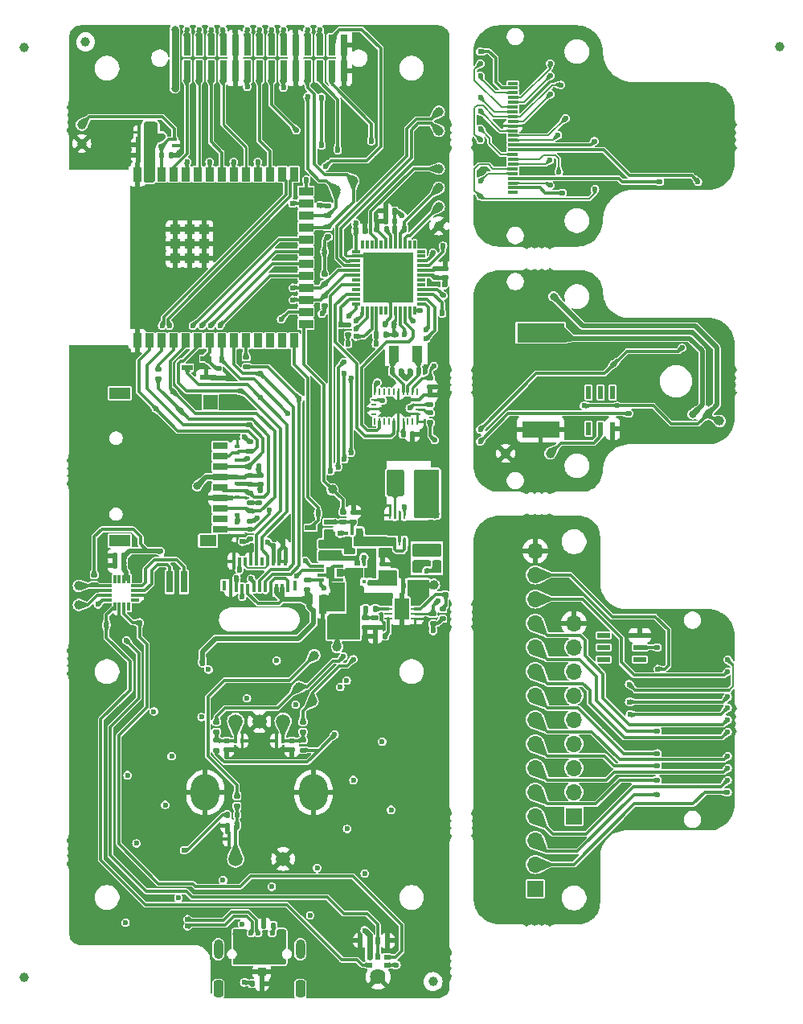
<source format=gbr>
%TF.GenerationSoftware,KiCad,Pcbnew,8.0.3*%
%TF.CreationDate,2024-06-12T08:46:35+02:00*%
%TF.ProjectId,EVT-PCB,4556542d-5043-4422-9e6b-696361645f70,rev?*%
%TF.SameCoordinates,PX3d6aa80PY9402a00*%
%TF.FileFunction,Copper,L4,Bot*%
%TF.FilePolarity,Positive*%
%FSLAX46Y46*%
G04 Gerber Fmt 4.6, Leading zero omitted, Abs format (unit mm)*
G04 Created by KiCad (PCBNEW 8.0.3) date 2024-06-12 08:46:35*
%MOMM*%
%LPD*%
G01*
G04 APERTURE LIST*
G04 Aperture macros list*
%AMRoundRect*
0 Rectangle with rounded corners*
0 $1 Rounding radius*
0 $2 $3 $4 $5 $6 $7 $8 $9 X,Y pos of 4 corners*
0 Add a 4 corners polygon primitive as box body*
4,1,4,$2,$3,$4,$5,$6,$7,$8,$9,$2,$3,0*
0 Add four circle primitives for the rounded corners*
1,1,$1+$1,$2,$3*
1,1,$1+$1,$4,$5*
1,1,$1+$1,$6,$7*
1,1,$1+$1,$8,$9*
0 Add four rect primitives between the rounded corners*
20,1,$1+$1,$2,$3,$4,$5,0*
20,1,$1+$1,$4,$5,$6,$7,0*
20,1,$1+$1,$6,$7,$8,$9,0*
20,1,$1+$1,$8,$9,$2,$3,0*%
G04 Aperture macros list end*
%TA.AperFunction,SMDPad,CuDef*%
%ADD10R,1.000000X0.300000*%
%TD*%
%TA.AperFunction,SMDPad,CuDef*%
%ADD11R,0.850000X0.300000*%
%TD*%
%TA.AperFunction,SMDPad,CuDef*%
%ADD12R,0.300000X0.850000*%
%TD*%
%TA.AperFunction,SMDPad,CuDef*%
%ADD13R,0.700000X2.300000*%
%TD*%
%TA.AperFunction,ComponentPad*%
%ADD14O,1.000000X2.100000*%
%TD*%
%TA.AperFunction,ComponentPad*%
%ADD15RoundRect,0.250000X-0.250000X-0.650000X0.250000X-0.650000X0.250000X0.650000X-0.250000X0.650000X0*%
%TD*%
%TA.AperFunction,ComponentPad*%
%ADD16R,1.700000X1.700000*%
%TD*%
%TA.AperFunction,ComponentPad*%
%ADD17O,1.700000X1.700000*%
%TD*%
%TA.AperFunction,ComponentPad*%
%ADD18C,1.500000*%
%TD*%
%TA.AperFunction,ComponentPad*%
%ADD19O,3.000000X3.800000*%
%TD*%
%TA.AperFunction,SMDPad,CuDef*%
%ADD20R,0.304800X0.558800*%
%TD*%
%TA.AperFunction,SMDPad,CuDef*%
%ADD21C,1.000000*%
%TD*%
%TA.AperFunction,SMDPad,CuDef*%
%ADD22RoundRect,0.140000X-0.140000X-0.170000X0.140000X-0.170000X0.140000X0.170000X-0.140000X0.170000X0*%
%TD*%
%TA.AperFunction,SMDPad,CuDef*%
%ADD23RoundRect,0.140000X0.140000X0.170000X-0.140000X0.170000X-0.140000X-0.170000X0.140000X-0.170000X0*%
%TD*%
%TA.AperFunction,SMDPad,CuDef*%
%ADD24R,0.250000X0.675000*%
%TD*%
%TA.AperFunction,SMDPad,CuDef*%
%ADD25R,0.575000X0.250000*%
%TD*%
%TA.AperFunction,SMDPad,CuDef*%
%ADD26RoundRect,0.135000X0.185000X-0.135000X0.185000X0.135000X-0.185000X0.135000X-0.185000X-0.135000X0*%
%TD*%
%TA.AperFunction,SMDPad,CuDef*%
%ADD27R,0.600000X0.522000*%
%TD*%
%TA.AperFunction,ComponentPad*%
%ADD28C,1.625000*%
%TD*%
%TA.AperFunction,SMDPad,CuDef*%
%ADD29R,1.600000X0.700000*%
%TD*%
%TA.AperFunction,SMDPad,CuDef*%
%ADD30R,2.200000X1.200000*%
%TD*%
%TA.AperFunction,SMDPad,CuDef*%
%ADD31R,1.500000X1.600000*%
%TD*%
%TA.AperFunction,SMDPad,CuDef*%
%ADD32R,1.800000X1.200000*%
%TD*%
%TA.AperFunction,SMDPad,CuDef*%
%ADD33R,0.558800X0.304800*%
%TD*%
%TA.AperFunction,SMDPad,CuDef*%
%ADD34R,0.300000X0.325000*%
%TD*%
%TA.AperFunction,SMDPad,CuDef*%
%ADD35R,0.613000X0.950000*%
%TD*%
%TA.AperFunction,SMDPad,CuDef*%
%ADD36RoundRect,0.135000X-0.185000X0.135000X-0.185000X-0.135000X0.185000X-0.135000X0.185000X0.135000X0*%
%TD*%
%TA.AperFunction,SMDPad,CuDef*%
%ADD37R,0.254000X0.812800*%
%TD*%
%TA.AperFunction,SMDPad,CuDef*%
%ADD38R,1.828800X1.549400*%
%TD*%
%TA.AperFunction,SMDPad,CuDef*%
%ADD39RoundRect,0.135000X-0.135000X-0.185000X0.135000X-0.185000X0.135000X0.185000X-0.135000X0.185000X0*%
%TD*%
%TA.AperFunction,SMDPad,CuDef*%
%ADD40RoundRect,0.135000X0.135000X0.185000X-0.135000X0.185000X-0.135000X-0.185000X0.135000X-0.185000X0*%
%TD*%
%TA.AperFunction,SMDPad,CuDef*%
%ADD41R,0.812800X0.254000*%
%TD*%
%TA.AperFunction,SMDPad,CuDef*%
%ADD42R,1.524000X2.286000*%
%TD*%
%TA.AperFunction,SMDPad,CuDef*%
%ADD43RoundRect,0.140000X0.170000X-0.140000X0.170000X0.140000X-0.170000X0.140000X-0.170000X-0.140000X0*%
%TD*%
%TA.AperFunction,SMDPad,CuDef*%
%ADD44RoundRect,0.140000X-0.170000X0.140000X-0.170000X-0.140000X0.170000X-0.140000X0.170000X0.140000X0*%
%TD*%
%TA.AperFunction,SMDPad,CuDef*%
%ADD45R,1.150000X0.550000*%
%TD*%
%TA.AperFunction,SMDPad,CuDef*%
%ADD46R,1.295400X2.387600*%
%TD*%
%TA.AperFunction,SMDPad,CuDef*%
%ADD47RoundRect,0.225000X0.250000X-0.225000X0.250000X0.225000X-0.250000X0.225000X-0.250000X-0.225000X0*%
%TD*%
%TA.AperFunction,SMDPad,CuDef*%
%ADD48R,5.250000X5.250000*%
%TD*%
%TA.AperFunction,SMDPad,CuDef*%
%ADD49R,0.533400X1.346200*%
%TD*%
%TA.AperFunction,SMDPad,CuDef*%
%ADD50R,0.740000X2.220000*%
%TD*%
%TA.AperFunction,SMDPad,CuDef*%
%ADD51R,1.000000X1.800000*%
%TD*%
%TA.AperFunction,SMDPad,CuDef*%
%ADD52R,1.346200X0.533400*%
%TD*%
%TA.AperFunction,SMDPad,CuDef*%
%ADD53R,5.000000X2.000000*%
%TD*%
%TA.AperFunction,SMDPad,CuDef*%
%ADD54R,4.000000X1.700000*%
%TD*%
%TA.AperFunction,SMDPad,CuDef*%
%ADD55R,0.750000X0.300000*%
%TD*%
%TA.AperFunction,SMDPad,CuDef*%
%ADD56R,0.900000X1.300000*%
%TD*%
%TA.AperFunction,SMDPad,CuDef*%
%ADD57RoundRect,0.225000X-0.250000X0.225000X-0.250000X-0.225000X0.250000X-0.225000X0.250000X0.225000X0*%
%TD*%
%TA.AperFunction,SMDPad,CuDef*%
%ADD58R,0.330200X0.838200*%
%TD*%
%TA.AperFunction,SMDPad,CuDef*%
%ADD59R,0.457200X0.990600*%
%TD*%
%TA.AperFunction,SMDPad,CuDef*%
%ADD60R,0.889000X1.498600*%
%TD*%
%TA.AperFunction,SMDPad,CuDef*%
%ADD61R,1.498600X0.889000*%
%TD*%
%TA.AperFunction,SMDPad,CuDef*%
%ADD62R,0.990600X0.990600*%
%TD*%
%TA.AperFunction,SMDPad,CuDef*%
%ADD63R,0.390000X0.450000*%
%TD*%
%TA.AperFunction,SMDPad,CuDef*%
%ADD64R,0.820000X1.100000*%
%TD*%
%TA.AperFunction,SMDPad,CuDef*%
%ADD65RoundRect,0.225000X-0.225000X-0.250000X0.225000X-0.250000X0.225000X0.250000X-0.225000X0.250000X0*%
%TD*%
%TA.AperFunction,SMDPad,CuDef*%
%ADD66R,1.150000X0.600000*%
%TD*%
%TA.AperFunction,ViaPad*%
%ADD67C,0.800000*%
%TD*%
%TA.AperFunction,ViaPad*%
%ADD68C,0.600000*%
%TD*%
%TA.AperFunction,Conductor*%
%ADD69C,0.300000*%
%TD*%
%TA.AperFunction,Conductor*%
%ADD70C,0.254000*%
%TD*%
%TA.AperFunction,Conductor*%
%ADD71C,0.400000*%
%TD*%
%TA.AperFunction,Conductor*%
%ADD72C,0.500000*%
%TD*%
%TA.AperFunction,Conductor*%
%ADD73C,0.600000*%
%TD*%
%TA.AperFunction,Conductor*%
%ADD74C,0.800000*%
%TD*%
%TA.AperFunction,Conductor*%
%ADD75C,0.200000*%
%TD*%
%TA.AperFunction,Conductor*%
%ADD76C,0.250000*%
%TD*%
G04 APERTURE END LIST*
D10*
%TO.P,U1102,1,STROBE*%
%TO.N,unconnected-(U1102-STROBE-Pad1)*%
X54000000Y85050000D03*
%TO.P,U1102,2,AGND*%
%TO.N,GNDA*%
X54000000Y85550000D03*
%TO.P,U1102,3,SDA*%
%TO.N,/Camera Module/SDA*%
X54000000Y86050000D03*
%TO.P,U1102,4,AVDD*%
%TO.N,+2V8*%
X54000000Y86550000D03*
%TO.P,U1102,5,SCL*%
%TO.N,/Camera Module/SCL*%
X54000000Y87050000D03*
%TO.P,U1102,6,~{RESET}*%
%TO.N,/Camera Module/~{RESET}*%
X54000000Y87550000D03*
%TO.P,U1102,7,VSYNC*%
%TO.N,/Camera Module/VSYNC*%
X54000000Y88050000D03*
%TO.P,U1102,8,PWDN*%
%TO.N,/Camera Module/PWDN*%
X54000000Y88550000D03*
%TO.P,U1102,9,HSYNC*%
%TO.N,/Camera Module/HSYNC*%
X54000000Y89050000D03*
%TO.P,U1102,10,DVDD*%
%TO.N,+1V5*%
X54000000Y89550000D03*
%TO.P,U1102,11,DOVDD*%
%TO.N,+3V3*%
X54000000Y90050000D03*
%TO.P,U1102,12,DATA9*%
%TO.N,/Camera Module/DATA9*%
X54000000Y90550000D03*
%TO.P,U1102,13,XCLK*%
%TO.N,Net-(U1102-XCLK)*%
X54000000Y91050000D03*
%TO.P,U1102,14,DATA8*%
%TO.N,/Camera Module/DATA8*%
X54000000Y91550000D03*
%TO.P,U1102,15,DGND*%
%TO.N,GND*%
X54000000Y92050000D03*
%TO.P,U1102,16,DATA7*%
%TO.N,/Camera Module/DATA7*%
X54000000Y92550000D03*
%TO.P,U1102,17,PCLK*%
%TO.N,/Camera Module/PCLK*%
X54000000Y93050000D03*
%TO.P,U1102,18,DATA6*%
%TO.N,/Camera Module/DATA6*%
X54000000Y93550000D03*
%TO.P,U1102,19,DATA2*%
%TO.N,/Camera Module/DATA2*%
X54000000Y94050000D03*
%TO.P,U1102,20,DATA5*%
%TO.N,/Camera Module/DATA5*%
X54000000Y94550000D03*
%TO.P,U1102,21,DATA3*%
%TO.N,/Camera Module/DATA3*%
X54000000Y95050000D03*
%TO.P,U1102,22,DATA4*%
%TO.N,/Camera Module/DATA4*%
X54000000Y95550000D03*
%TO.P,U1102,23,DATA1*%
%TO.N,+3V3*%
X54000000Y96050000D03*
%TO.P,U1102,24,DATA0*%
%TO.N,/Camera Module/DATA0*%
X54000000Y96550000D03*
%TD*%
D11*
%TO.P,U1001,1,DIN*%
%TO.N,/I2S_DOUT*%
X11350000Y42150000D03*
%TO.P,U1001,2,GAIN*%
%TO.N,Net-(U1001-GAIN)*%
X11350000Y42650000D03*
%TO.P,U1001,3,GND_1*%
%TO.N,GND*%
X11350000Y43150000D03*
%TO.P,U1001,4,~{SD_MODE}*%
%TO.N,/MAX98357/MAX_SD*%
X11350000Y43650000D03*
D12*
%TO.P,U1001,5,N.C._1*%
%TO.N,unconnected-(U1001-N.C._1-Pad5)*%
X12050000Y44350000D03*
%TO.P,U1001,6,N.C._2*%
%TO.N,unconnected-(U1001-N.C._2-Pad6)*%
X12550000Y44350000D03*
%TO.P,U1001,7,VDD_1*%
%TO.N,+3V3*%
X13050000Y44350000D03*
%TO.P,U1001,8,VDD_2*%
X13550000Y44350000D03*
D11*
%TO.P,U1001,9,OUTP*%
%TO.N,/MAX98357/MAX_OUTP*%
X14250000Y43650000D03*
%TO.P,U1001,10,OUTN*%
%TO.N,/MAX98357/MAX_OUTN*%
X14250000Y43150000D03*
%TO.P,U1001,11,GND_2*%
%TO.N,GND*%
X14250000Y42650000D03*
%TO.P,U1001,12,N.C._3*%
%TO.N,unconnected-(U1001-N.C._3-Pad12)*%
X14250000Y42150000D03*
D12*
%TO.P,U1001,13,N.C._4*%
%TO.N,unconnected-(U1001-N.C._4-Pad13)*%
X13550000Y41450000D03*
%TO.P,U1001,14,LRCLK*%
%TO.N,/I2S_LRCLK*%
X13050000Y41450000D03*
%TO.P,U1001,15,GND_3*%
%TO.N,GND*%
X12550000Y41450000D03*
%TO.P,U1001,16,BCLK*%
%TO.N,/I2S_BCLK*%
X12050000Y41450000D03*
%TD*%
D13*
%TO.P,J1001,1*%
%TO.N,/MAX98357/MAX_OUTP*%
X19350000Y44073000D03*
%TO.P,J1001,2*%
%TO.N,/MAX98357/MAX_OUTN*%
X17850000Y44073000D03*
%TD*%
D14*
%TO.P,J301,SH1,SHELL_GND_4*%
%TO.N,unconnected-(J301-SHELL_GND_4-PadSH1)*%
X22980000Y5405000D03*
%TO.P,J301,SH2,SHELL_GND__1*%
%TO.N,unconnected-(J301-SHELL_GND__1-PadSH2)*%
X31620000Y5405000D03*
D15*
%TO.P,J301,SH3,SHELL_GND__2*%
%TO.N,unconnected-(J301-SHELL_GND__2-PadSH3)*%
X22980000Y1225000D03*
%TO.P,J301,SH4,SHELL_GND__3*%
%TO.N,unconnected-(J301-SHELL_GND__3-PadSH4)*%
X31620000Y1225000D03*
%TD*%
D16*
%TO.P,J1304,1,Pin_1*%
%TO.N,+3V3*%
X56375000Y11780000D03*
D17*
%TO.P,J1304,2,Pin_2*%
%TO.N,/Dev Module/ESP32_IO0*%
X56375000Y14320000D03*
%TO.P,J1304,3,Pin_3*%
%TO.N,/Dev Module/ESP32_IO1*%
X56375000Y16860000D03*
%TO.P,J1304,4,Pin_4*%
%TO.N,/Dev Module/ESP32_IO2*%
X56375000Y19400000D03*
%TO.P,J1304,5,Pin_5*%
%TO.N,/Dev Module/ESP32_IO3*%
X56375000Y21940000D03*
%TO.P,J1304,6,Pin_6*%
%TO.N,/Dev Module/ESP32_IO4*%
X56375000Y24480000D03*
%TO.P,J1304,7,Pin_7*%
%TO.N,/Dev Module/ESP32_IO5*%
X56375000Y27020000D03*
%TO.P,J1304,8,Pin_8*%
%TO.N,/Dev Module/ESP32_IO6*%
X56375000Y29560000D03*
%TO.P,J1304,9,Pin_9*%
%TO.N,/Dev Module/ESP32_IO7*%
X56375000Y32100000D03*
%TO.P,J1304,10,Pin_10*%
%TO.N,/Dev Module/ESP32_IO8*%
X56375000Y34640000D03*
%TO.P,J1304,11,Pin_11*%
%TO.N,/Dev Module/ESP32_IO9*%
X56375000Y37180000D03*
%TO.P,J1304,12,Pin_12*%
%TO.N,/Dev Module/ESP32_IO10*%
X56375000Y39720000D03*
%TO.P,J1304,13,Pin_13*%
%TO.N,/Dev Module/SCL*%
X56375000Y42260000D03*
%TO.P,J1304,14,Pin_14*%
%TO.N,/Dev Module/SDA*%
X56375000Y44800000D03*
%TO.P,J1304,15,Pin_15*%
%TO.N,GND*%
X56375000Y47340000D03*
%TD*%
D18*
%TO.P,E501,1,COM*%
%TO.N,GND*%
X29800000Y14900000D03*
%TO.P,E501,2,NO*%
%TO.N,Net-(E501-NO)*%
X24800000Y14900000D03*
%TO.P,E501,A1,A*%
%TO.N,Net-(E501-A)*%
X29800000Y29400000D03*
%TO.P,E501,B1,B*%
%TO.N,Net-(E501-B)*%
X24800000Y29400000D03*
%TO.P,E501,C1,C*%
%TO.N,GND*%
X27300000Y29400000D03*
D19*
%TO.P,E501,MH1,MH1*%
X33000000Y21900000D03*
%TO.P,E501,MH2,MH2*%
X21600000Y21900000D03*
%TD*%
D16*
%TO.P,J1302,1,Pin_1*%
%TO.N,+3V3*%
X60425000Y19400000D03*
D17*
%TO.P,J1302,2,Pin_2*%
%TO.N,/Dev Module/ATSAMD_IO11*%
X60425000Y21940000D03*
%TO.P,J1302,3,Pin_3*%
%TO.N,/Dev Module/ATSAMD_IO12*%
X60425000Y24480000D03*
%TO.P,J1302,4,Pin_4*%
%TO.N,/Dev Module/ATSAMD_IO13*%
X60425000Y27020000D03*
%TO.P,J1302,5,Pin_5*%
%TO.N,/Dev Module/ATSAMD_IO14*%
X60425000Y29560000D03*
%TO.P,J1302,6,Pin_6*%
%TO.N,/Dev Module/ATSAMD_IO15*%
X60425000Y32100000D03*
%TO.P,J1302,7,Pin_7*%
%TO.N,/Dev Module/ATSAMD_IO16*%
X60425000Y34640000D03*
%TO.P,J1302,8,Pin_8*%
%TO.N,/Dev Module/ATSAMD_IO17*%
X60425000Y37180000D03*
%TO.P,J1302,9,Pin_9*%
%TO.N,GND*%
X60425000Y39720000D03*
%TD*%
D20*
%TO.P,D527,1*%
%TO.N,Net-(E501-NO)*%
X24800000Y17000000D03*
%TO.P,D527,2*%
%TO.N,GND*%
X24104802Y17000000D03*
%TD*%
D21*
%TO.P,TP501,1,1*%
%TO.N,/LEAT/~{RESET}*%
X46200000Y87550000D03*
%TD*%
D22*
%TO.P,C805,1*%
%TO.N,/IMU/IMU_XOUT*%
X41295000Y66225000D03*
%TO.P,C805,2*%
%TO.N,GND*%
X42255000Y66225000D03*
%TD*%
D21*
%TO.P,FID103,*%
%TO.N,*%
X2500000Y100350000D03*
%TD*%
D23*
%TO.P,C1002,1*%
%TO.N,+3V3*%
X13050000Y45800000D03*
%TO.P,C1002,2*%
%TO.N,GND*%
X12090000Y45800000D03*
%TD*%
D21*
%TO.P,TP1210,1,1*%
%TO.N,/Mountain Module/EEPROM*%
X57950000Y57580000D03*
%TD*%
%TO.P,TP1209,1,1*%
%TO.N,GND*%
X53250000Y57600000D03*
%TD*%
D20*
%TO.P,D201,1*%
%TO.N,+3V3*%
X15347599Y91400000D03*
%TO.P,D201,2*%
%TO.N,GND*%
X14652401Y91400000D03*
%TD*%
%TO.P,D525,1*%
%TO.N,Net-(E501-A)*%
X29800000Y27350000D03*
%TO.P,D525,2*%
%TO.N,GND*%
X29104802Y27350000D03*
%TD*%
D24*
%TO.P,U801,1,RESV_NC_1*%
%TO.N,unconnected-(U801-RESV_NC_1-Pad1)*%
X43950000Y64063000D03*
D25*
%TO.P,U801,2,GND_1*%
%TO.N,GND*%
X44013000Y63250000D03*
%TO.P,U801,3,VDD*%
%TO.N,+3V3*%
X44013000Y62750000D03*
%TO.P,U801,4,BOOTN*%
%TO.N,Net-(U801-BOOTN)*%
X44013000Y62250000D03*
%TO.P,U801,5,PS1*%
%TO.N,GND*%
X44013000Y61750000D03*
D24*
%TO.P,U801,6,PS0/WAKE*%
X43950000Y60937000D03*
%TO.P,U801,7,RESV_NC_2*%
%TO.N,unconnected-(U801-RESV_NC_2-Pad7)*%
X43450000Y60937000D03*
%TO.P,U801,8,RESV_NC_3*%
%TO.N,unconnected-(U801-RESV_NC_3-Pad8)*%
X42950000Y60937000D03*
%TO.P,U801,9,CAP*%
%TO.N,Net-(U801-CAP)*%
X42450000Y60937000D03*
%TO.P,U801,10,CLKSEL0*%
%TO.N,GND*%
X41950000Y60937000D03*
%TO.P,U801,11,NRST*%
%TO.N,/IMU_RST*%
X41450000Y60937000D03*
%TO.P,U801,12,RESV_NC_4*%
%TO.N,unconnected-(U801-RESV_NC_4-Pad12)*%
X40950000Y60937000D03*
%TO.P,U801,13,RESV_NC_5*%
%TO.N,unconnected-(U801-RESV_NC_5-Pad13)*%
X40450000Y60937000D03*
%TO.P,U801,14,H_INTN*%
%TO.N,/IMU_INT*%
X39950000Y60937000D03*
%TO.P,U801,15,ENV_SCL*%
%TO.N,unconnected-(U801-ENV_SCL-Pad15)*%
X39450000Y60937000D03*
D25*
%TO.P,U801,16,ENV_SDA*%
%TO.N,unconnected-(U801-ENV_SDA-Pad16)*%
X39387000Y61750000D03*
%TO.P,U801,17,SA0/H_MOSI*%
%TO.N,GND*%
X39387000Y62250000D03*
%TO.P,U801,18,H_CSN*%
%TO.N,unconnected-(U801-H_CSN-Pad18)*%
X39387000Y62750000D03*
%TO.P,U801,19,H_SCL/SCK/RX*%
%TO.N,/MAIN_SCL*%
X39387000Y63250000D03*
D24*
%TO.P,U801,20,H_SDA/H_MISO/TX*%
%TO.N,/MAIN_SDA*%
X39450000Y64063000D03*
%TO.P,U801,21,RESV_NC_6*%
%TO.N,unconnected-(U801-RESV_NC_6-Pad21)*%
X39950000Y64063000D03*
%TO.P,U801,22,RESV_NC_7*%
%TO.N,unconnected-(U801-RESV_NC_7-Pad22)*%
X40450000Y64063000D03*
%TO.P,U801,23,RESV_NC_8*%
%TO.N,unconnected-(U801-RESV_NC_8-Pad23)*%
X40950000Y64063000D03*
%TO.P,U801,24,RESV_NC_9*%
%TO.N,unconnected-(U801-RESV_NC_9-Pad24)*%
X41450000Y64063000D03*
%TO.P,U801,25,GND_2*%
%TO.N,GND*%
X41950000Y64063000D03*
%TO.P,U801,26,XOUT32/CLKSEL1*%
%TO.N,/IMU/IMU_XOUT*%
X42450000Y64063000D03*
%TO.P,U801,27,XIN32*%
%TO.N,/IMU/IMU_XIN*%
X42950000Y64063000D03*
%TO.P,U801,28,VDDIO*%
%TO.N,+3V3*%
X43450000Y64063000D03*
%TD*%
D26*
%TO.P,R504,1*%
%TO.N,Net-(E501-A)*%
X31900000Y28300000D03*
%TO.P,R504,2*%
%TO.N,/LEAT/LEAT_ENC_A*%
X31900000Y29320000D03*
%TD*%
D21*
%TO.P,FID110,*%
%TO.N,*%
X45600000Y2000000D03*
%TD*%
D27*
%TO.P,M601,1,WS*%
%TO.N,/I2S_LRCLK*%
X40700000Y4574000D03*
%TO.P,M601,2,LR*%
%TO.N,+3V3*%
X40700000Y3752000D03*
D28*
%TO.P,M601,3,GND*%
%TO.N,GND*%
X39800000Y2500000D03*
D27*
%TO.P,M601,4,SCK*%
%TO.N,/I2S_BCLK*%
X38900000Y3752000D03*
%TO.P,M601,5,VDD*%
%TO.N,+3V3*%
X38900000Y4574000D03*
%TO.P,M601,6,SD*%
%TO.N,/I2S_DIN*%
X39800000Y4574000D03*
%TD*%
D29*
%TO.P,J901,1,DAT2*%
%TO.N,unconnected-(J901-DAT2-Pad1)*%
X23200000Y58400000D03*
%TO.P,J901,2,CD/DAT3*%
%TO.N,/SD_CS*%
X23200000Y57300000D03*
%TO.P,J901,3,CMD*%
%TO.N,/SD_MOSI*%
X23200000Y56200000D03*
%TO.P,J901,4,VDD*%
%TO.N,+3V3*%
X23200000Y55100000D03*
%TO.P,J901,5,CLK*%
%TO.N,/SD_CLK*%
X23200000Y54000000D03*
%TO.P,J901,6,VSS*%
%TO.N,GND*%
X23200000Y52900000D03*
%TO.P,J901,7,DAT0*%
%TO.N,/SD_MISO*%
X23200000Y51800000D03*
%TO.P,J901,8,DAT1*%
%TO.N,unconnected-(J901-DAT1-Pad8)*%
X23200000Y50700000D03*
%TO.P,J901,CD1,CD*%
%TO.N,/SD_CARDDET*%
X23200000Y49600000D03*
D30*
%TO.P,J901,MP1,MP1*%
%TO.N,unconnected-(J901-PadMP1)*%
X12600000Y63900000D03*
%TO.P,J901,MP2,MP2*%
%TO.N,unconnected-(J901-PadMP2)*%
X12600000Y48400000D03*
D31*
%TO.P,J901,MP3,MP3*%
%TO.N,unconnected-(J901-PadMP3)*%
X22150000Y63000000D03*
D32*
%TO.P,J901,MP4,MP4*%
%TO.N,unconnected-(J901-PadMP4)*%
X21900000Y48400000D03*
%TD*%
D33*
%TO.P,D901,1*%
%TO.N,+3V3*%
X25000000Y55097599D03*
%TO.P,D901,2*%
%TO.N,GND*%
X25000000Y54402401D03*
%TD*%
D21*
%TO.P,TP507,1,1*%
%TO.N,/LEAT/LEAT_ENC_B*%
X31450000Y33000000D03*
%TD*%
D23*
%TO.P,C503,1*%
%TO.N,Net-(E501-NO)*%
X24930000Y18400000D03*
%TO.P,C503,2*%
%TO.N,GND*%
X23970000Y18400000D03*
%TD*%
D34*
%TO.P,Q301,D1*%
%TO.N,Net-(C305-Pad2)*%
X36450000Y47387000D03*
D35*
X36634000Y48300000D03*
%TO.P,Q301,D2*%
%TO.N,VBUS*%
X37566000Y48300000D03*
D34*
X37750000Y49212000D03*
%TO.P,Q301,G1*%
%TO.N,Net-(D302-PadA1)*%
X37100000Y49212000D03*
%TO.P,Q301,G2*%
%TO.N,Net-(C305-Pad2)*%
X37100000Y47387000D03*
%TO.P,Q301,S1*%
%TO.N,GND*%
X36450000Y49212000D03*
%TO.P,Q301,S2*%
%TO.N,VDC*%
X37750000Y47387000D03*
%TD*%
D36*
%TO.P,R104,1*%
%TO.N,+3V3*%
X34550000Y83670000D03*
%TO.P,R104,2*%
%TO.N,/MOD_SDA*%
X34550000Y82650000D03*
%TD*%
D33*
%TO.P,D904,1*%
%TO.N,/SD_MOSI*%
X25000000Y56200000D03*
%TO.P,D904,2*%
%TO.N,GND*%
X25000000Y56895198D03*
%TD*%
D26*
%TO.P,R103,1*%
%TO.N,+3V3*%
X34550000Y80390000D03*
%TO.P,R103,2*%
%TO.N,/MOD_SCL*%
X34550000Y81410000D03*
%TD*%
D37*
%TO.P,U302,1,PGND*%
%TO.N,GND*%
X41083999Y51097000D03*
%TO.P,U302,2,SW*%
%TO.N,/Supply/BUCK_SW*%
X41584000Y51097000D03*
%TO.P,U302,3,AGND*%
%TO.N,GND*%
X42084000Y51097000D03*
%TO.P,U302,4,FB*%
%TO.N,/Supply/BUCK_FB*%
X42584001Y51097000D03*
%TO.P,U302,5,EN*%
%TO.N,VBUS*%
X42584001Y48303000D03*
%TO.P,U302,6,PG*%
%TO.N,GND*%
X42084000Y48303000D03*
%TO.P,U302,7,AVIN*%
%TO.N,VBUS*%
X41584000Y48303000D03*
%TO.P,U302,8,PVIN*%
X41083999Y48303000D03*
D38*
%TO.P,U302,9,EPAD*%
%TO.N,GND*%
X41834000Y49700000D03*
%TD*%
D26*
%TO.P,R404,1*%
%TO.N,+3V3*%
X45600000Y39680000D03*
%TO.P,R404,2*%
%TO.N,/BATM_STAT2*%
X45600000Y40700000D03*
%TD*%
D39*
%TO.P,R601,1*%
%TO.N,/I2S_DIN*%
X39790000Y6300000D03*
%TO.P,R601,2*%
%TO.N,GND*%
X40810000Y6300000D03*
%TD*%
D22*
%TO.P,C801,1*%
%TO.N,Net-(U801-CAP)*%
X42450000Y59600000D03*
%TO.P,C801,2*%
%TO.N,GND*%
X43410000Y59600000D03*
%TD*%
D26*
%TO.P,R402,1*%
%TO.N,+3V3*%
X32350000Y43230000D03*
%TO.P,R402,2*%
%TO.N,/BATM_INT*%
X32350000Y44250000D03*
%TD*%
D21*
%TO.P,TP506,1,1*%
%TO.N,/LEAT/LEAT_ENC_A*%
X32900000Y31500000D03*
%TD*%
D26*
%TO.P,R110,1*%
%TO.N,/SD_CLK*%
X16650000Y65440000D03*
%TO.P,R110,2*%
%TO.N,/ESP32-S3-WROOM-2/GPIO43{slash}TXD0*%
X16650000Y66460000D03*
%TD*%
D40*
%TO.P,R108,1*%
%TO.N,+3V3*%
X40610000Y70100000D03*
%TO.P,R108,2*%
%TO.N,/MOD_DET*%
X39590000Y70100000D03*
%TD*%
D21*
%TO.P,TP504,1,1*%
%TO.N,/LEAT/SWCLK*%
X46200000Y85550000D03*
%TD*%
D26*
%TO.P,R308,1*%
%TO.N,Net-(D302-PadA1)*%
X36100000Y50390000D03*
%TO.P,R308,2*%
%TO.N,/PWR_CTRL*%
X36100000Y51410000D03*
%TD*%
D21*
%TO.P,FID108,*%
%TO.N,*%
X2500000Y2450000D03*
%TD*%
D41*
%TO.P,U402,1,VDD1*%
%TO.N,+5V*%
X43697000Y42200001D03*
%TO.P,U402,2,VDD2*%
X43697000Y41699999D03*
%TO.P,U402,3,STAT1*%
%TO.N,/BATM_STAT1*%
X43697000Y41200000D03*
%TO.P,U402,4,STAT2*%
%TO.N,/BATM_STAT2*%
X43697000Y40700001D03*
%TO.P,U402,5,GND*%
%TO.N,GND*%
X43697000Y40199999D03*
%TO.P,U402,6,PROG*%
%TO.N,Net-(U402-PROG)*%
X40903000Y40199999D03*
%TO.P,U402,7,~{PG}*%
%TO.N,unconnected-(U402-~{PG}-Pad7)*%
X40903000Y40700001D03*
%TO.P,U402,8,THERM*%
%TO.N,Net-(U402-THERM)*%
X40903000Y41200000D03*
%TO.P,U402,9,VBAT1*%
%TO.N,+BATT*%
X40903000Y41699999D03*
%TO.P,U402,10,VBAT2*%
X40903000Y42200001D03*
D42*
%TO.P,U402,11,EP*%
%TO.N,GND*%
X42300000Y41200000D03*
%TD*%
D43*
%TO.P,C302,1*%
%TO.N,+3V3*%
X43900000Y46020000D03*
%TO.P,C302,2*%
%TO.N,/Supply/BUCK_FB*%
X43900000Y46980000D03*
%TD*%
D44*
%TO.P,C901,1*%
%TO.N,+3V3*%
X27400000Y55280000D03*
%TO.P,C901,2*%
%TO.N,GND*%
X27400000Y54320000D03*
%TD*%
D26*
%TO.P,R107,1*%
%TO.N,+3V3*%
X36650000Y70090000D03*
%TO.P,R107,2*%
%TO.N,/MOD_EEPROM*%
X36650000Y71110000D03*
%TD*%
D22*
%TO.P,C705,1*%
%TO.N,+3V3*%
X33020000Y41000000D03*
%TO.P,C705,2*%
%TO.N,GND*%
X33980000Y41000000D03*
%TD*%
D26*
%TO.P,R403,1*%
%TO.N,+3V3*%
X46600000Y40190000D03*
%TO.P,R403,2*%
%TO.N,/BATM_STAT1*%
X46600000Y41210000D03*
%TD*%
D45*
%TO.P,D302,A1*%
%TO.N,Net-(D302-PadA1)*%
X34700000Y50400000D03*
%TO.P,D302,A2*%
%TO.N,Net-(C305-Pad2)*%
X34700000Y49100000D03*
%TO.P,D302,K*%
%TO.N,/LEAT_ENC_SW*%
X32700000Y49750000D03*
%TD*%
D21*
%TO.P,TP1204,1,1*%
%TO.N,+3V3*%
X75800000Y61000000D03*
%TD*%
%TO.P,TP114,1,1*%
%TO.N,/LEAT_ENC_SW*%
X33103809Y36341081D03*
%TD*%
%TO.P,TP505,1,1*%
%TO.N,/LEAT/SWDIO*%
X46200000Y83550000D03*
%TD*%
D23*
%TO.P,C532,1*%
%TO.N,+3V3*%
X41480000Y71200000D03*
%TO.P,C532,2*%
%TO.N,GND*%
X40520000Y71200000D03*
%TD*%
D21*
%TO.P,TP1001,1,1*%
%TO.N,Net-(U1001-GAIN)*%
X8300000Y41650000D03*
%TD*%
%TO.P,TP104,1,1*%
%TO.N,/MOD_SDA*%
X35400000Y85300000D03*
%TD*%
%TO.P,TP103,1,1*%
%TO.N,/MOD_SCL*%
X37200000Y86300000D03*
%TD*%
D36*
%TO.P,R407,1*%
%TO.N,Net-(R405-Pad2)*%
X38400000Y40310000D03*
%TO.P,R407,2*%
%TO.N,GND*%
X38400000Y39290000D03*
%TD*%
D22*
%TO.P,C529,1*%
%TO.N,+3V3*%
X37450000Y81000000D03*
%TO.P,C529,2*%
%TO.N,GND*%
X38410000Y81000000D03*
%TD*%
D23*
%TO.P,C402,1*%
%TO.N,+5V*%
X43405000Y43700000D03*
%TO.P,C402,2*%
%TO.N,GND*%
X42445000Y43700000D03*
%TD*%
D46*
%TO.P,L301,1*%
%TO.N,/Supply/BUCK_SW*%
X41586200Y54500000D03*
%TO.P,L301,2*%
%TO.N,+3V3*%
X44481800Y54500000D03*
%TD*%
D36*
%TO.P,R1001,1*%
%TO.N,+3V3*%
X9900000Y44810000D03*
%TO.P,R1001,2*%
%TO.N,/MAX98357/MAX_SD*%
X9900000Y43790000D03*
%TD*%
D26*
%TO.P,R801,1*%
%TO.N,+3V3*%
X45300000Y60840000D03*
%TO.P,R801,2*%
%TO.N,Net-(U801-BOOTN)*%
X45300000Y61860000D03*
%TD*%
D23*
%TO.P,C528,1*%
%TO.N,Net-(IC501-VDDCORE)*%
X40690000Y81150000D03*
%TO.P,C528,2*%
%TO.N,GND*%
X39730000Y81150000D03*
%TD*%
D44*
%TO.P,C303,1*%
%TO.N,+3V3*%
X44300000Y51130000D03*
%TO.P,C303,2*%
%TO.N,GND*%
X44300000Y50170000D03*
%TD*%
D23*
%TO.P,C1001,1*%
%TO.N,+3V3*%
X13050000Y46800000D03*
%TO.P,C1001,2*%
%TO.N,GND*%
X12090000Y46800000D03*
%TD*%
%TO.P,C202,1*%
%TO.N,+3V3*%
X15480000Y89000000D03*
%TO.P,C202,2*%
%TO.N,GND*%
X14520000Y89000000D03*
%TD*%
%TO.P,C530,1*%
%TO.N,+3V3*%
X41550000Y82050000D03*
%TO.P,C530,2*%
%TO.N,GND*%
X40590000Y82050000D03*
%TD*%
D47*
%TO.P,C403,1*%
%TO.N,+BATT*%
X35700000Y40025000D03*
%TO.P,C403,2*%
%TO.N,GND*%
X35700000Y41575000D03*
%TD*%
D36*
%TO.P,R201,1*%
%TO.N,+3V3*%
X17025000Y90920000D03*
%TO.P,R201,2*%
%TO.N,/ESP32-S3-WROOM-2/MCU_RST*%
X17025000Y89900000D03*
%TD*%
D33*
%TO.P,D906,1*%
%TO.N,/SD_CS*%
X25000000Y57652401D03*
%TO.P,D906,2*%
%TO.N,GND*%
X25000000Y58347599D03*
%TD*%
%TO.P,D202,1*%
%TO.N,/ESP32-S3-WROOM-2/MCU_RST*%
X18350000Y90647599D03*
%TO.P,D202,2*%
%TO.N,GND*%
X18350000Y89952401D03*
%TD*%
D11*
%TO.P,IC501,1,PA00/EINT0/SERCOM1.0*%
%TO.N,unconnected-(IC501-PA00{slash}EINT0{slash}SERCOM1.0-Pad1)*%
X44350000Y78850000D03*
%TO.P,IC501,2,PA01/EINT1/SERCOM1.1*%
%TO.N,unconnected-(IC501-PA01{slash}EINT1{slash}SERCOM1.1-Pad2)*%
X44350000Y78350000D03*
%TO.P,IC501,3,PA02/EINT2/AIN0/Y0/VOUT*%
%TO.N,/MOD_IO14*%
X44350000Y77850000D03*
%TO.P,IC501,4,PA03/EINT3/VREFA/AIN1*%
%TO.N,/MOD_IO15*%
X44350000Y77350000D03*
%TO.P,IC501,5,GNDANA*%
%TO.N,GND*%
X44350000Y76850000D03*
%TO.P,IC501,6,VDDANA*%
%TO.N,+3V3*%
X44350000Y76350000D03*
%TO.P,IC501,7,PB08/I8/AIN2/SERCOM4.0*%
%TO.N,unconnected-(IC501-PB08{slash}I8{slash}AIN2{slash}SERCOM4.0-Pad7)*%
X44350000Y75850000D03*
%TO.P,IC501,8,PB09/I9/AIN3/SERCOM4.1*%
%TO.N,unconnected-(IC501-PB09{slash}I9{slash}AIN3{slash}SERCOM4.1-Pad8)*%
X44350000Y75350000D03*
%TO.P,IC501,9,PA04/EINT4/VREFB/AIN4/SERCOM0.0*%
%TO.N,/BATM_STAT1*%
X44350000Y74850000D03*
%TO.P,IC501,10,PA05/EINT5/AIN5/SERCOM0.1*%
%TO.N,/BATM_STAT2*%
X44350000Y74350000D03*
%TO.P,IC501,11,PA06/EINT6/AIN6/SERCOM0.2*%
%TO.N,/LEAT/LEAT_ENC_A*%
X44350000Y73850000D03*
%TO.P,IC501,12,PA07/I7/AIN7/SERCOM0.3/I2SD0*%
%TO.N,/LEAT/LEAT_ENC_B*%
X44350000Y73350000D03*
D12*
%TO.P,IC501,13,PA08/I2C/AIN16/SERCOM0+2.0/I2SD1*%
%TO.N,/MOD_IO13*%
X43650000Y72650000D03*
%TO.P,IC501,14,PA09/I2C/I9/AIN17/SERCOM0+2.1/I2SMC*%
%TO.N,/SD_CARDDET*%
X43150000Y72650000D03*
%TO.P,IC501,15,PA10/I10/AIN18/SERCOM0+2.2/I2SCK*%
%TO.N,/IMU_INT*%
X42650000Y72650000D03*
%TO.P,IC501,16,PA11/I11/AIN19/SERCOM0+2.3/I2SF0*%
%TO.N,/BATM_INT*%
X42150000Y72650000D03*
%TO.P,IC501,17,VDDIO_1*%
%TO.N,+3V3*%
X41650000Y72650000D03*
%TO.P,IC501,18,GND_1*%
%TO.N,GND*%
X41150000Y72650000D03*
%TO.P,IC501,19,PB10/I10/SERCOM4.2/I2SMC*%
%TO.N,unconnected-(IC501-PB10{slash}I10{slash}SERCOM4.2{slash}I2SMC-Pad19)*%
X40650000Y72650000D03*
%TO.P,IC501,20,PB11/I11/SERCOM4.3/I2SCL*%
%TO.N,unconnected-(IC501-PB11{slash}I11{slash}SERCOM4.3{slash}I2SCL-Pad20)*%
X40150000Y72650000D03*
%TO.P,IC501,21,PA12/I12/I2C/SERCOM2+4.0*%
%TO.N,/MOD_DET*%
X39650000Y72650000D03*
%TO.P,IC501,22,PA13/I13/I2C/SERCOM2+4.1*%
%TO.N,/MOD_IO12*%
X39150000Y72650000D03*
%TO.P,IC501,23,PA14/I14/SERCOM2+4.2*%
%TO.N,/MOD_IO11*%
X38650000Y72650000D03*
%TO.P,IC501,24,PA15/I15/SERCOM2+4.3*%
%TO.N,/MOD_RESET*%
X38150000Y72650000D03*
D11*
%TO.P,IC501,25,PA16/I2C/I0/SERCOM1+3.0*%
%TO.N,/MOD_PWDN*%
X37450000Y73350000D03*
%TO.P,IC501,26,PA17/I2C/I1/SERCOM1+3.1*%
%TO.N,/MOD_EEPROM*%
X37450000Y73850000D03*
%TO.P,IC501,27,PA18/I2/SERCOM1+3.2*%
%TO.N,/IMU_RST*%
X37450000Y74350000D03*
%TO.P,IC501,28,PA19/I3/SERCOM1+3.3/I2SD0*%
%TO.N,unconnected-(IC501-PA19{slash}I3{slash}SERCOM1+3.3{slash}I2SD0-Pad28)*%
X37450000Y74850000D03*
%TO.P,IC501,29,PA20/I4/SERCOM3+5.2/I2SSC*%
%TO.N,/LEAT/NEOPIXEL*%
X37450000Y75350000D03*
%TO.P,IC501,30,PA21/I5/SERCOM3+5.3/I2SFS0*%
%TO.N,unconnected-(IC501-PA21{slash}I5{slash}SERCOM3+5.3{slash}I2SFS0-Pad30)*%
X37450000Y75850000D03*
%TO.P,IC501,31,PA22/I2C/I6/SERCOM3+5.0*%
%TO.N,/MAIN_SDA*%
X37450000Y76350000D03*
%TO.P,IC501,32,PA23/I2C/I7/SERCOM3+5.1/SOF*%
%TO.N,/MAIN_SCL*%
X37450000Y76850000D03*
%TO.P,IC501,33,PA24/I12/SERCOM3+5.2/D-*%
%TO.N,/LEAT/D-*%
X37450000Y77350000D03*
%TO.P,IC501,34,PA25/I13/SERCOM3+5.3/D+*%
%TO.N,/LEAT/D+*%
X37450000Y77850000D03*
%TO.P,IC501,35,GND_2*%
%TO.N,GND*%
X37450000Y78350000D03*
%TO.P,IC501,36,VDDIO_2*%
%TO.N,+3V3*%
X37450000Y78850000D03*
D12*
%TO.P,IC501,37,PB22/I6/SERCOM5.2*%
%TO.N,unconnected-(IC501-PB22{slash}I6{slash}SERCOM5.2-Pad37)*%
X38150000Y79550000D03*
%TO.P,IC501,38,PB23/I7/SERCOM5.3*%
%TO.N,unconnected-(IC501-PB23{slash}I7{slash}SERCOM5.3-Pad38)*%
X38650000Y79550000D03*
%TO.P,IC501,39,PA27/I15*%
%TO.N,unconnected-(IC501-PA27{slash}I15-Pad39)*%
X39150000Y79550000D03*
%TO.P,IC501,40,~{RESET}*%
%TO.N,/LEAT/~{RESET}*%
X39650000Y79550000D03*
%TO.P,IC501,41,PA28/I8*%
%TO.N,unconnected-(IC501-PA28{slash}I8-Pad41)*%
X40150000Y79550000D03*
%TO.P,IC501,42,GND_3*%
%TO.N,GND*%
X40650000Y79550000D03*
%TO.P,IC501,43,VDDCORE*%
%TO.N,Net-(IC501-VDDCORE)*%
X41150000Y79550000D03*
%TO.P,IC501,44,VDDIN*%
%TO.N,+3V3*%
X41650000Y79550000D03*
%TO.P,IC501,45,PA30/I10/SECOM1.2/SWCLK*%
%TO.N,/LEAT/SWCLK*%
X42150000Y79550000D03*
%TO.P,IC501,46,PA31/I11/SECOM1.3/SWDIO*%
%TO.N,/LEAT/SWDIO*%
X42650000Y79550000D03*
%TO.P,IC501,47,PB02/I2/AIN10/SERCOM5.0*%
%TO.N,unconnected-(IC501-PB02{slash}I2{slash}AIN10{slash}SERCOM5.0-Pad47)*%
X43150000Y79550000D03*
%TO.P,IC501,48,PB03/I3/AIN11/SERCOM5.1*%
%TO.N,unconnected-(IC501-PB03{slash}I3{slash}AIN11{slash}SERCOM5.1-Pad48)*%
X43650000Y79550000D03*
D48*
%TO.P,IC501,49,EP_GND*%
%TO.N,GND*%
X40900000Y76100000D03*
%TD*%
D49*
%TO.P,U1203,1,GND*%
%TO.N,GND*%
X64520000Y60195000D03*
%TO.P,U1203,2,IO*%
%TO.N,/Mountain Module/EEPROM*%
X63250000Y60195000D03*
%TO.P,U1203,3,N.C.*%
%TO.N,unconnected-(U1203-N.C.-Pad3)*%
X61980000Y60195000D03*
%TO.P,U1203,4,N.C.*%
%TO.N,unconnected-(U1203-N.C.-Pad4)*%
X61980000Y64005000D03*
%TO.P,U1203,5,N.C.*%
%TO.N,unconnected-(U1203-N.C.-Pad5)*%
X63250000Y64005000D03*
%TO.P,U1203,6,N.C.*%
%TO.N,unconnected-(U1203-N.C.-Pad6)*%
X64520000Y64005000D03*
%TD*%
D21*
%TO.P,TP201,1,1*%
%TO.N,/ESP32-S3-WROOM-2/MCU_RST*%
X8600000Y92200000D03*
%TD*%
D36*
%TO.P,R101,1*%
%TO.N,+3V3*%
X34150000Y76410000D03*
%TO.P,R101,2*%
%TO.N,/MAIN_SCL*%
X34150000Y75390000D03*
%TD*%
D21*
%TO.P,FID106,*%
%TO.N,*%
X82100000Y100400000D03*
%TD*%
D43*
%TO.P,C803,1*%
%TO.N,+3V3*%
X45300000Y62750000D03*
%TO.P,C803,2*%
%TO.N,GND*%
X45300000Y63710000D03*
%TD*%
D36*
%TO.P,R508,1*%
%TO.N,Net-(E501-A)*%
X31900000Y27380000D03*
%TO.P,R508,2*%
%TO.N,+3V3*%
X31900000Y26360000D03*
%TD*%
D26*
%TO.P,R505,1*%
%TO.N,Net-(E501-B)*%
X22800000Y28300000D03*
%TO.P,R505,2*%
%TO.N,/LEAT/LEAT_ENC_B*%
X22800000Y29320000D03*
%TD*%
D23*
%TO.P,C531,1*%
%TO.N,+3V3*%
X41550000Y83100000D03*
%TO.P,C531,2*%
%TO.N,GND*%
X40590000Y83100000D03*
%TD*%
D36*
%TO.P,R306,1*%
%TO.N,Net-(C305-Pad2)*%
X33900000Y48010000D03*
%TO.P,R306,2*%
%TO.N,VDC*%
X33900000Y46990000D03*
%TD*%
D26*
%TO.P,R301,1*%
%TO.N,+5V*%
X40310000Y44900000D03*
%TO.P,R301,2*%
%TO.N,GND*%
X40310000Y45920000D03*
%TD*%
D50*
%TO.P,J101,01,01*%
%TO.N,+3V3*%
X18410000Y97835000D03*
%TO.P,J101,02,02*%
X18410000Y100565000D03*
%TO.P,J101,03,03*%
%TO.N,/MOD_IO0*%
X19680000Y97835000D03*
%TO.P,J101,04,04*%
%TO.N,/MOD_IO1*%
X19680000Y100565000D03*
%TO.P,J101,05,05*%
%TO.N,/MOD_IO2*%
X20950000Y97835000D03*
%TO.P,J101,06,06*%
%TO.N,/MOD_IO3*%
X20950000Y100565000D03*
%TO.P,J101,07,07*%
%TO.N,/MOD_IO4*%
X22220000Y97835000D03*
%TO.P,J101,08,08*%
%TO.N,/MOD_IO5*%
X22220000Y100565000D03*
%TO.P,J101,09,09*%
%TO.N,/MOD_IO6*%
X23490000Y97835000D03*
%TO.P,J101,10,10*%
%TO.N,/MOD_IO7*%
X23490000Y100565000D03*
%TO.P,J101,11,11*%
%TO.N,GND*%
X24760000Y97835000D03*
%TO.P,J101,12,12*%
X24760000Y100565000D03*
%TO.P,J101,13,13*%
%TO.N,/MOD_IO8*%
X26030000Y97835000D03*
%TO.P,J101,14,14*%
%TO.N,/MOD_IO9*%
X26030000Y100565000D03*
%TO.P,J101,15,15*%
%TO.N,/MOD_IO10*%
X27300000Y97835000D03*
%TO.P,J101,16,16*%
%TO.N,/MOD_IO11*%
X27300000Y100565000D03*
%TO.P,J101,17,17*%
%TO.N,/MOD_IO12*%
X28570000Y97835000D03*
%TO.P,J101,18,18*%
%TO.N,/MOD_IO13*%
X28570000Y100565000D03*
%TO.P,J101,19,19*%
%TO.N,/MOD_IO14*%
X29840000Y97835000D03*
%TO.P,J101,20,20*%
%TO.N,/MOD_IO15*%
X29840000Y100565000D03*
%TO.P,J101,21,21*%
%TO.N,GND*%
X31110000Y97835000D03*
%TO.P,J101,22,22*%
X31110000Y100565000D03*
%TO.P,J101,23,23*%
%TO.N,/MOD_SCL*%
X32380000Y97835000D03*
%TO.P,J101,24,24*%
%TO.N,/MOD_SDA*%
X32380000Y100565000D03*
%TO.P,J101,25,25*%
%TO.N,/MOD_RESET*%
X33650000Y97835000D03*
%TO.P,J101,26,26*%
%TO.N,/MOD_PWDN*%
X33650000Y100565000D03*
%TO.P,J101,27,27*%
%TO.N,/MOD_DET*%
X34920000Y97835000D03*
%TO.P,J101,28,28*%
%TO.N,/MOD_EEPROM*%
X34920000Y100565000D03*
%TO.P,J101,29,29*%
%TO.N,GND*%
X36190000Y97835000D03*
%TO.P,J101,30,30*%
X36190000Y100565000D03*
%TD*%
D40*
%TO.P,R405,1*%
%TO.N,Net-(U402-THERM)*%
X39510000Y41200000D03*
%TO.P,R405,2*%
%TO.N,Net-(R405-Pad2)*%
X38490000Y41200000D03*
%TD*%
D21*
%TO.P,TP113,1,1*%
%TO.N,/PWR_CTRL*%
X35000000Y53800000D03*
%TD*%
D43*
%TO.P,C502,1*%
%TO.N,+3V3*%
X45900000Y76070000D03*
%TO.P,C502,2*%
%TO.N,GND*%
X45900000Y77030000D03*
%TD*%
%TO.P,C305,1*%
%TO.N,VDC*%
X35000000Y47020000D03*
%TO.P,C305,2*%
%TO.N,Net-(C305-Pad2)*%
X35000000Y47980000D03*
%TD*%
D21*
%TO.P,TP503,1,1*%
%TO.N,/LEAT/D+*%
X46200000Y91550000D03*
%TD*%
D51*
%TO.P,X801,1,1*%
%TO.N,/IMU/IMU_XIN*%
X43950000Y68100000D03*
%TO.P,X801,2,2*%
%TO.N,/IMU/IMU_XOUT*%
X41450000Y68100000D03*
%TD*%
D36*
%TO.P,R507,1*%
%TO.N,Net-(E501-B)*%
X22800000Y27380000D03*
%TO.P,R507,2*%
%TO.N,+3V3*%
X22800000Y26360000D03*
%TD*%
D52*
%TO.P,U1301,1,GND*%
%TO.N,GND*%
X67375500Y38445000D03*
%TO.P,U1301,2,IO*%
%TO.N,/Dev Module/EEPROM*%
X67375500Y37175000D03*
%TO.P,U1301,3,N.C.*%
%TO.N,unconnected-(U1301-N.C.-Pad3)*%
X67375500Y35905000D03*
%TO.P,U1301,4,N.C.*%
%TO.N,unconnected-(U1301-N.C.-Pad4)*%
X63565500Y35905000D03*
%TO.P,U1301,5,N.C.*%
%TO.N,unconnected-(U1301-N.C.-Pad5)*%
X63565500Y37175000D03*
%TO.P,U1301,6,N.C.*%
%TO.N,unconnected-(U1301-N.C.-Pad6)*%
X63565500Y38445000D03*
%TD*%
D26*
%TO.P,R901,1*%
%TO.N,+3V3*%
X26300000Y48580000D03*
%TO.P,R901,2*%
%TO.N,/SD_CARDDET*%
X26300000Y49600000D03*
%TD*%
D40*
%TO.P,R903,1*%
%TO.N,+3V3*%
X27210000Y56200000D03*
%TO.P,R903,2*%
%TO.N,/SD_MOSI*%
X26190000Y56200000D03*
%TD*%
D21*
%TO.P,TP502,1,1*%
%TO.N,/LEAT/D-*%
X46200000Y93550000D03*
%TD*%
D33*
%TO.P,D903,1*%
%TO.N,/SD_CLK*%
X25000000Y53647599D03*
%TO.P,D903,2*%
%TO.N,GND*%
X25000000Y52952401D03*
%TD*%
D26*
%TO.P,R102,1*%
%TO.N,+3V3*%
X34150000Y73140000D03*
%TO.P,R102,2*%
%TO.N,/MAIN_SDA*%
X34150000Y74160000D03*
%TD*%
%TO.P,R109,1*%
%TO.N,/LCD_SCL*%
X25900000Y66690000D03*
%TO.P,R109,2*%
%TO.N,/ESP32-S3-WROOM-2/GPIO38*%
X25900000Y67710000D03*
%TD*%
%TO.P,R902,1*%
%TO.N,+3V3*%
X26300000Y52390000D03*
%TO.P,R902,2*%
%TO.N,/SD_CLK*%
X26300000Y53410000D03*
%TD*%
D23*
%TO.P,C804,1*%
%TO.N,/IMU/IMU_XIN*%
X44105000Y66225000D03*
%TO.P,C804,2*%
%TO.N,GND*%
X43145000Y66225000D03*
%TD*%
D39*
%TO.P,R501,1*%
%TO.N,+3V3*%
X41550000Y81150000D03*
%TO.P,R501,2*%
%TO.N,/LEAT/SWCLK*%
X42570000Y81150000D03*
%TD*%
D21*
%TO.P,TP105,1,1*%
%TO.N,+3V3*%
X45750000Y51200000D03*
%TD*%
D23*
%TO.P,C201,1*%
%TO.N,+3V3*%
X15480000Y90100000D03*
%TO.P,C201,2*%
%TO.N,GND*%
X14520000Y90100000D03*
%TD*%
%TO.P,C601,1*%
%TO.N,+3V3*%
X38900000Y6300000D03*
%TO.P,C601,2*%
%TO.N,GND*%
X37940000Y6300000D03*
%TD*%
D21*
%TO.P,TP1002,1,1*%
%TO.N,/MAX98357/MAX_SD*%
X8300000Y43650000D03*
%TD*%
D44*
%TO.P,C534,1*%
%TO.N,Net-(E501-A)*%
X30750000Y27350000D03*
%TO.P,C534,2*%
%TO.N,GND*%
X30750000Y26390000D03*
%TD*%
D43*
%TO.P,C501,1*%
%TO.N,+3V3*%
X46900000Y76070000D03*
%TO.P,C501,2*%
%TO.N,GND*%
X46900000Y77030000D03*
%TD*%
D36*
%TO.P,R905,1*%
%TO.N,+3V3*%
X26300000Y58810000D03*
%TO.P,R905,2*%
%TO.N,/SD_CS*%
X26300000Y57790000D03*
%TD*%
D44*
%TO.P,C802,1*%
%TO.N,+3V3*%
X45300000Y65540000D03*
%TO.P,C802,2*%
%TO.N,GND*%
X45300000Y64580000D03*
%TD*%
D26*
%TO.P,R904,1*%
%TO.N,+3V3*%
X26300000Y50490000D03*
%TO.P,R904,2*%
%TO.N,/SD_MISO*%
X26300000Y51510000D03*
%TD*%
%TO.P,R503,1*%
%TO.N,Net-(E501-NO)*%
X24950000Y20490000D03*
%TO.P,R503,2*%
%TO.N,/LEAT_ENC_SW*%
X24950000Y21510000D03*
%TD*%
D53*
%TO.P,C1204,1*%
%TO.N,Net-(U1201-VBACKUP)*%
X56925000Y70275000D03*
D54*
%TO.P,C1204,2*%
%TO.N,GND*%
X56925000Y60125000D03*
%TD*%
D26*
%TO.P,R309,1*%
%TO.N,Net-(D302-PadA1)*%
X37200000Y50390000D03*
%TO.P,R309,2*%
%TO.N,GND*%
X37200000Y51410000D03*
%TD*%
D22*
%TO.P,C703,1*%
%TO.N,+3V3*%
X28800000Y47800000D03*
%TO.P,C703,2*%
%TO.N,GND*%
X29760000Y47800000D03*
%TD*%
D23*
%TO.P,C401,1*%
%TO.N,+BATT*%
X36980000Y42800000D03*
%TO.P,C401,2*%
%TO.N,GND*%
X36020000Y42800000D03*
%TD*%
D21*
%TO.P,TP301,1,1*%
%TO.N,+5V*%
X45700000Y43750000D03*
%TD*%
%TO.P,FID109,*%
%TO.N,*%
X9000000Y100900000D03*
%TD*%
D55*
%TO.P,U401,1,CTG*%
%TO.N,GND*%
X35800000Y45750000D03*
%TO.P,U401,2,CELL*%
%TO.N,+BATT*%
X35800000Y45250000D03*
%TO.P,U401,3,VDD*%
X35800000Y44750000D03*
%TO.P,U401,4,GND*%
%TO.N,GND*%
X35800000Y44250000D03*
%TO.P,U401,5,~{ALRT}*%
%TO.N,/BATM_INT*%
X33800000Y44250000D03*
%TO.P,U401,6,QSTRT*%
%TO.N,GND*%
X33800000Y44750000D03*
%TO.P,U401,7,SCL*%
%TO.N,/MAIN_SCL*%
X33800000Y45250000D03*
%TO.P,U401,8,SDA*%
%TO.N,/MAIN_SDA*%
X33800000Y45750000D03*
D56*
%TO.P,U401,9,EP*%
%TO.N,GND*%
X34800000Y45000000D03*
%TD*%
D36*
%TO.P,R105,1*%
%TO.N,/LCD_RESET*%
X23000000Y66510000D03*
%TO.P,R105,2*%
%TO.N,GND*%
X23000000Y65490000D03*
%TD*%
D57*
%TO.P,C301,1*%
%TO.N,+5V*%
X27575000Y4575000D03*
%TO.P,C301,2*%
%TO.N,GND*%
X27575000Y3025000D03*
%TD*%
D33*
%TO.P,D902,1*%
%TO.N,/SD_CARDDET*%
X25000000Y49600000D03*
%TO.P,D902,2*%
%TO.N,GND*%
X25000000Y48904802D03*
%TD*%
D58*
%TO.P,J701,1*%
%TO.N,GND*%
X30300002Y43427000D03*
%TO.P,J701,2*%
X30000000Y46252001D03*
%TO.P,J701,3*%
%TO.N,+3V3*%
X29700000Y43427000D03*
%TO.P,J701,4*%
%TO.N,GND*%
X29400001Y46252001D03*
%TO.P,J701,5*%
%TO.N,+3V3*%
X29100001Y43427000D03*
%TO.P,J701,6*%
X28800000Y46252001D03*
%TO.P,J701,7*%
%TO.N,GND*%
X28500000Y43427000D03*
%TO.P,J701,8*%
%TO.N,/~{LCD_RESET}*%
X28200001Y46252001D03*
%TO.P,J701,9*%
%TO.N,/LCD_SCL*%
X27900001Y43427000D03*
%TO.P,J701,10*%
%TO.N,/LCD/LCD_TE*%
X27599999Y46252001D03*
%TO.P,J701,11*%
%TO.N,/LCD_SDA*%
X27300000Y43427000D03*
%TO.P,J701,12*%
%TO.N,/LCD_RS*%
X27000001Y46252001D03*
%TO.P,J701,13*%
%TO.N,/LCD_CS*%
X26700001Y43427000D03*
%TO.P,J701,14*%
%TO.N,GND*%
X26399999Y46252001D03*
%TO.P,J701,15*%
%TO.N,+3V3*%
X26100000Y43427000D03*
%TO.P,J701,16*%
%TO.N,/~{LCD_RESET}*%
X25800000Y46252001D03*
%TO.P,J701,17*%
%TO.N,/TP_INT*%
X25500001Y43427000D03*
%TO.P,J701,18*%
%TO.N,/MAIN_SDA*%
X25199999Y46252001D03*
%TO.P,J701,19*%
%TO.N,/MAIN_SCL*%
X24900000Y43427000D03*
%TO.P,J701,20*%
%TO.N,GND*%
X24600000Y46252001D03*
%TO.P,J701,21*%
X24300001Y43427000D03*
D59*
%TO.P,J701,22*%
%TO.N,unconnected-(J701-Pad22)*%
X31024999Y43703200D03*
%TO.P,J701,23*%
%TO.N,unconnected-(J701-Pad23)*%
X23575001Y43703200D03*
%TD*%
D33*
%TO.P,D905,1*%
%TO.N,/SD_MISO*%
X25000000Y51800000D03*
%TO.P,D905,2*%
%TO.N,GND*%
X25000000Y51104802D03*
%TD*%
D39*
%TO.P,R401,1*%
%TO.N,GND*%
X39500000Y38350000D03*
%TO.P,R401,2*%
%TO.N,Net-(U402-PROG)*%
X40520000Y38350000D03*
%TD*%
%TO.P,R303,1*%
%TO.N,Net-(J301-CC1)*%
X26550000Y1800000D03*
%TO.P,R303,2*%
%TO.N,GND*%
X27570000Y1800000D03*
%TD*%
D26*
%TO.P,R304,1*%
%TO.N,+3V3*%
X44950000Y45990000D03*
%TO.P,R304,2*%
%TO.N,/Supply/BUCK_FB*%
X44950000Y47010000D03*
%TD*%
D60*
%TO.P,U201,1,GND*%
%TO.N,GND*%
X14450000Y86960000D03*
%TO.P,U201,2,3V3*%
%TO.N,+3V3*%
X15720000Y86960000D03*
%TO.P,U201,3,EN*%
%TO.N,/ESP32-S3-WROOM-2/MCU_RST*%
X16990000Y86960000D03*
%TO.P,U201,4,IO4*%
%TO.N,/MOD_IO0*%
X18260000Y86960000D03*
%TO.P,U201,5,IO5*%
%TO.N,/MOD_IO1*%
X19530000Y86960000D03*
%TO.P,U201,6,IO6*%
%TO.N,/MOD_IO2*%
X20800000Y86960000D03*
%TO.P,U201,7,IO7*%
%TO.N,/MOD_IO3*%
X22070000Y86960000D03*
%TO.P,U201,8,IO15*%
%TO.N,/MOD_IO4*%
X23340000Y86960000D03*
%TO.P,U201,9,IO16*%
%TO.N,/MOD_IO5*%
X24610000Y86960000D03*
%TO.P,U201,10,IO17*%
%TO.N,/MOD_IO6*%
X25880000Y86960000D03*
%TO.P,U201,11,IO18*%
%TO.N,/MOD_IO7*%
X27150000Y86960000D03*
%TO.P,U201,12,IO8*%
%TO.N,/MOD_IO10*%
X28420000Y86960000D03*
%TO.P,U201,13,IO19*%
%TO.N,/USB_D-*%
X29690000Y86960000D03*
%TO.P,U201,14,IO20*%
%TO.N,/USB_D+*%
X30960000Y86960000D03*
D61*
%TO.P,U201,15,IO3*%
%TO.N,/MOD_IO8*%
X32209934Y85195000D03*
%TO.P,U201,16,IO46*%
%TO.N,/MOD_IO9*%
X32209934Y83925000D03*
%TO.P,U201,17,IO9*%
%TO.N,/MOD_SDA*%
X32209934Y82655000D03*
%TO.P,U201,18,IO10*%
%TO.N,/MOD_SCL*%
X32209934Y81385000D03*
%TO.P,U201,19,IO11*%
%TO.N,/I2S_DOUT*%
X32209934Y80115000D03*
%TO.P,U201,20,IO12*%
%TO.N,/I2S_BCLK*%
X32209934Y78845000D03*
%TO.P,U201,21,IO13*%
%TO.N,/I2S_DIN*%
X32209934Y77575000D03*
%TO.P,U201,22,IO14*%
%TO.N,/I2S_LRCLK*%
X32209934Y76305000D03*
%TO.P,U201,23,IO21*%
%TO.N,/MAIN_SCL*%
X32209934Y75035000D03*
%TO.P,U201,24,IO47*%
%TO.N,/MAIN_SDA*%
X32209934Y73765000D03*
%TO.P,U201,25,IO48*%
%TO.N,/TP_INT*%
X32209934Y72495000D03*
%TO.P,U201,26,IO45*%
%TO.N,/PWR_CTRL*%
X32209934Y71225000D03*
D60*
%TO.P,U201,27,IO0*%
%TO.N,/LEAT_ENC_SW*%
X30960000Y69460000D03*
%TO.P,U201,28,NC*%
%TO.N,unconnected-(U201-NC-Pad28)*%
X29690000Y69460000D03*
%TO.P,U201,29,NC*%
%TO.N,unconnected-(U201-NC-Pad29)*%
X28420000Y69460000D03*
%TO.P,U201,30,NC*%
%TO.N,unconnected-(U201-NC-Pad30)*%
X27150000Y69460000D03*
%TO.P,U201,31,IO38*%
%TO.N,/ESP32-S3-WROOM-2/GPIO38*%
X25880000Y69460000D03*
%TO.P,U201,32,IO39*%
%TO.N,/LCD_SDA*%
X24610000Y69460000D03*
%TO.P,U201,33,IO40*%
%TO.N,/LCD_CS*%
X23340000Y69460000D03*
%TO.P,U201,34,IO41*%
%TO.N,/LCD_RESET*%
X22070000Y69460000D03*
%TO.P,U201,35,IO42*%
%TO.N,/LCD_RS*%
X20800000Y69460000D03*
%TO.P,U201,36,RXD0*%
%TO.N,/SD_MISO*%
X19530000Y69460000D03*
%TO.P,U201,37,TXD0*%
%TO.N,/ESP32-S3-WROOM-2/GPIO43{slash}TXD0*%
X18260000Y69460000D03*
%TO.P,U201,38,IO2*%
%TO.N,/SD_MOSI*%
X16990000Y69460000D03*
%TO.P,U201,39,IO1*%
%TO.N,/SD_CS*%
X15720000Y69460000D03*
%TO.P,U201,40,GND*%
%TO.N,GND*%
X14450000Y69460000D03*
D62*
%TO.P,U201,41,EPAD*%
X21453926Y81150434D03*
X19953926Y81150434D03*
X18453926Y81150434D03*
X21453926Y79650434D03*
X19953926Y79650434D03*
X18453926Y79650434D03*
X21453926Y78150434D03*
X19953926Y78150434D03*
X18453926Y78150434D03*
%TD*%
D21*
%TO.P,TP202,1,1*%
%TO.N,GND*%
X8600000Y90200000D03*
%TD*%
D40*
%TO.P,R506,1*%
%TO.N,Net-(E501-NO)*%
X24960000Y19550000D03*
%TO.P,R506,2*%
%TO.N,+3V3*%
X23940000Y19550000D03*
%TD*%
D21*
%TO.P,TP401,1,1*%
%TO.N,+BATT*%
X35500000Y37200000D03*
%TD*%
D36*
%TO.P,R406,1*%
%TO.N,Net-(R405-Pad2)*%
X39500000Y40310000D03*
%TO.P,R406,2*%
%TO.N,GND*%
X39500000Y39290000D03*
%TD*%
D40*
%TO.P,R302,1*%
%TO.N,Net-(J301-CC2)*%
X28810000Y7900000D03*
%TO.P,R302,2*%
%TO.N,GND*%
X27790000Y7900000D03*
%TD*%
D63*
%TO.P,U301,1,A*%
%TO.N,+5V*%
X38950000Y44075000D03*
%TO.P,U301,2,N/C*%
%TO.N,unconnected-(U301-N{slash}C-Pad2)*%
X38300000Y44075000D03*
%TO.P,U301,3,D_1*%
%TO.N,+BATT*%
X37650000Y44075000D03*
%TO.P,U301,4,S*%
%TO.N,VDC*%
X37650000Y45925000D03*
%TO.P,U301,5,G*%
%TO.N,+5V*%
X38300000Y45925000D03*
%TO.P,U301,6,K_1*%
%TO.N,VDC*%
X38950000Y45925000D03*
D64*
%TO.P,U301,7,K_2*%
X38790000Y45000000D03*
%TO.P,U301,8,D_2*%
%TO.N,+BATT*%
X37810000Y45000000D03*
%TD*%
D20*
%TO.P,D526,1*%
%TO.N,Net-(E501-B)*%
X24800000Y27350000D03*
%TO.P,D526,2*%
%TO.N,GND*%
X25495198Y27350000D03*
%TD*%
D65*
%TO.P,C701,1*%
%TO.N,+3V3*%
X32525000Y42200000D03*
%TO.P,C701,2*%
%TO.N,GND*%
X34075000Y42200000D03*
%TD*%
D44*
%TO.P,C902,1*%
%TO.N,+3V3*%
X26300000Y55280000D03*
%TO.P,C902,2*%
%TO.N,GND*%
X26300000Y54320000D03*
%TD*%
D43*
%TO.P,C304,1*%
%TO.N,VBUS*%
X39350000Y48520000D03*
%TO.P,C304,2*%
%TO.N,GND*%
X39350000Y49480000D03*
%TD*%
D36*
%TO.P,R305,1*%
%TO.N,/Supply/BUCK_FB*%
X46000000Y47010000D03*
%TO.P,R305,2*%
%TO.N,GND*%
X46000000Y45990000D03*
%TD*%
D22*
%TO.P,C203,1*%
%TO.N,/ESP32-S3-WROOM-2/MCU_RST*%
X17020000Y89000000D03*
%TO.P,C203,2*%
%TO.N,GND*%
X17980000Y89000000D03*
%TD*%
D21*
%TO.P,TP508,1,1*%
%TO.N,GND*%
X46200000Y81550000D03*
%TD*%
D66*
%TO.P,Q101,D*%
%TO.N,/~{LCD_RESET}*%
X19700000Y66600000D03*
%TO.P,Q101,G*%
%TO.N,/LCD_RESET*%
X21700000Y67560000D03*
%TO.P,Q101,S*%
%TO.N,GND*%
X21700000Y65640000D03*
%TD*%
D44*
%TO.P,C533,1*%
%TO.N,Net-(E501-B)*%
X23850000Y27350000D03*
%TO.P,C533,2*%
%TO.N,GND*%
X23850000Y26390000D03*
%TD*%
D67*
%TO.N,+3V3*%
X18400000Y96000000D03*
D68*
X35233533Y27987614D03*
D67*
X45750000Y55300000D03*
X18400000Y102200000D03*
D68*
X41180228Y20072633D03*
X33900000Y72300000D03*
X25700000Y59368365D03*
X27300000Y52400000D03*
X41750000Y70050000D03*
X32657568Y8965687D03*
X36538795Y18073166D03*
X43150000Y62350000D03*
D67*
X74550000Y61750000D03*
D68*
X28179397Y48279397D03*
X16193053Y30422660D03*
X21300000Y35500000D03*
X42350000Y82600000D03*
X45600000Y38900000D03*
X45750000Y59000000D03*
X18061205Y25726834D03*
X36500000Y33700000D03*
X31126834Y31138795D03*
X13419772Y23727367D03*
D67*
X45750000Y51200000D03*
D68*
X25994738Y31814449D03*
X33600000Y83700000D03*
D67*
X58300000Y74100000D03*
D68*
X43950000Y45300000D03*
X29127367Y35780228D03*
X21942432Y34834313D03*
X27050000Y50750000D03*
D67*
X20750000Y54150000D03*
D68*
X23473166Y12661205D03*
X37214449Y23205262D03*
X34150000Y78800000D03*
X25472633Y8019772D03*
X35822660Y33006947D03*
X36650000Y69100000D03*
X33387614Y13966467D03*
X46800000Y75300000D03*
X18777340Y10793053D03*
X45700000Y66800004D03*
X17385551Y20594738D03*
X62600000Y90450000D03*
X37450000Y81850000D03*
X16900000Y47300000D03*
X61500000Y62600000D03*
X16200000Y91800000D03*
X65000000Y62600000D03*
D67*
X45750000Y53300000D03*
D68*
X38406947Y13377340D03*
X28605262Y11985551D03*
X40234313Y27257568D03*
X14365687Y16542432D03*
X19366467Y15812386D03*
X25500000Y48300000D03*
X41748000Y3752000D03*
X38406947Y7393053D03*
X21212386Y29833533D03*
X16200000Y91000000D03*
X50580000Y99890000D03*
%TO.N,GND*%
X75075000Y40100000D03*
X40200000Y62250000D03*
X20900000Y37800000D03*
X25000000Y1200000D03*
X57900000Y101200000D03*
X14065000Y95980000D03*
X30300000Y30800000D03*
X41600000Y57300000D03*
X54550000Y15340000D03*
X57950000Y93540000D03*
X44545000Y14700000D03*
X16605000Y78200000D03*
X11900000Y88000000D03*
X34100000Y66300000D03*
X14200000Y71000000D03*
X54550000Y28040000D03*
X37200000Y53400000D03*
X42100000Y77300000D03*
X14200000Y79800000D03*
X74700000Y68100000D03*
X12550000Y39600000D03*
X60700000Y60700000D03*
X62325000Y101060000D03*
X13900000Y14000000D03*
X30100000Y78200000D03*
X30600000Y70700000D03*
X37500000Y33100000D03*
D67*
X35100000Y43400000D03*
D68*
X26765000Y19780000D03*
X62275735Y30325735D03*
X12000000Y38500000D03*
X14200000Y78200000D03*
X33200000Y56800000D03*
X60450000Y16700000D03*
X29600000Y12500000D03*
X59500000Y68600000D03*
X14200000Y83800000D03*
X44545000Y32480000D03*
X43200000Y78400000D03*
X25200000Y95900000D03*
X37600000Y57200000D03*
X34300000Y28200000D03*
X39465000Y12160000D03*
X38650000Y62250000D03*
X40200000Y56600000D03*
X20943449Y34645425D03*
X59785000Y57880000D03*
X14200000Y83000000D03*
X8985000Y62960000D03*
X36925000Y3440000D03*
X26765000Y14700000D03*
X39400000Y55000000D03*
X21685000Y7080000D03*
X16605000Y75660000D03*
X54550000Y45820000D03*
X14200000Y75800000D03*
X21685000Y50260000D03*
X16605000Y32480000D03*
X52010000Y25500000D03*
D67*
X31150000Y7200000D03*
D68*
X12200000Y55000000D03*
X31845000Y17240000D03*
X27400000Y53700000D03*
X31500000Y95900000D03*
X14200000Y92400000D03*
X18969790Y28291995D03*
X61900000Y67300000D03*
X37400000Y68400000D03*
X63550000Y20500000D03*
X40200000Y54200000D03*
X54550000Y33120000D03*
X13924265Y36324265D03*
X68400000Y59000000D03*
X18400000Y20900000D03*
X19600000Y9400000D03*
X25929475Y11489829D03*
X14200000Y79000000D03*
X14200000Y72600000D03*
X21300000Y66759998D03*
X67400000Y61800000D03*
X43200000Y73800000D03*
X33300000Y60900000D03*
X62325000Y57880000D03*
X19145000Y75660000D03*
X52010000Y20420000D03*
X40800000Y57300000D03*
X38700000Y49500000D03*
X31700000Y88300000D03*
X34385000Y7080000D03*
X44000000Y57300000D03*
X30500000Y79500000D03*
X41834000Y49700000D03*
X34800000Y90200000D03*
X42250000Y90850000D03*
X61200000Y96600000D03*
X42900000Y45800000D03*
X40200000Y55800000D03*
X38010270Y30118279D03*
X44700000Y49400000D03*
X19145000Y83280000D03*
X32466226Y34372374D03*
X35800000Y49200000D03*
X42900000Y45000000D03*
X40200000Y55000000D03*
X44200000Y82500000D03*
X25000000Y50400000D03*
X10300000Y59200000D03*
X35518279Y11189730D03*
X40684506Y23662104D03*
X41700000Y46200000D03*
X50580000Y57580000D03*
X63575735Y23800000D03*
X20000000Y54900000D03*
X54755000Y50260000D03*
X52165000Y101060000D03*
X74700000Y63100000D03*
X62850000Y22600000D03*
X42005000Y37560000D03*
X39400000Y54200000D03*
X43800000Y1100000D03*
X38700000Y51000000D03*
X62500000Y92300000D03*
X63800000Y72200000D03*
X16300000Y71500000D03*
X8985000Y95980000D03*
X52165000Y75660000D03*
X64850000Y27700000D03*
X75900000Y59500000D03*
X75600000Y93440000D03*
X40700000Y36300000D03*
X42005000Y9620000D03*
X7900000Y68400000D03*
X26800000Y31400000D03*
X24225000Y83280000D03*
X33700000Y30230210D03*
X39600000Y51000000D03*
X11525000Y65500000D03*
X76700000Y62700000D03*
X42005000Y12160000D03*
X52010000Y12800000D03*
X11525000Y7080000D03*
X50580000Y87190000D03*
X30524265Y65500000D03*
X16889829Y23270525D03*
X57950000Y56310000D03*
X12700000Y68400000D03*
X38700000Y69100000D03*
X58550000Y45900000D03*
X50580000Y56310000D03*
X25200000Y94900000D03*
X33500000Y79900000D03*
X36700000Y79600000D03*
X26765000Y83280000D03*
X36100000Y34600000D03*
X62050000Y25000000D03*
X52010000Y17880000D03*
X14200000Y71800000D03*
X52010000Y33120000D03*
X57295000Y50260000D03*
X19100000Y25600000D03*
X75075000Y19780000D03*
X37200000Y52500000D03*
X39400000Y53400000D03*
X21685000Y57880000D03*
X16900000Y48200000D03*
X20300000Y89200000D03*
X44545000Y101060000D03*
X36400000Y96100000D03*
X20200000Y35300000D03*
X75600000Y88360000D03*
X54550000Y35660000D03*
X65950000Y39700000D03*
X70900000Y69000000D03*
X42450000Y93050000D03*
X37100000Y6300000D03*
X8985000Y7080000D03*
X9500000Y88000000D03*
X57950000Y67740000D03*
X34800000Y52200000D03*
X57950000Y87200000D03*
X33542914Y53522835D03*
X42005000Y27400000D03*
X8985000Y98520000D03*
X14065000Y98520000D03*
X35630210Y15508005D03*
X22300000Y36200000D03*
X34385000Y17240000D03*
X35400000Y67700000D03*
X54550000Y30580000D03*
X11525000Y90900000D03*
X24300000Y71000000D03*
X50580000Y82110000D03*
X43200000Y57300000D03*
X37710171Y20529475D03*
X41150000Y73800000D03*
X34600000Y94900000D03*
X42005000Y14700000D03*
X44545000Y22320000D03*
X52010000Y43280000D03*
X36800000Y32500000D03*
X41134000Y49700000D03*
X16600000Y43300000D03*
X20600000Y28900000D03*
X45100000Y50000000D03*
X42005000Y29940000D03*
X42900000Y46600000D03*
X62325000Y80740000D03*
X14200000Y84600000D03*
X41300000Y75700000D03*
X20908005Y13569790D03*
X50580000Y83380000D03*
X14200000Y77400000D03*
X11100000Y88000000D03*
X54550000Y38200000D03*
X7900000Y88000000D03*
X52010000Y45820000D03*
X67600000Y66400000D03*
X44545000Y95980000D03*
X75300000Y71200000D03*
X57900000Y80500000D03*
X54550000Y48360000D03*
X34500000Y36200000D03*
X8985000Y65500000D03*
X21685000Y14700000D03*
X26765000Y17240000D03*
X44838397Y66746201D03*
X42600000Y63000000D03*
X12700000Y88000000D03*
D67*
X23450000Y7200000D03*
D68*
X29200000Y95300000D03*
X44600000Y80800000D03*
X59150000Y15000000D03*
X38900000Y58700000D03*
X22133774Y9427626D03*
X46500000Y38200000D03*
X24400000Y13100000D03*
X62375000Y12160000D03*
X16605000Y52800000D03*
X7600000Y19300000D03*
X16900000Y10800000D03*
X19081721Y32610270D03*
X45000000Y88300000D03*
X15800000Y60900000D03*
X44545000Y17240000D03*
X39400000Y52600000D03*
X37000735Y25918176D03*
X23200000Y79650000D03*
X65550000Y88800000D03*
X59785000Y75660000D03*
X43200000Y76100000D03*
X71050000Y19300000D03*
X26068400Y57071929D03*
X44545000Y27400000D03*
X68650000Y35400000D03*
X29305000Y19780000D03*
X10300000Y51200000D03*
X62375000Y45180000D03*
X41275000Y63200000D03*
X9700000Y30900000D03*
X63650000Y28900000D03*
X44700000Y48600000D03*
X23900000Y48300000D03*
X29305000Y22320000D03*
X54550000Y20420000D03*
X74700000Y65700000D03*
X31318176Y12199265D03*
X12300000Y60900000D03*
X44545000Y19780000D03*
X52010000Y38200000D03*
X66150000Y36600000D03*
X59835000Y50260000D03*
X44545000Y7080000D03*
X14827626Y27066226D03*
X52010000Y48360000D03*
X62325000Y83280000D03*
X37500000Y87700000D03*
X33900000Y88800000D03*
X54550000Y22960000D03*
X23700000Y44900000D03*
X17200000Y91800000D03*
X35900000Y69600000D03*
X9500000Y25800000D03*
X38700000Y50300000D03*
X62700000Y88850000D03*
X11900000Y68400000D03*
X25200000Y89200000D03*
X39650000Y82500000D03*
X14200000Y80600000D03*
X13600000Y89600000D03*
X32600000Y14600000D03*
X64100000Y58300000D03*
X29305000Y17240000D03*
X39400000Y55800000D03*
X58400000Y72200000D03*
X52010000Y28040000D03*
X44400000Y94700000D03*
X28800000Y48900000D03*
X24760000Y102200000D03*
X14200000Y82200000D03*
X11525000Y101060000D03*
X27050000Y44800000D03*
X57950000Y82110000D03*
X26765000Y27400000D03*
X67600000Y63900000D03*
X24900000Y59300000D03*
X8700000Y68400000D03*
X25000000Y62800000D03*
X62325000Y55340000D03*
X16605000Y35020000D03*
X50580000Y92750000D03*
X19080000Y91300000D03*
X10300000Y68400000D03*
X52010000Y22960000D03*
X30100000Y36300000D03*
X37800000Y97300000D03*
X62325000Y75660000D03*
X39600000Y50300000D03*
X17599265Y17881824D03*
X14200000Y74200000D03*
X59000000Y66800000D03*
X19600000Y7000000D03*
X31500000Y95000000D03*
X65650000Y32700000D03*
X13800000Y30100000D03*
X58450000Y43500000D03*
X14065000Y101060000D03*
X61950000Y27400000D03*
X18900000Y89225000D03*
X40200000Y52600000D03*
X54550000Y12800000D03*
X42005000Y17240000D03*
X46900000Y77850000D03*
X36400000Y23800000D03*
X59000000Y63200000D03*
X9500000Y68400000D03*
X52165000Y55340000D03*
X16605000Y80740000D03*
X17300000Y101600000D03*
X38200000Y58000000D03*
X25000000Y2600000D03*
X13915494Y20137896D03*
X76620000Y38440000D03*
X41650000Y6300000D03*
X29200000Y8700000D03*
X22200000Y89200000D03*
X71700000Y62400000D03*
X69250000Y27010000D03*
X58450000Y32200000D03*
X52165000Y80740000D03*
X12800000Y30900000D03*
X53550000Y10600000D03*
X54550000Y17880000D03*
X76620000Y27010000D03*
X14200000Y81400000D03*
X40700000Y47100000D03*
X25537896Y35284506D03*
X44950000Y45220001D03*
X19700000Y16900000D03*
X40200000Y53400000D03*
X50580000Y67740000D03*
X62375000Y9620000D03*
X39772374Y16733774D03*
X22700000Y35500000D03*
X39465000Y32480000D03*
X34900000Y77500000D03*
X44800000Y57300000D03*
X54550000Y43280000D03*
X67650000Y95100000D03*
X28200000Y25900000D03*
X65600000Y93100000D03*
X69250000Y33360000D03*
X44545000Y24860000D03*
X76620000Y37170000D03*
X71700000Y95100000D03*
X17300000Y96000000D03*
X29300000Y1500000D03*
X54550000Y25500000D03*
X61675735Y87975735D03*
X76700000Y67900000D03*
X62375000Y47720000D03*
X42700000Y65500000D03*
X8700000Y88000000D03*
X17900000Y37400000D03*
X7850000Y13900000D03*
X52010000Y15340000D03*
X38400000Y82400000D03*
X10600000Y47500000D03*
X42300000Y38900000D03*
X72900000Y67000000D03*
X42005000Y95980000D03*
X13500000Y88000000D03*
X50580000Y61390000D03*
X16605000Y83280000D03*
X16589730Y13681721D03*
X27400000Y72100000D03*
X34385000Y4540000D03*
X33600000Y84800000D03*
X42005000Y101060000D03*
X63600000Y85300000D03*
X33224265Y96124265D03*
X38400000Y89600000D03*
X28670525Y32310171D03*
X61850000Y85300000D03*
X59000000Y54600000D03*
X9100000Y42500000D03*
X16605000Y57880000D03*
X30100000Y73100000D03*
X57295000Y9620000D03*
X13950000Y45975000D03*
X65650000Y22500000D03*
X62325000Y73120000D03*
X45700000Y89800000D03*
X28200000Y42500000D03*
X14200000Y85400000D03*
X31110000Y102200000D03*
X42005000Y32480000D03*
X26765000Y22320000D03*
X52010000Y35660000D03*
X58450000Y34700000D03*
X43900000Y48600000D03*
X76620000Y33360000D03*
X14200000Y73400000D03*
X26550000Y89200000D03*
X11525000Y95980000D03*
X35400000Y33900000D03*
X10100000Y38600000D03*
X21600000Y52900000D03*
X44545000Y29940000D03*
X9500000Y21400000D03*
X20000000Y71900000D03*
X37300000Y101500000D03*
X58450000Y37200000D03*
X71500000Y59000000D03*
X14200000Y75000000D03*
X67455000Y19780000D03*
X62375000Y14700000D03*
X16605000Y73120000D03*
X42534000Y49700000D03*
X23281824Y31600735D03*
X69250000Y38440000D03*
X11100000Y68400000D03*
X42400000Y57300000D03*
X38700000Y34500000D03*
X52010000Y40740000D03*
X29300000Y2800000D03*
X57800000Y76000000D03*
X15900000Y8200000D03*
X52010000Y30580000D03*
X42900000Y83200000D03*
X11525000Y32480000D03*
X20400000Y63300000D03*
X45000000Y86600000D03*
X18700000Y71500000D03*
X65650000Y34100000D03*
X43900000Y49400000D03*
X33200000Y55000000D03*
X14200000Y76600000D03*
X67350000Y26900000D03*
X10300000Y88000000D03*
X54550000Y40740000D03*
X32600000Y68400000D03*
D67*
X35100000Y42500000D03*
D68*
X45900000Y59900000D03*
X30100000Y76950000D03*
X46600000Y3900000D03*
X58450000Y39600000D03*
X16605000Y50260000D03*
X36100000Y19000000D03*
X50580000Y89100000D03*
X62325000Y98520000D03*
X13500000Y68400000D03*
X60350000Y91500000D03*
X52215000Y50260000D03*
X51450000Y9900000D03*
X45300000Y75500000D03*
X22275000Y44900000D03*
X39700000Y88600000D03*
%TO.N,+5V*%
X41400000Y45000000D03*
D67*
X29400000Y4300000D03*
D68*
X41400000Y44000000D03*
X44550000Y43400000D03*
X38300000Y46650000D03*
X44100000Y43900000D03*
D67*
X25200000Y4300000D03*
D68*
X13200000Y8200000D03*
D67*
X29700000Y7100000D03*
X24900000Y7050000D03*
D68*
%TO.N,/Supply/BUCK_FB*%
X44950000Y47800000D03*
X42584000Y52000000D03*
D67*
%TO.N,+BATT*%
X36000000Y38500000D03*
X34900000Y38500000D03*
D68*
%TO.N,/LEAT_ENC_SW*%
X33500000Y51300000D03*
X33103809Y36341081D03*
%TO.N,/Camera Module/PCLK*%
X59070000Y96380000D03*
X50580000Y90600000D03*
%TO.N,+2V8*%
X69500000Y86175000D03*
%TO.N,/Camera Module/~{RESET}*%
X50580000Y84650000D03*
X62650000Y85400000D03*
%TO.N,+1V5*%
X73500000Y86200000D03*
%TO.N,/LCD_SDA*%
X27400000Y66000000D03*
%TO.N,/USB_D-*%
X17075000Y71050000D03*
%TO.N,/USB_D+*%
X17825000Y71050000D03*
%TO.N,/SD_CARDDET*%
X28374265Y51625735D03*
X43500000Y71500000D03*
%TO.N,/SD_CLK*%
X19000000Y62100000D03*
%TO.N,/SD_MOSI*%
X26300000Y60600000D03*
%TO.N,/SD_MISO*%
X18200000Y64100000D03*
%TO.N,/MOD_IO14*%
X45600000Y78700000D03*
X29840000Y96110000D03*
%TO.N,/LEAT/LEAT_ENC_B*%
X36250000Y57000000D03*
X36150000Y36200000D03*
X44900001Y70561523D03*
X36200000Y66000000D03*
%TO.N,/LEAT/LEAT_ENC_A*%
X36950000Y57650000D03*
X37225000Y35925000D03*
X36950000Y65550000D03*
X44900001Y69642284D03*
%TO.N,/MOD_IO13*%
X28575000Y102200000D03*
X44303524Y72650000D03*
%TO.N,/MOD_EEPROM*%
X35900000Y71100000D03*
X34250000Y87800000D03*
%TO.N,/MOD_IO3*%
X20950000Y102200000D03*
X22070000Y88300000D03*
%TO.N,/MOD_PWDN*%
X33650000Y102200000D03*
X36700000Y72050000D03*
X33850000Y90000000D03*
X33850000Y95100000D03*
%TO.N,/MOD_DET*%
X39100000Y90450000D03*
X39590380Y69109620D03*
%TO.N,/MOD_SDA*%
X32375000Y95150000D03*
X32375000Y102200000D03*
%TO.N,/MOD_IO7*%
X23475000Y102200000D03*
X27150000Y88300000D03*
%TO.N,/MOD_IO15*%
X29840000Y102200000D03*
X46650000Y79450000D03*
%TO.N,/MOD_IO12*%
X31200000Y91600000D03*
X37500000Y69900000D03*
%TO.N,/MOD_IO11*%
X37485355Y70714645D03*
X27300000Y102200000D03*
%TO.N,/MOD_RESET*%
X35550000Y89500000D03*
X37486090Y71563910D03*
%TO.N,/MOD_IO5*%
X22225000Y102200000D03*
X24600000Y88300000D03*
%TO.N,/MOD_IO8*%
X32250000Y86400000D03*
X26025000Y96200000D03*
%TO.N,/MOD_IO1*%
X19680000Y88280000D03*
X19680000Y102200000D03*
%TO.N,/MOD_IO9*%
X30777818Y83922182D03*
X26025000Y102200000D03*
%TO.N,Net-(J301-CC2)*%
X28650000Y7100000D03*
%TO.N,Net-(J301-CC1)*%
X25700000Y1900000D03*
%TO.N,/MAIN_SDA*%
X32150000Y46300000D03*
X25200000Y45300000D03*
X39750000Y65050000D03*
X30835000Y73765000D03*
%TO.N,/LCD_RS*%
X25400000Y64150000D03*
%TO.N,/LCD_SCL*%
X31500000Y63400000D03*
%TO.N,/TP_INT*%
X29600000Y71700000D03*
X25485824Y42495089D03*
%TO.N,/LCD_CS*%
X30300000Y61800000D03*
X26411200Y44400000D03*
X23340000Y67400000D03*
%TO.N,/~{LCD_RESET}*%
X27400000Y63500000D03*
%TO.N,/MAIN_SCL*%
X30835000Y75035000D03*
X24900000Y44500000D03*
X40300000Y63142759D03*
X31224265Y44675735D03*
%TO.N,/Camera Module/VSYNC*%
X57900000Y88450000D03*
%TO.N,/Camera Module/DATA2*%
X50580000Y98620000D03*
%TO.N,/Camera Module/DATA4*%
X50580000Y97350000D03*
%TO.N,/Camera Module/HSYNC*%
X50580000Y91750000D03*
%TO.N,/Camera Module/SCL*%
X50580000Y86250000D03*
%TO.N,/Camera Module/PWDN*%
X58850000Y87200000D03*
%TO.N,/Camera Module/DATA5*%
X57950000Y97350000D03*
%TO.N,/Camera Module/DATA9*%
X58750000Y91100000D03*
%TO.N,/Camera Module/DATA6*%
X50580000Y95100000D03*
%TO.N,/SD_CS*%
X16400000Y62300000D03*
%TO.N,/Camera Module/DATA7*%
X57950000Y95400000D03*
%TO.N,/Camera Module/DATA8*%
X50580000Y93620764D03*
%TO.N,/Camera Module/DATA3*%
X57950000Y98620000D03*
%TO.N,/Camera Module/SDA*%
X57950000Y85800000D03*
D67*
%TO.N,Net-(U1201-VBACKUP)*%
X72950000Y61700000D03*
D68*
%TO.N,/Mountain Module/SCL*%
X71825000Y68700000D03*
X50580000Y60120000D03*
X64650000Y67000000D03*
%TO.N,/Mountain Module/EEPROM*%
X57950000Y57580000D03*
%TO.N,/Mountain Module/~{RESET}*%
X50580000Y58850000D03*
X66250000Y61800000D03*
%TO.N,/BATM_INT*%
X36200000Y67200000D03*
X34100000Y43400000D03*
X35600000Y56126346D03*
X42600000Y70050000D03*
%TO.N,/LEAT/NEOPIXEL*%
X34800000Y55700000D03*
%TO.N,GNDA*%
X59250000Y85000000D03*
%TO.N,/I2S_BCLK*%
X21250000Y71050000D03*
X11200000Y39500000D03*
%TO.N,/I2S_DIN*%
X13300000Y37900000D03*
X22200000Y71050000D03*
%TO.N,/I2S_LRCLK*%
X23150000Y71050000D03*
X14700000Y39800000D03*
%TO.N,/BATM_STAT1*%
X46700000Y74200000D03*
X46950000Y42750000D03*
%TO.N,/BATM_STAT2*%
X46150000Y42100000D03*
X46550000Y72325000D03*
%TO.N,/I2S_DOUT*%
X20300000Y71050000D03*
X10300000Y41700000D03*
%TO.N,/Dev Module/ESP32_IO2*%
X76620000Y23200000D03*
%TO.N,/Dev Module/ESP32_IO4*%
X76620000Y24470000D03*
%TO.N,/Dev Module/ATSAMD_IO16*%
X66250000Y33300000D03*
X76620000Y35900000D03*
%TO.N,/Dev Module/ESP32_IO0*%
X76620000Y21930000D03*
%TO.N,/Dev Module/ATSAMD_IO12*%
X66350000Y30100000D03*
X76620000Y30820000D03*
%TO.N,/Dev Module/ATSAMD_IO14*%
X66250000Y31440000D03*
X76620000Y31950000D03*
%TO.N,/Dev Module/SCL*%
X76620000Y34630000D03*
%TO.N,/Dev Module/ESP32_IO9*%
X69250000Y28350000D03*
%TO.N,/Dev Module/ESP32_IO10*%
X76620000Y29550000D03*
%TO.N,/Dev Module/EEPROM*%
X69250000Y37170000D03*
%TO.N,/Dev Module/SDA*%
X69250000Y34900000D03*
%TO.N,/Dev Module/ESP32_IO3*%
X69250000Y23200000D03*
%TO.N,/Dev Module/ESP32_IO7*%
X69250000Y26000000D03*
%TO.N,/Dev Module/ESP32_IO5*%
X69250000Y24700000D03*
%TO.N,/Dev Module/ESP32_IO1*%
X69250000Y21700000D03*
%TO.N,/Dev Module/ESP32_IO8*%
X76620000Y28280000D03*
%TO.N,/Dev Module/ESP32_IO6*%
X76620000Y25740000D03*
%TO.N,Net-(U1102-XCLK)*%
X59550000Y92850000D03*
%TO.N,/Supply/USBC_D+*%
X27175000Y7089945D03*
X19713892Y8575000D03*
%TO.N,/Supply/USBC_D-*%
X26425000Y7089945D03*
X19713892Y7825000D03*
%TD*%
D69*
%TO.N,/LEAT/LEAT_ENC_B*%
X35050000Y35750000D02*
X32300000Y33000000D01*
X35700000Y35750000D02*
X35050000Y35750000D01*
X36150000Y36200000D02*
X35700000Y35750000D01*
X32300000Y33000000D02*
X31450000Y33000000D01*
%TO.N,/LEAT/LEAT_ENC_A*%
X32900000Y32400000D02*
X32900000Y31500000D01*
X35750000Y35250000D02*
X32900000Y32400000D01*
X36550000Y35250000D02*
X35750000Y35250000D01*
X37225000Y35925000D02*
X36550000Y35250000D01*
D70*
%TO.N,+3V3*%
X45300000Y62750000D02*
X43550000Y62750000D01*
D71*
X25880000Y55280000D02*
X25697599Y55097599D01*
X28179397Y48279397D02*
X28658794Y47800000D01*
D72*
X13650000Y47350000D02*
X13050000Y46750000D01*
D69*
X23450000Y19550000D02*
X19712386Y15812386D01*
X23940000Y19550000D02*
X23450000Y19550000D01*
X9900000Y48800000D02*
X10700000Y49600000D01*
D71*
X27290000Y52390000D02*
X27300000Y52400000D01*
D69*
X37450000Y81850000D02*
X37450000Y81000000D01*
D72*
X29700000Y42300000D02*
X29800000Y42200000D01*
D69*
X45600000Y39680000D02*
X46090000Y39680000D01*
D72*
X31400000Y38100000D02*
X33020000Y39720000D01*
D69*
X26100000Y43427000D02*
X26100000Y42842801D01*
D71*
X27210000Y56200000D02*
X27210000Y55470000D01*
D69*
X37450000Y78850000D02*
X37450000Y81000000D01*
X41550000Y81150000D02*
X41550000Y83100000D01*
X26790000Y50490000D02*
X26300000Y50490000D01*
X41750000Y70050000D02*
X41700000Y70100000D01*
X14000000Y49600000D02*
X14800000Y48800000D01*
X14800000Y48800000D02*
X14800000Y48050000D01*
D72*
X13300000Y45100000D02*
X13300000Y44400000D01*
X21300000Y36700000D02*
X21300000Y35500000D01*
X16850000Y47350000D02*
X13650000Y47350000D01*
D70*
X41530000Y71320000D02*
X41530000Y71432266D01*
D71*
X27400000Y55280000D02*
X25880000Y55280000D01*
X32350000Y43230000D02*
X32350000Y42375000D01*
D72*
X13050000Y45700000D02*
X13050000Y45350000D01*
D70*
X44013000Y62750000D02*
X45300000Y62750000D01*
D69*
X46090000Y39680000D02*
X46600000Y40190000D01*
D71*
X28800000Y46252001D02*
X28800000Y47800000D01*
D69*
X25500000Y48300000D02*
X26020000Y48300000D01*
X68800000Y62600000D02*
X61500000Y62600000D01*
X41550000Y83100000D02*
X41850000Y83100000D01*
D72*
X21700000Y55100000D02*
X20750000Y54150000D01*
X32525000Y41495000D02*
X32525000Y42200000D01*
X32525000Y42200000D02*
X29800000Y42200000D01*
D69*
X22800000Y25900000D02*
X23600000Y25100000D01*
D73*
X38900000Y6300000D02*
X38900000Y6900000D01*
D69*
X26300000Y52390000D02*
X27290000Y52390000D01*
D72*
X23200000Y55100000D02*
X21700000Y55100000D01*
D69*
X41850000Y83100000D02*
X42350000Y82600000D01*
D70*
X43450000Y64063000D02*
X43450000Y64529500D01*
D69*
X70700000Y60700000D02*
X68800000Y62600000D01*
X10700000Y49600000D02*
X14000000Y49600000D01*
D70*
X45700000Y66800004D02*
X45300000Y66400004D01*
X41530000Y71432266D02*
X41650000Y71552266D01*
D69*
X34150000Y72450000D02*
X34000000Y72300000D01*
D72*
X33020000Y39720000D02*
X33020000Y41000000D01*
D69*
X19712386Y15812386D02*
X19366467Y15812386D01*
D70*
X41650000Y71552266D02*
X41650000Y72650000D01*
D72*
X75500000Y68700000D02*
X73200000Y71000000D01*
D69*
X41750000Y70050000D02*
X41480000Y70320000D01*
X44350000Y76350000D02*
X45620000Y76350000D01*
D72*
X74550000Y61750000D02*
X75500000Y62700000D01*
D73*
X38900000Y6900000D02*
X38406947Y7393053D01*
D72*
X61400000Y71000000D02*
X58300000Y74100000D01*
D69*
X52200000Y96700000D02*
X52850000Y96050000D01*
D72*
X13050000Y46750000D02*
X13050000Y45700000D01*
D71*
X25697599Y55097599D02*
X25000000Y55097599D01*
D69*
X45900000Y76070000D02*
X46850000Y76070000D01*
D72*
X73200000Y71000000D02*
X61400000Y71000000D01*
D69*
X52200000Y99200000D02*
X52200000Y96700000D01*
X41530000Y71100000D02*
X41630000Y71200000D01*
D71*
X46850000Y76070000D02*
X46850000Y75350000D01*
X28658794Y47800000D02*
X28800000Y47800000D01*
D74*
X18410000Y100565000D02*
X18410000Y97835000D01*
D69*
X34150000Y78800000D02*
X34150000Y79990000D01*
X73500000Y60700000D02*
X70700000Y60700000D01*
X9900000Y44810000D02*
X9900000Y48800000D01*
D72*
X31400000Y38100000D02*
X22700000Y38100000D01*
D69*
X41650000Y81050000D02*
X41550000Y81150000D01*
X74550000Y61750000D02*
X73500000Y60700000D01*
X27050000Y50750000D02*
X26790000Y50490000D01*
D70*
X41650000Y71200000D02*
X41530000Y71320000D01*
D73*
X38900000Y4574000D02*
X38900000Y6300000D01*
D70*
X44460500Y65540000D02*
X45300000Y65540000D01*
D69*
X45300000Y59450000D02*
X45750000Y59000000D01*
X33605919Y26360000D02*
X35233533Y27987614D01*
X34520000Y83700000D02*
X34550000Y83670000D01*
X36650000Y69100000D02*
X36650000Y70090000D01*
X41480000Y70320000D02*
X41480000Y71200000D01*
D74*
X18410000Y96010000D02*
X18400000Y96000000D01*
D69*
X45300000Y60840000D02*
X45300000Y59450000D01*
X27142801Y41800000D02*
X29400000Y41800000D01*
X41748000Y3752000D02*
X40700000Y3752000D01*
X41700000Y70100000D02*
X40610000Y70100000D01*
X26020000Y48300000D02*
X26300000Y48580000D01*
X26258365Y58810000D02*
X26300000Y58810000D01*
X25700000Y59368365D02*
X26258365Y58810000D01*
D72*
X29100001Y42899999D02*
X29350000Y42650000D01*
D69*
X29400000Y41800000D02*
X29800000Y42200000D01*
D74*
X18410000Y97835000D02*
X18410000Y96010000D01*
D72*
X29100001Y43427000D02*
X29100001Y42899999D01*
D69*
X26100000Y42842801D02*
X27142801Y41800000D01*
X52850000Y96050000D02*
X54000000Y96050000D01*
D70*
X43550000Y62750000D02*
X43150000Y62350000D01*
D72*
X29350000Y42650000D02*
X29800000Y42200000D01*
D70*
X43450000Y64529500D02*
X44460500Y65540000D01*
D72*
X22700000Y38100000D02*
X21300000Y36700000D01*
D69*
X62200000Y90050000D02*
X54000000Y90050000D01*
D72*
X29700000Y43427000D02*
X29700000Y42300000D01*
X16900000Y47300000D02*
X16850000Y47350000D01*
D75*
X75300000Y61000000D02*
X75800000Y61000000D01*
D72*
X75500000Y62700000D02*
X75500000Y68700000D01*
D69*
X34150000Y73140000D02*
X34150000Y72450000D01*
D75*
X74550000Y61750000D02*
X75300000Y61000000D01*
D74*
X18410000Y102190000D02*
X18400000Y102200000D01*
X18410000Y100565000D02*
X18410000Y102190000D01*
D72*
X33020000Y41000000D02*
X32525000Y41495000D01*
D71*
X46850000Y75350000D02*
X46800000Y75300000D01*
D69*
X31900000Y26360000D02*
X33605919Y26360000D01*
X45600000Y39680000D02*
X45600000Y38900000D01*
X23600000Y25100000D02*
X32345919Y25100000D01*
X51500000Y99900000D02*
X52200000Y99200000D01*
X14800000Y48050000D02*
X15500000Y47350000D01*
D71*
X27210000Y55470000D02*
X27400000Y55280000D01*
D72*
X33020000Y41005000D02*
X33020000Y41000000D01*
X24997599Y55100000D02*
X25000000Y55097599D01*
X23200000Y55100000D02*
X24997599Y55100000D01*
D69*
X33600000Y83700000D02*
X34520000Y83700000D01*
X41650000Y79550000D02*
X41650000Y81050000D01*
X32345919Y25100000D02*
X33605919Y26360000D01*
X45620000Y76350000D02*
X45900000Y76070000D01*
D72*
X13050000Y45350000D02*
X13300000Y45100000D01*
D69*
X50500000Y99900000D02*
X51500000Y99900000D01*
X34150000Y79990000D02*
X34550000Y80390000D01*
X22800000Y26360000D02*
X22800000Y25900000D01*
X34150000Y78800000D02*
X34150000Y76410000D01*
D71*
X32350000Y42375000D02*
X32525000Y42200000D01*
D70*
X45300000Y66400004D02*
X45300000Y65540000D01*
D71*
X13100000Y45750000D02*
X13050000Y45700000D01*
D69*
X62600000Y90450000D02*
X62200000Y90050000D01*
%TO.N,GND*%
X40670000Y71470000D02*
X40670000Y71200000D01*
D71*
X28800000Y48900000D02*
X28969999Y48900000D01*
D69*
X41150000Y72650000D02*
X41150000Y71950000D01*
X38410000Y82390000D02*
X38410000Y81000000D01*
X40650000Y80183154D02*
X39730000Y81103154D01*
X19080000Y89405000D02*
X19080000Y90103001D01*
X45720000Y76850000D02*
X45900000Y77030000D01*
D72*
X24760000Y102200000D02*
X24760000Y100565000D01*
D71*
X29400001Y46252001D02*
X29400001Y47440001D01*
D70*
X42084000Y49950000D02*
X41834000Y49700000D01*
D69*
X35800000Y45750000D02*
X35121000Y45750000D01*
D71*
X25000000Y51014802D02*
X25000000Y50400000D01*
D69*
X35100000Y43400000D02*
X34800000Y43700000D01*
X28500000Y42800000D02*
X28200000Y42500000D01*
X24504802Y48904802D02*
X25000000Y48904802D01*
X44350000Y76850000D02*
X45720000Y76850000D01*
X37450000Y78350000D02*
X38650000Y78350000D01*
X42600000Y63000000D02*
X42850000Y63250000D01*
X45450000Y45220001D02*
X45950000Y45720001D01*
D73*
X42700000Y65500000D02*
X43145000Y65945000D01*
D71*
X26300000Y54320000D02*
X27400000Y54320000D01*
D69*
X40650000Y79550000D02*
X40650000Y80183154D01*
D70*
X34550000Y44750000D02*
X34800000Y45000000D01*
D69*
X42850000Y63250000D02*
X44013000Y63250000D01*
X28500000Y43427000D02*
X28500000Y43985788D01*
X18675000Y89000000D02*
X18900000Y89225000D01*
X9750000Y43150000D02*
X11350000Y43150000D01*
X17980000Y89000000D02*
X18675000Y89000000D01*
X18900000Y89225000D02*
X19080000Y89405000D01*
D71*
X30000000Y46252001D02*
X30000000Y47560000D01*
D72*
X31110000Y100565000D02*
X31110000Y97835000D01*
D69*
X19080000Y90103001D02*
X19080000Y91300000D01*
X28914212Y44400000D02*
X30046102Y44400000D01*
X35121000Y45750000D02*
X34800000Y45429000D01*
X18929400Y89952401D02*
X19080000Y90103001D01*
X35800000Y44250000D02*
X35075000Y44250000D01*
X9100000Y42500000D02*
X9750000Y43150000D01*
D71*
X26217599Y54402401D02*
X26300000Y54320000D01*
D75*
X54000000Y92050000D02*
X56460000Y92050000D01*
D69*
X33800000Y44750000D02*
X34550000Y44750000D01*
X38650000Y78350000D02*
X40900000Y76100000D01*
X30300002Y44146100D02*
X30300002Y43427000D01*
X34800000Y43700000D02*
X34800000Y45000000D01*
X45900000Y77030000D02*
X46850000Y77030000D01*
D73*
X42700000Y65500000D02*
X42255000Y65945000D01*
D69*
X45300000Y63710000D02*
X45300000Y64580000D01*
X28500000Y43427000D02*
X28500000Y42800000D01*
X30046102Y44400000D02*
X30300002Y44146100D01*
D72*
X31110000Y96290000D02*
X31500000Y95900000D01*
D69*
X26068400Y57071929D02*
X25891669Y56895198D01*
X41150000Y72650000D02*
X41150000Y73800000D01*
D72*
X31110000Y97835000D02*
X31110000Y96290000D01*
D69*
X44635500Y63710000D02*
X45300000Y63710000D01*
X12550000Y39600000D02*
X12550000Y41450000D01*
X28500000Y43985788D02*
X28914212Y44400000D01*
D71*
X29400001Y47440001D02*
X29760000Y47800000D01*
D73*
X42255000Y65945000D02*
X42255000Y66300000D01*
D69*
X36438000Y49200000D02*
X36450000Y49212000D01*
D71*
X29760000Y48109999D02*
X29760000Y47800000D01*
D72*
X36190000Y100565000D02*
X36190000Y97835000D01*
D69*
X44013000Y63250000D02*
X44175500Y63250000D01*
X18350000Y89952401D02*
X18929400Y89952401D01*
X34800000Y44525000D02*
X34800000Y45000000D01*
D75*
X56460000Y92050000D02*
X57950000Y93540000D01*
D69*
X38400000Y82400000D02*
X38410000Y82390000D01*
D73*
X43145000Y65945000D02*
X43145000Y66300000D01*
D69*
X44950000Y45220001D02*
X45450000Y45220001D01*
D71*
X27400000Y54320000D02*
X27400000Y53700000D01*
D69*
X42084000Y48303000D02*
X42084000Y49450000D01*
X23900000Y48300000D02*
X24504802Y48904802D01*
D71*
X28969999Y48900000D02*
X29760000Y48109999D01*
D70*
X42084000Y51097000D02*
X42084000Y49950000D01*
D69*
X42084000Y49450000D02*
X41834000Y49700000D01*
X34800000Y45429000D02*
X34800000Y45000000D01*
D71*
X25000000Y54402401D02*
X26217599Y54402401D01*
D69*
X35800000Y49200000D02*
X36438000Y49200000D01*
D72*
X24760000Y100565000D02*
X24760000Y97835000D01*
D69*
X39730000Y81103154D02*
X39730000Y81150000D01*
X41150000Y71950000D02*
X40670000Y71470000D01*
X35075000Y44250000D02*
X34800000Y44525000D01*
D71*
X30000000Y47560000D02*
X29760000Y47800000D01*
D69*
X45950000Y45720001D02*
X45950000Y45990000D01*
X44175500Y63250000D02*
X44635500Y63710000D01*
X25891669Y56895198D02*
X25000000Y56895198D01*
D72*
X31110000Y102200000D02*
X31110000Y100565000D01*
D69*
%TO.N,/ESP32-S3-WROOM-2/MCU_RST*%
X17025000Y89900000D02*
X17025000Y86995000D01*
X18350000Y91750000D02*
X18350000Y90647599D01*
X8600000Y92200000D02*
X9400000Y93000000D01*
X9400000Y93000000D02*
X17100000Y93000000D01*
X18350000Y90647599D02*
X17772599Y90647599D01*
X17772599Y90647599D02*
X17025000Y89900000D01*
X17100000Y93000000D02*
X18350000Y91750000D01*
X17025000Y86995000D02*
X16990000Y86960000D01*
%TO.N,+5V*%
X44900000Y43750000D02*
X44550000Y43400000D01*
X38300000Y45900000D02*
X38300000Y46650000D01*
X44900000Y43750000D02*
X45700000Y43750000D01*
X44100000Y43800000D02*
X44150000Y43750000D01*
D70*
%TO.N,/Supply/BUCK_FB*%
X42584000Y51097001D02*
X42584001Y51097000D01*
X42584000Y52000000D02*
X42584000Y51097001D01*
D69*
%TO.N,VBUS*%
X41584000Y47450000D02*
X41584000Y48303000D01*
X37750000Y48484000D02*
X37566000Y48300000D01*
X42584001Y48303000D02*
X42584001Y47450001D01*
X37750000Y49212000D02*
X37750000Y48484000D01*
X41734000Y47300000D02*
X41584000Y47450000D01*
X42584001Y47450001D02*
X42434000Y47300000D01*
X42434000Y47300000D02*
X41734000Y47300000D01*
D70*
%TO.N,+BATT*%
X35500000Y37200000D02*
X35500000Y38950000D01*
D69*
%TO.N,/LEAT_ENC_SW*%
X33103809Y36341081D02*
X30462728Y33700000D01*
X21900000Y25700000D02*
X24950000Y22650000D01*
X30462728Y33700000D02*
X23600000Y33700000D01*
X33500000Y51900000D02*
X32400000Y53000000D01*
X32400000Y65500000D02*
X30960000Y66940000D01*
X24950000Y22650000D02*
X24950000Y21510000D01*
X32400000Y53000000D02*
X32400000Y65500000D01*
X33500000Y51300000D02*
X33500000Y51900000D01*
X21900000Y32000000D02*
X21900000Y25700000D01*
X33500000Y50550000D02*
X32700000Y49750000D01*
X30960000Y66940000D02*
X30960000Y69460000D01*
X33500000Y51300000D02*
X33500000Y50550000D01*
X23600000Y33700000D02*
X21900000Y32000000D01*
D70*
%TO.N,Net-(U801-CAP)*%
X42450000Y60937000D02*
X42450000Y59600000D01*
D69*
%TO.N,/IMU/IMU_XIN*%
X42950000Y64063000D02*
X42950000Y64704080D01*
X44105000Y66225000D02*
X44105000Y67945000D01*
X44105000Y68045000D02*
X43950000Y68200000D01*
X42950000Y64704080D02*
X44105000Y65859080D01*
X44105000Y67945000D02*
X43950000Y68100000D01*
X44105000Y65859080D02*
X44105000Y66225000D01*
%TO.N,/IMU/IMU_XOUT*%
X42450000Y64063000D02*
X42450000Y64830762D01*
X42450000Y64830762D02*
X41295000Y65985762D01*
X41295000Y66225000D02*
X41295000Y67945000D01*
X41295000Y65985762D02*
X41295000Y66225000D01*
X41295000Y67945000D02*
X41450000Y68100000D01*
D75*
%TO.N,/Camera Module/PCLK*%
X50828529Y94220764D02*
X51999293Y93050000D01*
X49980000Y91200000D02*
X49980000Y93949647D01*
X50251117Y94220764D02*
X50828529Y94220764D01*
X50580000Y90600000D02*
X49980000Y91200000D01*
X54800000Y93050000D02*
X58130000Y96380000D01*
X49980000Y93949647D02*
X50251117Y94220764D01*
X51999293Y93050000D02*
X54800000Y93050000D01*
X58130000Y96380000D02*
X59070000Y96380000D01*
D69*
%TO.N,+2V8*%
X69500000Y86175000D02*
X65525000Y86175000D01*
X65150000Y86550000D02*
X54000000Y86550000D01*
X65525000Y86175000D02*
X65150000Y86550000D01*
D75*
%TO.N,/Camera Module/~{RESET}*%
X50580000Y84650000D02*
X50730000Y84500000D01*
X51450000Y88000000D02*
X51900000Y87550000D01*
X50830000Y84400000D02*
X62050000Y84400000D01*
X62050000Y84400000D02*
X62650000Y85000000D01*
X51900000Y87550000D02*
X54000000Y87550000D01*
X49980000Y87530000D02*
X50450000Y88000000D01*
X62650000Y85000000D02*
X62650000Y85400000D01*
X50450000Y88000000D02*
X51450000Y88000000D01*
X50580000Y84650000D02*
X50830000Y84400000D01*
X49980000Y85250000D02*
X49980000Y87530000D01*
X50580000Y84650000D02*
X49980000Y85250000D01*
D69*
%TO.N,+1V5*%
X66275000Y86825000D02*
X63550000Y89550000D01*
X72875000Y86825000D02*
X66275000Y86825000D01*
X63550000Y89550000D02*
X54000000Y89550000D01*
X73500000Y86200000D02*
X72875000Y86825000D01*
%TO.N,/LCD_SDA*%
X30346447Y45400000D02*
X28500000Y45400000D01*
X25550000Y66000000D02*
X27400000Y66000000D01*
X28500000Y45400000D02*
X27300000Y44200000D01*
X27400000Y66000000D02*
X30900000Y62500000D01*
X24610000Y66940000D02*
X25550000Y66000000D01*
X24610000Y69460000D02*
X24610000Y66940000D01*
X30900000Y45953553D02*
X30346447Y45400000D01*
X27300000Y44200000D02*
X27300000Y43427000D01*
X30900000Y62500000D02*
X30900000Y45953553D01*
%TO.N,/USB_D-*%
X17224999Y71199999D02*
X17075000Y71050000D01*
X30100000Y86245200D02*
X30100000Y84800000D01*
X29690000Y86655200D02*
X30100000Y86245200D01*
X17224999Y71924999D02*
X17224999Y71199999D01*
X30100000Y84800000D02*
X17224999Y71924999D01*
X29690000Y86960000D02*
X29690000Y86655200D01*
%TO.N,/USB_D+*%
X17675001Y71738605D02*
X17675001Y71199999D01*
X30550000Y86245200D02*
X30550000Y84613604D01*
X30960000Y86960000D02*
X30960000Y86655200D01*
X30960000Y86655200D02*
X30550000Y86245200D01*
X30550000Y84613604D02*
X17675001Y71738605D01*
X17675001Y71199999D02*
X17825000Y71050000D01*
%TO.N,Net-(D302-PadA1)*%
X37200000Y50390000D02*
X36100000Y50390000D01*
X34710000Y50390000D02*
X34700000Y50400000D01*
X37100000Y50290000D02*
X37200000Y50390000D01*
X36100000Y50390000D02*
X34710000Y50390000D01*
X37100000Y49212000D02*
X37100000Y50290000D01*
%TO.N,/SD_CARDDET*%
X43500000Y71500000D02*
X43150000Y71850000D01*
X28374265Y51625735D02*
X28374265Y51225736D01*
X28374265Y51225736D02*
X26748529Y49600000D01*
X26748529Y49600000D02*
X23200000Y49600000D01*
X43150000Y71850000D02*
X43150000Y72650000D01*
%TO.N,/SD_CLK*%
X19000000Y62100000D02*
X19900000Y61200000D01*
X28300000Y59448529D02*
X28300000Y53500000D01*
X27800000Y53000000D02*
X26710000Y53000000D01*
X26548529Y61200000D02*
X28300000Y59448529D01*
X26710000Y53000000D02*
X26300000Y53410000D01*
X23552401Y53647599D02*
X25000000Y53647599D01*
X19000000Y62100000D02*
X16650000Y64450000D01*
X28300000Y53500000D02*
X27800000Y53000000D01*
X19900000Y61200000D02*
X26548529Y61200000D01*
X26062401Y53647599D02*
X26300000Y53410000D01*
X25000000Y53647599D02*
X26062401Y53647599D01*
X23200000Y54000000D02*
X23552401Y53647599D01*
X16650000Y64450000D02*
X16650000Y65440000D01*
%TO.N,/SD_MOSI*%
X26300000Y60600000D02*
X19250000Y60600000D01*
X16990000Y68440000D02*
X16990000Y69460000D01*
X15450000Y66900000D02*
X16990000Y68440000D01*
X26190000Y56200000D02*
X25000000Y56200000D01*
X27700000Y57710000D02*
X26190000Y56200000D01*
X23200000Y56200000D02*
X25000000Y56200000D01*
X19250000Y60600000D02*
X15450000Y64400000D01*
X26300000Y60600000D02*
X27700000Y59200000D01*
X27700000Y59200000D02*
X27700000Y57710000D01*
X15450000Y64400000D02*
X15450000Y66900000D01*
%TO.N,Net-(IC501-VDDCORE)*%
X41150000Y79550000D02*
X41150000Y80540366D01*
X41150000Y80540366D02*
X40690000Y81000366D01*
X40690000Y81000366D02*
X40690000Y81150000D01*
%TO.N,/SD_MISO*%
X23290000Y51710000D02*
X23200000Y51800000D01*
X17900000Y64400000D02*
X17900000Y67300000D01*
X25000000Y51800000D02*
X26010000Y51800000D01*
X23200000Y51800000D02*
X25000000Y51800000D01*
X18250000Y64100000D02*
X18200000Y64100000D01*
X20550000Y61800000D02*
X18250000Y64100000D01*
X27000000Y61800000D02*
X20550000Y61800000D01*
X26300000Y51510000D02*
X27410000Y51510000D01*
X18200000Y64100000D02*
X17900000Y64400000D01*
X28900000Y53000000D02*
X28900000Y59900000D01*
X27410000Y51510000D02*
X28900000Y53000000D01*
X26010000Y51800000D02*
X26300000Y51510000D01*
X17900000Y67300000D02*
X19530000Y68930000D01*
X28900000Y59900000D02*
X27000000Y61800000D01*
X19530000Y68930000D02*
X19530000Y69460000D01*
%TO.N,/MOD_IO14*%
X45600000Y78700000D02*
X45600000Y78500000D01*
X29840000Y96110000D02*
X29840000Y97835000D01*
X45600000Y78500000D02*
X44950000Y77850000D01*
X44950000Y77850000D02*
X44350000Y77850000D01*
%TO.N,/LEAT/LEAT_ENC_B*%
X45100000Y73000000D02*
X45100000Y70761522D01*
X45100000Y73000000D02*
X44750000Y73350000D01*
X36200000Y66000000D02*
X36250000Y65950000D01*
X44750000Y73350000D02*
X44350000Y73350000D01*
X29250000Y30800000D02*
X23700000Y30800000D01*
X31450000Y33000000D02*
X29250000Y30800000D01*
X45100000Y70761522D02*
X44900001Y70561523D01*
X23700000Y30800000D02*
X22800000Y29900000D01*
X22800000Y29900000D02*
X22800000Y29320000D01*
X36250000Y65950000D02*
X36250000Y57000000D01*
%TO.N,/LEAT/LEAT_ENC_A*%
X45800000Y70542283D02*
X44900001Y69642284D01*
X44957107Y73850000D02*
X44350000Y73850000D01*
X45800000Y73007107D02*
X45800000Y70542283D01*
X45800000Y73007107D02*
X44957107Y73850000D01*
X36950000Y57650000D02*
X36950000Y65550000D01*
X31900000Y30500000D02*
X32900000Y31500000D01*
X31900000Y29320000D02*
X31900000Y30500000D01*
%TO.N,/MOD_IO0*%
X19680000Y89155000D02*
X18260000Y87735000D01*
X18260000Y87735000D02*
X18260000Y86960000D01*
X19680000Y97835000D02*
X19680000Y89155000D01*
%TO.N,/MOD_IO13*%
X44303524Y72650000D02*
X43650000Y72650000D01*
X28570000Y102195000D02*
X28575000Y102200000D01*
X28570000Y100565000D02*
X28570000Y102195000D01*
%TO.N,/MOD_EEPROM*%
X34920000Y101375000D02*
X34920000Y100565000D01*
X35900000Y71100000D02*
X35910000Y71110000D01*
X35900000Y71100000D02*
X35900000Y72975000D01*
X35910000Y71110000D02*
X36650000Y71110000D01*
X34250000Y87800000D02*
X34850000Y88400000D01*
X35745000Y102200000D02*
X34920000Y101375000D01*
X40100000Y100200000D02*
X38100000Y102200000D01*
X38100000Y102200000D02*
X35745000Y102200000D01*
X40100000Y89900000D02*
X40100000Y100200000D01*
X36775000Y73850000D02*
X37450000Y73850000D01*
X38600000Y88400000D02*
X40100000Y89900000D01*
X34850000Y88400000D02*
X38600000Y88400000D01*
X35900000Y72975000D02*
X36775000Y73850000D01*
%TO.N,/MOD_IO3*%
X22070000Y88300000D02*
X22070000Y86960000D01*
X20950000Y100565000D02*
X20950000Y102200000D01*
%TO.N,/MOD_SCL*%
X34230761Y86900000D02*
X33100000Y88030761D01*
X33100000Y95400000D02*
X32380000Y96120000D01*
X33100000Y88030761D02*
X33100000Y95400000D01*
X36600000Y86900000D02*
X34230761Y86900000D01*
X32209934Y81385000D02*
X34525000Y81385000D01*
X32380000Y96120000D02*
X32380000Y97835000D01*
X34525000Y81385000D02*
X34550000Y81410000D01*
X34550000Y81410000D02*
X37200000Y84060000D01*
X37200000Y86300000D02*
X36600000Y86900000D01*
X37200000Y84060000D02*
X37200000Y86300000D01*
%TO.N,/MOD_PWDN*%
X33650000Y100565000D02*
X33650000Y102200000D01*
X36700000Y72050000D02*
X37450000Y72800000D01*
X37450000Y72800000D02*
X37450000Y73350000D01*
X33850000Y90000000D02*
X33850000Y95100000D01*
%TO.N,/MOD_DET*%
X39100000Y90450000D02*
X39100000Y92300000D01*
X39590000Y69110000D02*
X39590380Y69109620D01*
X39100000Y92300000D02*
X34920000Y96480000D01*
X39590000Y70100000D02*
X39590000Y69110000D01*
X39590380Y69109620D02*
X39650000Y69169240D01*
X39650000Y72650000D02*
X39650000Y70160000D01*
X34920000Y96480000D02*
X34920000Y97835000D01*
X39650000Y70160000D02*
X39590000Y70100000D01*
%TO.N,/MOD_SDA*%
X32380000Y102195000D02*
X32375000Y102200000D01*
X32375000Y95150000D02*
X32375000Y87525000D01*
X32209934Y82655000D02*
X34545000Y82655000D01*
X32380000Y100565000D02*
X32380000Y102195000D01*
X35400000Y85300000D02*
X35400000Y83500000D01*
X32375000Y87525000D02*
X33600000Y86300000D01*
X35400000Y83500000D02*
X34550000Y82650000D01*
X34400000Y86300000D02*
X35400000Y85300000D01*
X34545000Y82655000D02*
X34550000Y82650000D01*
X33600000Y86300000D02*
X34400000Y86300000D01*
%TO.N,/MOD_IO7*%
X23490000Y100565000D02*
X23490000Y102185000D01*
X23490000Y102185000D02*
X23475000Y102200000D01*
X27150000Y86960000D02*
X27150000Y88300000D01*
%TO.N,/MOD_IO15*%
X45178553Y77350000D02*
X44350000Y77350000D01*
X29840000Y102190000D02*
X29840000Y100565000D01*
X46650000Y78821447D02*
X45178553Y77350000D01*
X46650000Y79450000D02*
X46650000Y78821447D01*
%TO.N,/MOD_IO12*%
X31200000Y91650000D02*
X28570000Y94280000D01*
X39150000Y70700000D02*
X39150000Y72650000D01*
X28570000Y94280000D02*
X28570000Y97835000D01*
X31200000Y91600000D02*
X31200000Y91650000D01*
X38350000Y69900000D02*
X39150000Y70700000D01*
X37500000Y69900000D02*
X38350000Y69900000D01*
%TO.N,/MOD_IO11*%
X27300000Y100565000D02*
X27300000Y102200000D01*
X38650000Y71879290D02*
X38650000Y72650000D01*
X37485355Y70714645D02*
X38650000Y71879290D01*
%TO.N,/MOD_IO10*%
X27300000Y97835000D02*
X27300000Y90500000D01*
X28420000Y89380000D02*
X28420000Y86960000D01*
X27300000Y90500000D02*
X28420000Y89380000D01*
D70*
%TO.N,/MOD_IO6*%
X23490000Y92210000D02*
X25880000Y89820000D01*
X25880000Y89820000D02*
X25880000Y86960000D01*
X23490000Y97835000D02*
X23490000Y92210000D01*
X23500000Y97825000D02*
X23490000Y97835000D01*
X23500000Y97948500D02*
X23490000Y97958500D01*
D69*
%TO.N,/MOD_RESET*%
X33650000Y96750000D02*
X33650000Y97835000D01*
X35550000Y89500000D02*
X35550000Y94850000D01*
D76*
X37486090Y71563910D02*
X38150000Y72227820D01*
D69*
X35550000Y94850000D02*
X33650000Y96750000D01*
D76*
X38150000Y72227820D02*
X38150000Y72650000D01*
D69*
%TO.N,/MOD_IO5*%
X24610000Y86960000D02*
X24610000Y88290000D01*
X22220000Y102195000D02*
X22225000Y102200000D01*
X22220000Y100565000D02*
X22220000Y102195000D01*
X24610000Y88290000D02*
X24600000Y88300000D01*
%TO.N,/MOD_IO4*%
X22220000Y97835000D02*
X22220000Y90380000D01*
X22220000Y90380000D02*
X23340000Y89260000D01*
X23340000Y89260000D02*
X23340000Y86960000D01*
D70*
%TO.N,/MOD_IO2*%
X20950000Y87110000D02*
X20950000Y97835000D01*
X20800000Y86960000D02*
X20950000Y87110000D01*
D69*
%TO.N,/MOD_IO8*%
X32250000Y85235066D02*
X32209934Y85195000D01*
X32250000Y86400000D02*
X32250000Y85235066D01*
X26030000Y96205000D02*
X26025000Y96200000D01*
X26030000Y97835000D02*
X26030000Y96205000D01*
%TO.N,/MOD_IO1*%
X19680000Y88280000D02*
X19680000Y87110000D01*
X19680000Y87110000D02*
X19530000Y86960000D01*
X19680000Y102200000D02*
X19680000Y100565000D01*
%TO.N,/MOD_IO9*%
X26030000Y100565000D02*
X26030000Y102195000D01*
X30777818Y83922182D02*
X30780636Y83925000D01*
X26030000Y102195000D02*
X26025000Y102200000D01*
X30780636Y83925000D02*
X32209934Y83925000D01*
%TO.N,Net-(J301-CC2)*%
X28810000Y7900000D02*
X28810000Y7260000D01*
X28810000Y7260000D02*
X28650000Y7100000D01*
D70*
%TO.N,Net-(J301-CC1)*%
X25700000Y1900000D02*
X26450000Y1900000D01*
X26450000Y1900000D02*
X26550000Y1800000D01*
D69*
%TO.N,/MAIN_SDA*%
X33755000Y73765000D02*
X34150000Y74160000D01*
X32209934Y73765000D02*
X33755000Y73765000D01*
X34150000Y74207106D02*
X36292894Y76350000D01*
X36292894Y76350000D02*
X37450000Y76350000D01*
X32700000Y45750000D02*
X33800000Y45750000D01*
D76*
X39450000Y64750000D02*
X39450000Y64063000D01*
D69*
X32150000Y46300000D02*
X32700000Y45750000D01*
X30835000Y73765000D02*
X32209934Y73765000D01*
D76*
X39750000Y65050000D02*
X39450000Y64750000D01*
D69*
X25200000Y45300000D02*
X25199999Y46252001D01*
X34150000Y74160000D02*
X34150000Y74207106D01*
%TO.N,/LCD_RS*%
X29550000Y60157106D02*
X29550000Y51550000D01*
X20800000Y68836200D02*
X20800000Y69460000D01*
X20700000Y69360000D02*
X20800000Y69460000D01*
X25400000Y64150000D02*
X19650000Y64150000D01*
X18775000Y65025000D02*
X18775000Y67075000D01*
X27000000Y49000000D02*
X27000001Y46252001D01*
X29550000Y51550000D02*
X27000000Y49000000D01*
X18996447Y67296447D02*
X19260247Y67296447D01*
X19260247Y67296447D02*
X20800000Y68836200D01*
X25400000Y64150000D02*
X25557106Y64150000D01*
X18775000Y67075000D02*
X18996447Y67296447D01*
X19650000Y64150000D02*
X18775000Y65025000D01*
X25557106Y64150000D02*
X29550000Y60157106D01*
%TO.N,/LCD_SCL*%
X31500000Y63400000D02*
X31500000Y45800000D01*
X31500000Y45800000D02*
X30600000Y44900000D01*
X30600000Y44900000D02*
X28707106Y44900000D01*
X31500000Y63400000D02*
X28210000Y66690000D01*
X27900001Y44092895D02*
X27900001Y43427000D01*
X28707106Y44900000D02*
X27900001Y44092895D01*
X28210000Y66690000D02*
X25900000Y66690000D01*
%TO.N,/TP_INT*%
X30395000Y72495000D02*
X32209934Y72495000D01*
X25485824Y42495089D02*
X25500001Y42509266D01*
X25500001Y42509266D02*
X25500001Y43427000D01*
X29600000Y71700000D02*
X30395000Y72495000D01*
%TO.N,/LCD_CS*%
X26700001Y44111199D02*
X26700001Y43427000D01*
X26700000Y65400000D02*
X25340000Y65400000D01*
X26411200Y44400000D02*
X26700001Y44111199D01*
X30300000Y61800000D02*
X26700000Y65400000D01*
X25340000Y65400000D02*
X23340000Y67400000D01*
X23340000Y67400000D02*
X23340000Y69460000D01*
%TO.N,/~{LCD_RESET}*%
X26050000Y64850000D02*
X20915000Y64850000D01*
X28200001Y46252001D02*
X28200001Y46799999D01*
D75*
X28200001Y45807108D02*
X28200001Y46252001D01*
D69*
X19700000Y66065000D02*
X19700000Y66600000D01*
X27550000Y48750000D02*
X30250000Y51450000D01*
X28200001Y46799999D02*
X27550000Y47450000D01*
X30250000Y51450000D02*
X30250000Y60650000D01*
D75*
X27892893Y45500000D02*
X28200001Y45807108D01*
X26100000Y45500000D02*
X27892893Y45500000D01*
X25800000Y45800000D02*
X26100000Y45500000D01*
D69*
X20915000Y64850000D02*
X19700000Y66065000D01*
X27550000Y47450000D02*
X27550000Y48750000D01*
X30250000Y60650000D02*
X26050000Y64850000D01*
D75*
X25800000Y46252001D02*
X25800000Y45800000D01*
D76*
%TO.N,/MAIN_SCL*%
X40192759Y63250000D02*
X39387000Y63250000D01*
D69*
X33795000Y75035000D02*
X34150000Y75390000D01*
X35610000Y76850000D02*
X37450000Y76850000D01*
X34150000Y75390000D02*
X35610000Y76850000D01*
X30835000Y75035000D02*
X32209934Y75035000D01*
X24900000Y44500000D02*
X24900000Y43427000D01*
X32404934Y74840000D02*
X32209934Y75035000D01*
X31224265Y44675735D02*
X31798530Y45250000D01*
X32209934Y75035000D02*
X33795000Y75035000D01*
X31798530Y45250000D02*
X33800000Y45250000D01*
D76*
X40300000Y63142759D02*
X40192759Y63250000D01*
D75*
%TO.N,/Camera Module/VSYNC*%
X57900000Y88450000D02*
X57500000Y88050000D01*
X57500000Y88050000D02*
X54000000Y88050000D01*
%TO.N,/Camera Module/DATA2*%
X49980000Y96870000D02*
X52800000Y94050000D01*
X52800000Y94050000D02*
X54000000Y94050000D01*
X49980000Y98020000D02*
X49980000Y96870000D01*
X50580000Y98620000D02*
X49980000Y98020000D01*
X50750000Y98620000D02*
X50570000Y98620000D01*
%TO.N,/Camera Module/DATA4*%
X52100000Y95550000D02*
X50580000Y97070000D01*
X50580000Y97070000D02*
X50580000Y97350000D01*
X54000000Y95550000D02*
X52100000Y95550000D01*
%TO.N,/Camera Module/HSYNC*%
X51550000Y90250000D02*
X52750000Y89050000D01*
X50580000Y91750000D02*
X51550000Y90780000D01*
X51550000Y90780000D02*
X51550000Y90250000D01*
X52750000Y89050000D02*
X54000000Y89050000D01*
%TO.N,/Camera Module/SCL*%
X50580000Y86250000D02*
X51380000Y87050000D01*
X50550000Y86250000D02*
X50580000Y86250000D01*
X51380000Y87050000D02*
X54000000Y87050000D01*
%TO.N,/Camera Module/PWDN*%
X58850000Y88600000D02*
X58450000Y89000000D01*
X57250000Y89000000D02*
X56800000Y88550000D01*
X58450000Y89000000D02*
X57250000Y89000000D01*
X58850000Y87200000D02*
X58850000Y88600000D01*
X56800000Y88550000D02*
X54000000Y88550000D01*
%TO.N,/Camera Module/DATA5*%
X54000000Y94550000D02*
X55150000Y94550000D01*
X55150000Y94550000D02*
X57950000Y97350000D01*
%TO.N,/Camera Module/DATA9*%
X58200000Y90550000D02*
X54000000Y90550000D01*
X58750000Y91100000D02*
X58200000Y90550000D01*
%TO.N,/Camera Module/DATA6*%
X50566880Y95200000D02*
X50566880Y95048099D01*
X50566880Y95048099D02*
X52064979Y93550000D01*
X52064979Y93550000D02*
X54000000Y93550000D01*
D69*
%TO.N,/SD_CS*%
X24447401Y57652401D02*
X25000000Y57652401D01*
X27100000Y58200000D02*
X26690000Y57790000D01*
X15720000Y68470000D02*
X15720000Y69460000D01*
X23200000Y57300000D02*
X24095000Y57300000D01*
X25137599Y57790000D02*
X26300000Y57790000D01*
X18731635Y59968365D02*
X26131635Y59968365D01*
X14600000Y67350000D02*
X15720000Y68470000D01*
X16400000Y62300000D02*
X14600000Y64100000D01*
X24095000Y57300000D02*
X24447401Y57652401D01*
X14600000Y64100000D02*
X14600000Y67350000D01*
X26131635Y59968365D02*
X27100000Y59000000D01*
X27100000Y59000000D02*
X27100000Y58200000D01*
X25000000Y57652401D02*
X25137599Y57790000D01*
X26690000Y57790000D02*
X26300000Y57790000D01*
X16400000Y62300000D02*
X18731635Y59968365D01*
D75*
%TO.N,/Camera Module/DATA7*%
X55100000Y92550000D02*
X57950000Y95400000D01*
X54000000Y92550000D02*
X55100000Y92550000D01*
%TO.N,/Camera Module/DATA8*%
X52650764Y91550000D02*
X54000000Y91550000D01*
X50572234Y93620764D02*
X50580000Y93620764D01*
X50580000Y93620764D02*
X52650764Y91550000D01*
%TO.N,/Camera Module/DATA3*%
X57950000Y98150000D02*
X57950000Y98620000D01*
X54850000Y95050000D02*
X57950000Y98150000D01*
X54000000Y95050000D02*
X54850000Y95050000D01*
%TO.N,/Camera Module/SDA*%
X57700000Y86050000D02*
X54000000Y86050000D01*
X57950000Y85800000D02*
X57700000Y86050000D01*
D72*
%TO.N,Net-(U1201-VBACKUP)*%
X72650000Y69700000D02*
X57500000Y69700000D01*
X57500000Y69700000D02*
X56925000Y70275000D01*
X73950000Y62700000D02*
X73950000Y68400000D01*
X72950000Y61700000D02*
X73950000Y62700000D01*
X73950000Y68400000D02*
X72650000Y69700000D01*
D69*
%TO.N,/Mountain Module/SCL*%
X50580000Y60120000D02*
X56460000Y66000000D01*
X71825000Y68700000D02*
X71475000Y68350000D01*
X66000000Y68350000D02*
X64650000Y67000000D01*
X63650000Y66000000D02*
X64650000Y67000000D01*
X56460000Y66000000D02*
X63650000Y66000000D01*
X71475000Y68350000D02*
X66000000Y68350000D01*
%TO.N,/Mountain Module/EEPROM*%
X62550000Y58700000D02*
X63250000Y59400000D01*
X59070000Y58700000D02*
X62550000Y58700000D01*
X57950000Y57580000D02*
X59070000Y58700000D01*
X63250000Y59400000D02*
X63250000Y60195000D01*
%TO.N,/Mountain Module/~{RESET}*%
X53530000Y61800000D02*
X50580000Y58850000D01*
X66250000Y61800000D02*
X53530000Y61800000D01*
%TO.N,/LCD_RESET*%
X22070000Y68230000D02*
X21400000Y67560000D01*
X22750000Y66510000D02*
X21700000Y67560000D01*
X23000000Y66510000D02*
X22750000Y66510000D01*
X22070000Y69460000D02*
X22070000Y68230000D01*
%TO.N,/PWR_CTRL*%
X32209934Y71090066D02*
X32000000Y70880132D01*
X34100000Y64850000D02*
X34100000Y54700000D01*
X32000000Y66950000D02*
X34100000Y64850000D01*
X32000000Y70880132D02*
X32000000Y66950000D01*
X34100000Y54700000D02*
X36100000Y52700000D01*
X36100000Y52700000D02*
X36100000Y51410000D01*
X32209934Y71225000D02*
X32209934Y71090066D01*
%TO.N,Net-(U402-PROG)*%
X40903000Y38733000D02*
X40903000Y40199999D01*
X40520000Y38350000D02*
X40903000Y38733000D01*
%TO.N,/BATM_INT*%
X42600000Y70050000D02*
X42600000Y70692894D01*
X42150000Y71142894D02*
X42150000Y72650000D01*
X35600000Y66600000D02*
X36200000Y67200000D01*
X33800000Y43700000D02*
X33800000Y44250000D01*
X34100000Y43400000D02*
X33800000Y43700000D01*
X42600000Y70692894D02*
X42150000Y71142894D01*
X32350000Y44250000D02*
X33800000Y44250000D01*
X35600000Y56126346D02*
X35600000Y66600000D01*
%TO.N,Net-(U402-THERM)*%
X39510000Y41200000D02*
X40903000Y41200000D01*
%TO.N,Net-(R405-Pad2)*%
X39500000Y40310000D02*
X38400000Y40310000D01*
X38500000Y40410000D02*
X38500000Y41190000D01*
X38500000Y41190000D02*
X38490000Y41200000D01*
X38400000Y40310000D02*
X38500000Y40410000D01*
%TO.N,/LEAT/SWCLK*%
X42150000Y80730000D02*
X42570000Y81150000D01*
X42150000Y79550000D02*
X42150000Y80730000D01*
X42570000Y81150000D02*
X42570000Y81920000D01*
X42570000Y81920000D02*
X46200000Y85550000D01*
%TO.N,/LEAT/NEOPIXEL*%
X34800000Y74150000D02*
X36000000Y75350000D01*
X34800000Y55700000D02*
X34800000Y74150000D01*
X36000000Y75350000D02*
X37450000Y75350000D01*
%TO.N,/LEAT/D-*%
X46200000Y93550000D02*
X45425000Y92775000D01*
X42850000Y91786396D02*
X42850000Y88868200D01*
X35475000Y81493200D02*
X35475000Y78157570D01*
X36787499Y77375000D02*
X36812499Y77350000D01*
X43838604Y92775000D02*
X42850000Y91786396D01*
X36257570Y77375000D02*
X36787499Y77375000D01*
X36812499Y77350000D02*
X37450000Y77350000D01*
X45425000Y92775000D02*
X43838604Y92775000D01*
X42850000Y88868200D02*
X35475000Y81493200D01*
X35475000Y78157570D02*
X36257570Y77375000D01*
D70*
%TO.N,Net-(U801-BOOTN)*%
X44960001Y61860000D02*
X44570001Y62250000D01*
X44570001Y62250000D02*
X44013000Y62250000D01*
X45300000Y61860000D02*
X44960001Y61860000D01*
D69*
%TO.N,GNDA*%
X56850000Y85550000D02*
X54000000Y85550000D01*
X57400000Y85000000D02*
X56850000Y85550000D01*
X59250000Y85000000D02*
X57400000Y85000000D01*
%TO.N,/LEAT/D+*%
X36787499Y77825000D02*
X36812499Y77850000D01*
X46200000Y91550000D02*
X45425000Y92325000D01*
X35925000Y78343970D02*
X36443970Y77825000D01*
X36443970Y77825000D02*
X36787499Y77825000D01*
X44025000Y92325000D02*
X43300000Y91600000D01*
X43300000Y88681800D02*
X35925000Y81306800D01*
X36812499Y77850000D02*
X37450000Y77850000D01*
X43300000Y91600000D02*
X43300000Y88681800D01*
X45425000Y92325000D02*
X44025000Y92325000D01*
X35925000Y81306800D02*
X35925000Y78343970D01*
%TO.N,/I2S_BCLK*%
X11200000Y39500000D02*
X11200000Y40600000D01*
X29045000Y78845000D02*
X32209934Y78845000D01*
X30200000Y10100000D02*
X36000000Y4300000D01*
X15300000Y10100000D02*
X30200000Y10100000D01*
X36000000Y4300000D02*
X37600000Y4300000D01*
X37600000Y4300000D02*
X38148000Y3752000D01*
X38148000Y3752000D02*
X38900000Y3752000D01*
X11200000Y38200000D02*
X13700000Y35700000D01*
X13700000Y35700000D02*
X13700000Y32700000D01*
X10600000Y29600000D02*
X10600000Y14800000D01*
X10600000Y14800000D02*
X15300000Y10100000D01*
X11200000Y40600000D02*
X12050000Y41450000D01*
X21250000Y71050000D02*
X29045000Y78845000D01*
X11200000Y39500000D02*
X11200000Y38200000D01*
X13700000Y32700000D02*
X10600000Y29600000D01*
%TO.N,/I2S_DIN*%
X38650000Y9150000D02*
X39790000Y8010000D01*
X19600000Y11500000D02*
X20210171Y10889829D01*
X14600000Y31800000D02*
X11600000Y28800000D01*
X39800000Y4574000D02*
X39800000Y5990000D01*
X14600000Y36600000D02*
X14600000Y31800000D01*
X20210171Y10889829D02*
X34460171Y10889829D01*
X34460171Y10889829D02*
X36200000Y9150000D01*
X15400000Y11500000D02*
X19600000Y11500000D01*
X11600000Y15300000D02*
X15400000Y11500000D01*
X28725000Y77575000D02*
X32209934Y77575000D01*
X11600000Y28800000D02*
X11600000Y15300000D01*
X22200000Y71050000D02*
X28725000Y77575000D01*
X39790000Y8010000D02*
X39790000Y6000000D01*
X36200000Y9150000D02*
X38650000Y9150000D01*
X39800000Y6290000D02*
X39790000Y6300000D01*
X13300000Y37900000D02*
X14600000Y36600000D01*
%TO.N,/IMU_INT*%
X40750000Y69350000D02*
X43050000Y69350000D01*
X39950000Y60274500D02*
X39675500Y60000000D01*
X39675500Y60000000D02*
X38700000Y60000000D01*
X38700000Y60000000D02*
X38050000Y60650000D01*
X43500000Y70500000D02*
X42650000Y71350000D01*
X38050000Y66650000D02*
X40750000Y69350000D01*
X43050000Y69350000D02*
X43500000Y69800000D01*
X38050000Y60650000D02*
X38050000Y66650000D01*
X43500000Y69800000D02*
X43500000Y70500000D01*
X39950000Y60937000D02*
X39950000Y60274500D01*
X42650000Y71350000D02*
X42650000Y72650000D01*
%TO.N,/IMU_RST*%
X41150000Y59400000D02*
X41450000Y59700000D01*
X35300000Y69300000D02*
X37550000Y67050000D01*
X36457106Y74350000D02*
X35300000Y73192894D01*
X37550000Y67050000D02*
X37550000Y60275000D01*
X37450000Y74350000D02*
X36457106Y74350000D01*
X38425000Y59400000D02*
X41150000Y59400000D01*
X41450000Y59700000D02*
X41450000Y60937000D01*
X37550000Y60275000D02*
X38425000Y59400000D01*
X35300000Y73192894D02*
X35300000Y69300000D01*
%TO.N,/LEAT/~{RESET}*%
X39050000Y83050000D02*
X43550000Y87550000D01*
X43550000Y87550000D02*
X46200000Y87550000D01*
X39650000Y79550000D02*
X39650000Y80150000D01*
X39050000Y80750000D02*
X39050000Y83050000D01*
X39650000Y80150000D02*
X39050000Y80750000D01*
%TO.N,/LEAT/SWDIO*%
X42900000Y80500000D02*
X43150000Y80500000D01*
X43150000Y80500000D02*
X46200000Y83550000D01*
X42650000Y79550000D02*
X42650000Y80250000D01*
X42650000Y80250000D02*
X42900000Y80500000D01*
%TO.N,/I2S_LRCLK*%
X42300000Y7950000D02*
X42300000Y5200000D01*
X14700000Y39800000D02*
X13925000Y39800000D01*
X37150000Y13100000D02*
X42300000Y7950000D01*
X15450000Y30850000D02*
X12500000Y27900000D01*
X15450000Y37500000D02*
X15450000Y30850000D01*
X26400000Y13100000D02*
X37150000Y13100000D01*
X28405000Y76305000D02*
X32209934Y76305000D01*
X14700000Y39800000D02*
X14700000Y38250000D01*
X16700000Y12300000D02*
X20300000Y12300000D01*
X42300000Y5200000D02*
X41674000Y4574000D01*
X13925000Y39800000D02*
X13050000Y40675000D01*
X41674000Y4574000D02*
X40700000Y4574000D01*
X20600000Y12000000D02*
X25300000Y12000000D01*
X23150000Y71050000D02*
X28405000Y76305000D01*
X20300000Y12300000D02*
X20600000Y12000000D01*
X25300000Y12000000D02*
X26400000Y13100000D01*
X13050000Y40675000D02*
X13050000Y41450000D01*
X14700000Y38250000D02*
X15450000Y37500000D01*
X12500000Y27900000D02*
X12500000Y16500000D01*
X12500000Y16500000D02*
X16700000Y12300000D01*
%TO.N,/MAX98357/MAX_SD*%
X11350000Y43650000D02*
X9900000Y43650000D01*
X9900000Y43650000D02*
X8300000Y43650000D01*
%TO.N,/BATM_STAT1*%
X46950000Y42750000D02*
X45850000Y42750000D01*
X46050000Y74850000D02*
X44350000Y74850000D01*
X46950000Y41560000D02*
X46600000Y41210000D01*
X45850000Y42750000D02*
X44300000Y41200000D01*
X44300000Y41200000D02*
X43697000Y41200000D01*
X46700000Y74200000D02*
X46050000Y74850000D01*
X46950000Y42750000D02*
X46950000Y41560000D01*
%TO.N,/BATM_STAT2*%
X46550000Y72325000D02*
X46550000Y73449999D01*
D76*
X45599999Y40700001D02*
X45600000Y40700000D01*
D69*
X45649999Y74350000D02*
X44350000Y74350000D01*
X45600000Y41550000D02*
X45600000Y40700000D01*
X46150000Y42100000D02*
X45600000Y41550000D01*
X46550000Y73449999D02*
X45649999Y74350000D01*
D76*
X43697000Y40700001D02*
X45599999Y40700001D01*
D69*
%TO.N,/MAX98357/MAX_OUTP*%
X15300000Y44000000D02*
X15300000Y45450000D01*
X16250000Y46400000D02*
X18600000Y46400000D01*
X19350000Y45650000D02*
X19350000Y44073000D01*
X14250000Y43650000D02*
X14950000Y43650000D01*
X14950000Y43650000D02*
X15300000Y44000000D01*
X18600000Y46400000D02*
X19350000Y45650000D01*
X15300000Y45450000D02*
X16250000Y46400000D01*
%TO.N,/MAX98357/MAX_OUTN*%
X15950000Y43850000D02*
X15950000Y45250000D01*
X15950000Y45250000D02*
X16600000Y45900000D01*
X17850000Y45650000D02*
X17850000Y44073000D01*
X14250000Y43150000D02*
X15250000Y43150000D01*
X15250000Y43150000D02*
X15950000Y43850000D01*
X16600000Y45900000D02*
X17600000Y45900000D01*
X17600000Y45900000D02*
X17850000Y45650000D01*
%TO.N,/I2S_DOUT*%
X11350000Y42150000D02*
X10750000Y42150000D01*
X10750000Y42150000D02*
X10300000Y41700000D01*
X20300000Y71050000D02*
X29365000Y80115000D01*
X29365000Y80115000D02*
X32209934Y80115000D01*
%TO.N,/Dev Module/ESP32_IO2*%
X66700000Y22550000D02*
X61700000Y17550000D01*
X61700000Y17550000D02*
X58225000Y17550000D01*
X75970000Y22550000D02*
X66700000Y22550000D01*
X58225000Y17550000D02*
X56375000Y19400000D01*
X76620000Y23200000D02*
X75970000Y22550000D01*
%TO.N,/Dev Module/ESP32_IO4*%
X76200000Y24050000D02*
X64700000Y24050000D01*
X64700000Y24050000D02*
X63850000Y23200000D01*
X63850000Y23200000D02*
X57655000Y23200000D01*
X76620000Y24470000D02*
X76200000Y24050000D01*
X57655000Y23200000D02*
X56375000Y24480000D01*
%TO.N,/Dev Module/ATSAMD_IO16*%
X76620000Y35900000D02*
X77120000Y35400000D01*
D75*
X77220000Y33111471D02*
X77220000Y35300000D01*
D69*
X66900000Y32650000D02*
X76758529Y32650000D01*
D75*
X77220000Y35300000D02*
X77120000Y35400000D01*
D69*
X66250000Y33300000D02*
X66900000Y32650000D01*
D75*
X76758529Y32650000D02*
X77220000Y33111471D01*
D69*
%TO.N,/Dev Module/ESP32_IO0*%
X76620000Y21930000D02*
X74222223Y21930000D01*
X60420000Y14320000D02*
X56375000Y14320000D01*
X66800000Y20700000D02*
X60420000Y14320000D01*
X72992223Y20700000D02*
X66800000Y20700000D01*
X74222223Y21930000D02*
X72992223Y20700000D01*
%TO.N,/Dev Module/ATSAMD_IO12*%
X75900000Y30100000D02*
X76620000Y30820000D01*
X66350000Y30100000D02*
X75900000Y30100000D01*
%TO.N,/Dev Module/ATSAMD_IO14*%
X66250000Y31440000D02*
X76110000Y31440000D01*
X76110000Y31440000D02*
X76620000Y31950000D01*
%TO.N,/Dev Module/SCL*%
X76240000Y34250000D02*
X66800000Y34250000D01*
X76620000Y34630000D02*
X76240000Y34250000D01*
X61340000Y42260000D02*
X56375000Y42260000D01*
X66800000Y34250000D02*
X65450000Y35600000D01*
X65450000Y38150000D02*
X61340000Y42260000D01*
X65450000Y35600000D02*
X65450000Y38150000D01*
%TO.N,/Dev Module/ESP32_IO9*%
X57655000Y35900000D02*
X56375000Y37180000D01*
X62800000Y34150000D02*
X61050000Y35900000D01*
X69250000Y28350000D02*
X66000000Y28350000D01*
X66000000Y28350000D02*
X62800000Y31550000D01*
X61050000Y35900000D02*
X57655000Y35900000D01*
X62800000Y31550000D02*
X62800000Y34150000D01*
%TO.N,/Dev Module/ESP32_IO10*%
X61625000Y37925000D02*
X61100000Y38450000D01*
X76120000Y29050000D02*
X66300000Y29050000D01*
X63500000Y31850000D02*
X63500000Y34400000D01*
X63500000Y34400000D02*
X61625000Y36275000D01*
X66300000Y29050000D02*
X63500000Y31850000D01*
X61625000Y36275000D02*
X61625000Y37925000D01*
X76620000Y29550000D02*
X76120000Y29050000D01*
X61100000Y38450000D02*
X57645000Y38450000D01*
X57645000Y38450000D02*
X56375000Y39720000D01*
%TO.N,/Dev Module/EEPROM*%
X69245000Y37175000D02*
X69250000Y37170000D01*
X67375500Y37175000D02*
X69245000Y37175000D01*
%TO.N,/Dev Module/SDA*%
X70400000Y35300000D02*
X70400000Y39000000D01*
X60092894Y44800000D02*
X56375000Y44800000D01*
X69250000Y34900000D02*
X70000000Y34900000D01*
X70400000Y39000000D02*
X69000000Y40400000D01*
X64492894Y40400000D02*
X60092894Y44800000D01*
X70000000Y34900000D02*
X70400000Y35300000D01*
X69000000Y40400000D02*
X64492894Y40400000D01*
%TO.N,/Dev Module/ESP32_IO3*%
X69250000Y23200000D02*
X65250000Y23200000D01*
X62750000Y20700000D02*
X57615000Y20700000D01*
X65250000Y23200000D02*
X62750000Y20700000D01*
X57615000Y20700000D02*
X56375000Y21940000D01*
%TO.N,/Dev Module/ESP32_IO7*%
X57675000Y30800000D02*
X56375000Y32100000D01*
X69250000Y26000000D02*
X65700000Y26000000D01*
X60900000Y30800000D02*
X57675000Y30800000D01*
X65700000Y26000000D02*
X60900000Y30800000D01*
%TO.N,/Dev Module/ESP32_IO5*%
X69250000Y24700000D02*
X64700000Y24700000D01*
X63650000Y25750000D02*
X57645000Y25750000D01*
X57645000Y25750000D02*
X56375000Y27020000D01*
X64700000Y24700000D02*
X63650000Y25750000D01*
%TO.N,/Dev Module/ESP32_IO1*%
X69250000Y21700000D02*
X66800000Y21700000D01*
X66800000Y21700000D02*
X60800000Y15700000D01*
X57535000Y15700000D02*
X56375000Y16860000D01*
X60800000Y15700000D02*
X57535000Y15700000D01*
%TO.N,/Dev Module/ESP32_IO8*%
X76040000Y27700000D02*
X65750000Y27700000D01*
X57665000Y33350000D02*
X56375000Y34640000D01*
X61400000Y33350000D02*
X57665000Y33350000D01*
X65750000Y27700000D02*
X62100000Y31350000D01*
X76620000Y28280000D02*
X76040000Y27700000D01*
X62100000Y31350000D02*
X62100000Y32650000D01*
X62100000Y32650000D02*
X61400000Y33350000D01*
%TO.N,/Dev Module/ESP32_IO6*%
X65257106Y25350000D02*
X62307106Y28300000D01*
X57635000Y28300000D02*
X56375000Y29560000D01*
X76230000Y25350000D02*
X65257106Y25350000D01*
X62307106Y28300000D02*
X57635000Y28300000D01*
X76620000Y25740000D02*
X76230000Y25350000D01*
%TO.N,/ESP32-S3-WROOM-2/GPIO38*%
X25880000Y69460000D02*
X25880000Y67730000D01*
X25880000Y67730000D02*
X25900000Y67710000D01*
%TO.N,Net-(U1001-GAIN)*%
X11350000Y42650000D02*
X10250000Y42650000D01*
X10250000Y42650000D02*
X9250000Y41650000D01*
X9250000Y41650000D02*
X8300000Y41650000D01*
D75*
%TO.N,Net-(U1102-XCLK)*%
X57750000Y91050000D02*
X54000000Y91050000D01*
X59550000Y92850000D02*
X57750000Y91050000D01*
D69*
%TO.N,Net-(E501-NO)*%
X24800000Y14900000D02*
X24800000Y18120000D01*
X24950000Y20340000D02*
X24950000Y18420000D01*
X24800000Y18270000D02*
X24930000Y18400000D01*
X24950000Y18420000D02*
X24930000Y18400000D01*
%TO.N,/ESP32-S3-WROOM-2/GPIO43{slash}TXD0*%
X18260000Y68470000D02*
X16650000Y66860000D01*
X18260000Y69460000D02*
X18260000Y68470000D01*
X16650000Y66860000D02*
X16650000Y66460000D01*
%TO.N,/Supply/USBC_D+*%
X23506800Y8425000D02*
X19863892Y8425000D01*
X27025000Y7239945D02*
X27025000Y8437837D01*
X26137837Y9325000D02*
X24406800Y9325000D01*
X24406800Y9325000D02*
X23506800Y8425000D01*
X27175000Y7089945D02*
X27025000Y7239945D01*
X19863892Y8425000D02*
X19713892Y8575000D01*
X27025000Y8437837D02*
X26137837Y9325000D01*
%TO.N,/Supply/USBC_D-*%
X24593200Y8875000D02*
X23693200Y7975000D01*
X26575000Y8251437D02*
X25951437Y8875000D01*
X26425000Y7089945D02*
X26575000Y7239945D01*
X25951437Y8875000D02*
X24593200Y8875000D01*
X19863892Y7975000D02*
X19713892Y7825000D01*
X26575000Y7239945D02*
X26575000Y8251437D01*
X23693200Y7975000D02*
X19863892Y7975000D01*
D70*
%TO.N,unconnected-(J301-SHELL_GND__1-PadSH2)*%
X31620000Y5405000D02*
X31625000Y5400000D01*
D69*
%TO.N,Net-(E501-B)*%
X24800000Y27350000D02*
X22830000Y27350000D01*
X22830000Y27350000D02*
X22800000Y27380000D01*
X22800000Y27380000D02*
X22800000Y28300000D01*
X24800000Y29400000D02*
X24800000Y27350000D01*
%TO.N,Net-(E501-A)*%
X31870000Y27350000D02*
X31900000Y27380000D01*
X31900000Y27380000D02*
X31900000Y28300000D01*
X29800000Y27350000D02*
X31870000Y27350000D01*
X29800000Y29400000D02*
X29800000Y27350000D01*
%TD*%
%TA.AperFunction,Conductor*%
%TO.N,GND*%
G36*
X55559923Y77078326D02*
G01*
X55562424Y77075474D01*
X55564510Y77073388D01*
X55564511Y77073387D01*
X55648387Y76989511D01*
X55648389Y76989510D01*
X55648390Y76989509D01*
X55751112Y76930202D01*
X55751114Y76930201D01*
X55751115Y76930201D01*
X55751117Y76930200D01*
X55808402Y76914851D01*
X55865688Y76899501D01*
X55865689Y76899500D01*
X55865691Y76899500D01*
X55984311Y76899500D01*
X55984311Y76899501D01*
X56098886Y76930201D01*
X56201613Y76989511D01*
X56247675Y77035574D01*
X56300000Y77057247D01*
X56352324Y77035574D01*
X56398387Y76989511D01*
X56398389Y76989510D01*
X56398390Y76989509D01*
X56501112Y76930202D01*
X56501114Y76930201D01*
X56501115Y76930201D01*
X56501117Y76930200D01*
X56558402Y76914851D01*
X56615688Y76899501D01*
X56615689Y76899500D01*
X56615691Y76899500D01*
X56734311Y76899500D01*
X56734311Y76899501D01*
X56848886Y76930201D01*
X56951613Y76989511D01*
X56997675Y77035574D01*
X57050000Y77057247D01*
X57102324Y77035574D01*
X57148387Y76989511D01*
X57148389Y76989510D01*
X57148390Y76989509D01*
X57251112Y76930202D01*
X57251114Y76930201D01*
X57251115Y76930201D01*
X57251117Y76930200D01*
X57308402Y76914851D01*
X57365688Y76899501D01*
X57365689Y76899500D01*
X57365691Y76899500D01*
X57484311Y76899500D01*
X57484311Y76899501D01*
X57598886Y76930201D01*
X57701613Y76989511D01*
X57785489Y77073387D01*
X57785489Y77073388D01*
X57788919Y77076817D01*
X57790663Y77075073D01*
X57832747Y77099367D01*
X57842403Y77100000D01*
X57898456Y77100000D01*
X57943907Y77084397D01*
X57988697Y77049535D01*
X58170958Y76950900D01*
X58366968Y76883610D01*
X58571381Y76849500D01*
X58625172Y76849500D01*
X61205830Y76849500D01*
X61247764Y76849500D01*
X61252231Y76849366D01*
X61516687Y76833369D01*
X61525539Y76832295D01*
X61783955Y76784938D01*
X61792606Y76782805D01*
X62043411Y76704651D01*
X62051750Y76701490D01*
X62291316Y76593669D01*
X62299228Y76589516D01*
X62524030Y76453618D01*
X62531384Y76448542D01*
X62738170Y76286536D01*
X62744859Y76280610D01*
X62930609Y76094860D01*
X62936535Y76088171D01*
X63098541Y75881385D01*
X63103617Y75874031D01*
X63239515Y75649229D01*
X63243668Y75641317D01*
X63351485Y75401759D01*
X63354653Y75393403D01*
X63432801Y75142619D01*
X63434940Y75133943D01*
X63482292Y74875549D01*
X63483369Y74866678D01*
X63499365Y74602232D01*
X63499500Y74597764D01*
X63499500Y74445535D01*
X63512647Y74328853D01*
X63534089Y74138545D01*
X63534089Y74138544D01*
X63602829Y73837373D01*
X63602834Y73837357D01*
X63704863Y73545775D01*
X63704865Y73545771D01*
X63838905Y73267435D01*
X63860357Y73233294D01*
X64003265Y73005857D01*
X64167829Y72799500D01*
X64195880Y72764326D01*
X64414326Y72545880D01*
X64655857Y72353265D01*
X64917435Y72188905D01*
X65195771Y72054865D01*
X65487364Y71952832D01*
X65487369Y71952831D01*
X65487372Y71952830D01*
X65788543Y71884090D01*
X65788544Y71884090D01*
X65788548Y71884089D01*
X66095535Y71849500D01*
X66200172Y71849500D01*
X74555830Y71849500D01*
X74597917Y71849500D01*
X74602065Y71849385D01*
X74903708Y71832445D01*
X74911944Y71831516D01*
X75207719Y71781261D01*
X75215810Y71779415D01*
X75504119Y71696355D01*
X75511933Y71693621D01*
X75789122Y71578805D01*
X75796598Y71575205D01*
X76059182Y71430080D01*
X76066206Y71425667D01*
X76195789Y71333723D01*
X76310901Y71252047D01*
X76317389Y71246872D01*
X76541091Y71046959D01*
X76546958Y71041092D01*
X76746871Y70817390D01*
X76752046Y70810902D01*
X76925664Y70566210D01*
X76930079Y70559183D01*
X77075204Y70296599D01*
X77078804Y70289123D01*
X77193616Y70011943D01*
X77196357Y70004110D01*
X77279414Y69715810D01*
X77281260Y69707720D01*
X77331514Y69411951D01*
X77332444Y69403704D01*
X77349384Y69102066D01*
X77349500Y69097917D01*
X77349500Y67096379D01*
X77383609Y66891970D01*
X77450899Y66695959D01*
X77450900Y66695958D01*
X77511779Y66583463D01*
X77549536Y66513696D01*
X77584396Y66468908D01*
X77600000Y66423456D01*
X77600000Y66367403D01*
X77578326Y66315077D01*
X77575468Y66312571D01*
X77489508Y66226610D01*
X77430201Y66123888D01*
X77430199Y66123883D01*
X77399500Y66009312D01*
X77399500Y65890689D01*
X77430199Y65776118D01*
X77430201Y65776113D01*
X77489508Y65673391D01*
X77489509Y65673390D01*
X77489511Y65673387D01*
X77535573Y65627325D01*
X77557247Y65575000D01*
X77535573Y65522676D01*
X77489511Y65476613D01*
X77489508Y65476610D01*
X77430201Y65373888D01*
X77430199Y65373883D01*
X77399500Y65259312D01*
X77399500Y65140689D01*
X77430199Y65026118D01*
X77430201Y65026113D01*
X77489508Y64923391D01*
X77489509Y64923390D01*
X77489511Y64923387D01*
X77535573Y64877325D01*
X77557247Y64825000D01*
X77535573Y64772676D01*
X77499721Y64736823D01*
X77489508Y64726610D01*
X77430201Y64623888D01*
X77430199Y64623883D01*
X77399500Y64509312D01*
X77399500Y64390689D01*
X77430199Y64276118D01*
X77430201Y64276113D01*
X77489508Y64173391D01*
X77489509Y64173390D01*
X77489511Y64173387D01*
X77573387Y64089511D01*
X77576817Y64086081D01*
X77575066Y64084331D01*
X77599363Y64042284D01*
X77600000Y64032598D01*
X77600000Y63976545D01*
X77584397Y63931094D01*
X77549537Y63886306D01*
X77549531Y63886296D01*
X77450899Y63704042D01*
X77383609Y63508031D01*
X77349500Y63303622D01*
X77349500Y61302084D01*
X77349384Y61297935D01*
X77332444Y60996297D01*
X77331514Y60988050D01*
X77281260Y60692281D01*
X77279414Y60684191D01*
X77196357Y60395891D01*
X77193616Y60388058D01*
X77078804Y60110878D01*
X77075204Y60103402D01*
X76930079Y59840818D01*
X76925664Y59833791D01*
X76752046Y59589099D01*
X76746871Y59582611D01*
X76546958Y59358909D01*
X76541091Y59353042D01*
X76317389Y59153129D01*
X76310901Y59147954D01*
X76066209Y58974336D01*
X76059182Y58969921D01*
X75796598Y58824796D01*
X75789122Y58821196D01*
X75511942Y58706384D01*
X75504109Y58703643D01*
X75215809Y58620586D01*
X75207719Y58618740D01*
X74911950Y58568486D01*
X74903703Y58567556D01*
X74602066Y58550616D01*
X74597917Y58550500D01*
X66294170Y58550500D01*
X66250000Y58550500D01*
X66095535Y58550500D01*
X65942041Y58533206D01*
X65788544Y58515911D01*
X65788543Y58515911D01*
X65487372Y58447171D01*
X65487356Y58447166D01*
X65195774Y58345137D01*
X64917436Y58211096D01*
X64655856Y58046735D01*
X64414326Y57854121D01*
X64195879Y57635674D01*
X64003265Y57394144D01*
X63838904Y57132564D01*
X63704863Y56854226D01*
X63602834Y56562644D01*
X63602829Y56562628D01*
X63534089Y56261457D01*
X63534089Y56261456D01*
X63534089Y56261452D01*
X63504214Y55996297D01*
X63499500Y55954462D01*
X63499500Y55802237D01*
X63499365Y55797769D01*
X63483369Y55533323D01*
X63482292Y55524452D01*
X63434940Y55266058D01*
X63432801Y55257382D01*
X63354653Y55006598D01*
X63351485Y54998242D01*
X63243668Y54758684D01*
X63239515Y54750772D01*
X63103617Y54525970D01*
X63098541Y54518616D01*
X62936535Y54311830D01*
X62930609Y54305141D01*
X62744859Y54119391D01*
X62738170Y54113465D01*
X62531384Y53951459D01*
X62524030Y53946383D01*
X62299228Y53810485D01*
X62291316Y53806332D01*
X62051758Y53698515D01*
X62043402Y53695347D01*
X61792618Y53617199D01*
X61783942Y53615060D01*
X61525548Y53567708D01*
X61516677Y53566631D01*
X61252232Y53550635D01*
X61247764Y53550500D01*
X58571378Y53550500D01*
X58366969Y53516391D01*
X58170958Y53449101D01*
X57988704Y53350469D01*
X57988694Y53350463D01*
X57943906Y53315603D01*
X57898455Y53300000D01*
X57842403Y53300000D01*
X57790077Y53321674D01*
X57787575Y53324527D01*
X57747675Y53364427D01*
X57701613Y53410489D01*
X57701610Y53410491D01*
X57701609Y53410492D01*
X57598887Y53469799D01*
X57598882Y53469801D01*
X57484311Y53500500D01*
X57484309Y53500500D01*
X57365691Y53500500D01*
X57365689Y53500500D01*
X57251117Y53469801D01*
X57251112Y53469799D01*
X57148390Y53410492D01*
X57148387Y53410490D01*
X57148387Y53410489D01*
X57102324Y53364427D01*
X57050000Y53342753D01*
X56997675Y53364427D01*
X56951613Y53410489D01*
X56951610Y53410491D01*
X56951609Y53410492D01*
X56848887Y53469799D01*
X56848882Y53469801D01*
X56734311Y53500500D01*
X56734309Y53500500D01*
X56615691Y53500500D01*
X56615689Y53500500D01*
X56501117Y53469801D01*
X56501112Y53469799D01*
X56398390Y53410492D01*
X56398387Y53410490D01*
X56398387Y53410489D01*
X56352324Y53364427D01*
X56300000Y53342753D01*
X56247675Y53364427D01*
X56201613Y53410489D01*
X56201610Y53410491D01*
X56201609Y53410492D01*
X56098887Y53469799D01*
X56098882Y53469801D01*
X55984311Y53500500D01*
X55984309Y53500500D01*
X55865691Y53500500D01*
X55865689Y53500500D01*
X55751117Y53469801D01*
X55751112Y53469799D01*
X55648390Y53410492D01*
X55561081Y53323183D01*
X55559336Y53324928D01*
X55517253Y53300633D01*
X55507597Y53300000D01*
X55451544Y53300000D01*
X55406092Y53315604D01*
X55398293Y53321674D01*
X55361303Y53350465D01*
X55250383Y53410492D01*
X55179041Y53449101D01*
X54983030Y53516391D01*
X54778621Y53550500D01*
X54778619Y53550500D01*
X54724828Y53550500D01*
X52602083Y53550500D01*
X52597934Y53550616D01*
X52296296Y53567556D01*
X52288049Y53568486D01*
X51992280Y53618740D01*
X51984190Y53620586D01*
X51695890Y53703643D01*
X51688057Y53706384D01*
X51410877Y53821196D01*
X51403401Y53824796D01*
X51140817Y53969921D01*
X51133790Y53974336D01*
X50889098Y54147954D01*
X50882610Y54153129D01*
X50658908Y54353042D01*
X50653041Y54358909D01*
X50453128Y54582611D01*
X50447953Y54589099D01*
X50402976Y54652488D01*
X50291446Y54809676D01*
X53357500Y54809676D01*
X53357500Y54630325D01*
X53392488Y54454424D01*
X53392491Y54454413D01*
X53461122Y54288721D01*
X53553575Y54150354D01*
X53560768Y54139590D01*
X53687590Y54012768D01*
X53836716Y53913125D01*
X53836721Y53913123D01*
X53836720Y53913123D01*
X54002412Y53844492D01*
X54002417Y53844490D01*
X54178324Y53809500D01*
X54178325Y53809500D01*
X54357675Y53809500D01*
X54357676Y53809500D01*
X54533583Y53844490D01*
X54699284Y53913125D01*
X54848410Y54012768D01*
X54975232Y54139590D01*
X55074875Y54288716D01*
X55143510Y54454417D01*
X55178500Y54630324D01*
X55178500Y54809676D01*
X55143510Y54985583D01*
X55138267Y54998242D01*
X55074877Y55151280D01*
X55074876Y55151282D01*
X55074875Y55151284D01*
X54975232Y55300410D01*
X54848410Y55427232D01*
X54699284Y55526875D01*
X54699280Y55526877D01*
X54699278Y55526878D01*
X54699279Y55526878D01*
X54533587Y55595509D01*
X54533576Y55595512D01*
X54401056Y55621872D01*
X54357676Y55630500D01*
X54178324Y55630500D01*
X54143525Y55623579D01*
X54002423Y55595512D01*
X54002412Y55595509D01*
X53836720Y55526878D01*
X53687593Y55427235D01*
X53560765Y55300407D01*
X53461122Y55151280D01*
X53392491Y54985588D01*
X53392488Y54985577D01*
X53357500Y54809676D01*
X50291446Y54809676D01*
X50274333Y54833794D01*
X50269920Y54840818D01*
X50189908Y54985588D01*
X50124795Y55103402D01*
X50121195Y55110878D01*
X50060511Y55257382D01*
X50006379Y55388067D01*
X50003645Y55395881D01*
X49920585Y55684191D01*
X49918739Y55692281D01*
X49900303Y55800787D01*
X49868484Y55988056D01*
X49867555Y55996297D01*
X49860066Y56129649D01*
X49850616Y56297935D01*
X49850500Y56302084D01*
X49850500Y56402354D01*
X59449500Y56402354D01*
X59449500Y56197647D01*
X59481522Y55995469D01*
X59481525Y55995456D01*
X59544777Y55800787D01*
X59637712Y55618390D01*
X59699517Y55533323D01*
X59758034Y55452781D01*
X59902781Y55308034D01*
X59972498Y55257382D01*
X60068389Y55187713D01*
X60156300Y55142921D01*
X60250781Y55094780D01*
X60250783Y55094780D01*
X60250786Y55094778D01*
X60445455Y55031526D01*
X60445461Y55031525D01*
X60445466Y55031523D01*
X60546557Y55015512D01*
X60647646Y54999500D01*
X60647648Y54999500D01*
X60852354Y54999500D01*
X60933224Y55012310D01*
X61054534Y55031523D01*
X61054541Y55031526D01*
X61054544Y55031526D01*
X61249213Y55094778D01*
X61249213Y55094779D01*
X61249219Y55094780D01*
X61431610Y55187713D01*
X61597219Y55308034D01*
X61741966Y55452781D01*
X61862287Y55618390D01*
X61955220Y55800781D01*
X62005155Y55954465D01*
X62018474Y55995456D01*
X62018474Y55995459D01*
X62018477Y55995466D01*
X62050500Y56197648D01*
X62050500Y56402352D01*
X62018477Y56604534D01*
X62018475Y56604539D01*
X62018474Y56604545D01*
X61955222Y56799214D01*
X61955220Y56799217D01*
X61955220Y56799219D01*
X61907079Y56893700D01*
X61862287Y56981611D01*
X61752613Y57132564D01*
X61741966Y57147219D01*
X61597219Y57291966D01*
X61533040Y57338594D01*
X61431610Y57412288D01*
X61249213Y57505223D01*
X61054544Y57568475D01*
X61054531Y57568478D01*
X60852354Y57600500D01*
X60852352Y57600500D01*
X60647648Y57600500D01*
X60647646Y57600500D01*
X60445468Y57568478D01*
X60445455Y57568475D01*
X60250786Y57505223D01*
X60068389Y57412288D01*
X59928079Y57310346D01*
X59902781Y57291966D01*
X59758034Y57147219D01*
X59758031Y57147216D01*
X59758031Y57147215D01*
X59637712Y56981611D01*
X59544777Y56799214D01*
X59481525Y56604545D01*
X59481522Y56604532D01*
X59449500Y56402354D01*
X49850500Y56402354D01*
X49850500Y56737924D01*
X52741476Y56737924D01*
X52865462Y56671652D01*
X53053964Y56614470D01*
X53250000Y56595162D01*
X53446035Y56614470D01*
X53634536Y56671652D01*
X53634541Y56671654D01*
X53758522Y56737924D01*
X53250000Y57246447D01*
X52741476Y56737924D01*
X49850500Y56737924D01*
X49850500Y57600000D01*
X52245161Y57600000D01*
X52264469Y57403965D01*
X52321651Y57215461D01*
X52387922Y57091478D01*
X52896446Y57600001D01*
X53603553Y57600001D01*
X54112076Y57091478D01*
X54178346Y57215459D01*
X54178348Y57215464D01*
X54235530Y57403965D01*
X54254838Y57600000D01*
X54235530Y57796036D01*
X54178348Y57984538D01*
X54112076Y58108524D01*
X53603553Y57600001D01*
X52896446Y57600001D01*
X52387923Y58108524D01*
X52387922Y58108524D01*
X52321652Y57984540D01*
X52264469Y57796036D01*
X52245161Y57600000D01*
X49850500Y57600000D01*
X49850500Y60120000D01*
X50124867Y60120000D01*
X50143302Y59991777D01*
X50143302Y59991776D01*
X50143303Y59991774D01*
X50197118Y59873937D01*
X50281951Y59776033D01*
X50390931Y59705996D01*
X50515228Y59669500D01*
X50582015Y59669500D01*
X50634341Y59647826D01*
X50648203Y59628594D01*
X50700118Y59524763D01*
X50704132Y59468268D01*
X50671281Y59427787D01*
X50395175Y59266354D01*
X50392117Y59264767D01*
X50281954Y59193969D01*
X50281950Y59193966D01*
X50197119Y59096065D01*
X50143302Y58978224D01*
X50124867Y58850000D01*
X50143302Y58721777D01*
X50143302Y58721776D01*
X50143303Y58721774D01*
X50197118Y58603937D01*
X50281951Y58506033D01*
X50390931Y58435996D01*
X50515228Y58399500D01*
X50644772Y58399500D01*
X50769069Y58435996D01*
X50809653Y58462078D01*
X52741476Y58462078D01*
X52741476Y58462077D01*
X53249999Y57953554D01*
X53758523Y58462078D01*
X53634539Y58528349D01*
X53446035Y58585531D01*
X53250000Y58604839D01*
X53053964Y58585531D01*
X52865460Y58528348D01*
X52741476Y58462078D01*
X50809653Y58462078D01*
X50878049Y58506033D01*
X50962882Y58603937D01*
X50980506Y58642530D01*
X50992449Y58660882D01*
X50996537Y58665491D01*
X51239597Y59081209D01*
X51251148Y59096179D01*
X51382141Y59227172D01*
X54425000Y59227172D01*
X54431402Y59167625D01*
X54431403Y59167620D01*
X54481645Y59032913D01*
X54481646Y59032912D01*
X54567811Y58917812D01*
X54682911Y58831647D01*
X54682912Y58831646D01*
X54817619Y58781404D01*
X54817624Y58781403D01*
X54877171Y58775000D01*
X56675000Y58775000D01*
X56675000Y59875000D01*
X54425000Y59875000D01*
X54425000Y59227172D01*
X51382141Y59227172D01*
X53632797Y61477826D01*
X53685123Y61499500D01*
X54568977Y61499500D01*
X54621303Y61477826D01*
X54642977Y61425500D01*
X54621303Y61373174D01*
X54613324Y61366260D01*
X54567811Y61332189D01*
X54481646Y61217089D01*
X54481645Y61217088D01*
X54431403Y61082381D01*
X54431402Y61082376D01*
X54425000Y61022829D01*
X54425000Y60375000D01*
X59425000Y60375000D01*
X59425000Y60882920D01*
X61562800Y60882920D01*
X61562800Y59507080D01*
X61571533Y59463178D01*
X61604041Y59414525D01*
X61604796Y59413396D01*
X61654578Y59380133D01*
X61698480Y59371400D01*
X61698481Y59371400D01*
X62261519Y59371400D01*
X62261520Y59371400D01*
X62305422Y59380133D01*
X62355204Y59413396D01*
X62388467Y59463178D01*
X62397200Y59507080D01*
X62397200Y60882920D01*
X62388467Y60926822D01*
X62355204Y60976604D01*
X62346884Y60982163D01*
X62305422Y61009867D01*
X62261520Y61018600D01*
X61698480Y61018600D01*
X61676529Y61014234D01*
X61654577Y61009867D01*
X61604796Y60976605D01*
X61604795Y60976604D01*
X61571533Y60926823D01*
X61571533Y60926822D01*
X61562800Y60882920D01*
X59425000Y60882920D01*
X59425000Y61022829D01*
X59418597Y61082376D01*
X59418596Y61082381D01*
X59368354Y61217088D01*
X59368353Y61217089D01*
X59282188Y61332189D01*
X59236676Y61366260D01*
X59207776Y61414969D01*
X59221783Y61469847D01*
X59270492Y61498747D01*
X59281023Y61499500D01*
X64105231Y61499500D01*
X64157557Y61477826D01*
X64179231Y61425500D01*
X64157557Y61373174D01*
X64131091Y61356166D01*
X64011212Y61311455D01*
X64011211Y61311454D01*
X63896111Y61225289D01*
X63809946Y61110189D01*
X63809945Y61110188D01*
X63762320Y60982498D01*
X63723727Y60941045D01*
X63667126Y60939024D01*
X63631457Y60967246D01*
X63625204Y60976604D01*
X63625203Y60976605D01*
X63575422Y61009867D01*
X63531520Y61018600D01*
X62968480Y61018600D01*
X62946529Y61014234D01*
X62924577Y61009867D01*
X62874796Y60976605D01*
X62874795Y60976604D01*
X62841533Y60926823D01*
X62832800Y60882920D01*
X62832800Y59541869D01*
X62832042Y59531303D01*
X62829842Y59516057D01*
X62829842Y59516054D01*
X62830425Y59507114D01*
X62830426Y59507111D01*
X62839029Y59474960D01*
X62840123Y59470265D01*
X62841560Y59463039D01*
X62830508Y59407491D01*
X62821307Y59396280D01*
X62447203Y59022174D01*
X62394877Y59000500D01*
X59462844Y59000500D01*
X59410518Y59022174D01*
X59388844Y59074500D01*
X59393510Y59100361D01*
X59418597Y59167623D01*
X59418597Y59167625D01*
X59425000Y59227172D01*
X59425000Y59875000D01*
X57175000Y59875000D01*
X57175000Y58775000D01*
X58541376Y58775000D01*
X58593702Y58753326D01*
X58615376Y58701000D01*
X58593702Y58648674D01*
X58484003Y58538976D01*
X58461665Y58523650D01*
X57756544Y58211095D01*
X57706062Y58188718D01*
X57697460Y58182745D01*
X57689648Y58178008D01*
X57577761Y58119284D01*
X57577755Y58119280D01*
X57459516Y58014530D01*
X57369779Y57884522D01*
X57369778Y57884522D01*
X57313764Y57736823D01*
X57313761Y57736809D01*
X57294722Y57580004D01*
X57294722Y57579997D01*
X57313761Y57423192D01*
X57313764Y57423178D01*
X57369778Y57275479D01*
X57459516Y57145471D01*
X57459517Y57145470D01*
X57577760Y57040717D01*
X57717635Y56967304D01*
X57871015Y56929500D01*
X57871019Y56929500D01*
X58028981Y56929500D01*
X58028985Y56929500D01*
X58182365Y56967304D01*
X58322240Y57040717D01*
X58440483Y57145470D01*
X58530220Y57275477D01*
X58543444Y57310346D01*
X58552131Y57326712D01*
X58558717Y57336063D01*
X58597334Y57423182D01*
X58661737Y57568477D01*
X58893645Y58091665D01*
X58908967Y58113998D01*
X59172797Y58377826D01*
X59225123Y58399500D01*
X62589564Y58399500D01*
X62589564Y58399501D01*
X62665989Y58419979D01*
X62734511Y58459540D01*
X62790460Y58515489D01*
X63490460Y59215489D01*
X63501200Y59234092D01*
X63530021Y59284011D01*
X63544285Y59337242D01*
X63574651Y59379618D01*
X63575423Y59380134D01*
X63625204Y59413396D01*
X63631456Y59422754D01*
X63678547Y59454221D01*
X63734096Y59443173D01*
X63762320Y59407503D01*
X63809945Y59279813D01*
X63809946Y59279812D01*
X63896111Y59164712D01*
X64011211Y59078547D01*
X64011212Y59078546D01*
X64145919Y59028304D01*
X64145924Y59028303D01*
X64205471Y59021900D01*
X64270000Y59021900D01*
X64770000Y59021900D01*
X64834529Y59021900D01*
X64894075Y59028303D01*
X64894080Y59028304D01*
X65028787Y59078546D01*
X65028788Y59078547D01*
X65143888Y59164712D01*
X65230053Y59279812D01*
X65230054Y59279813D01*
X65280296Y59414520D01*
X65280297Y59414525D01*
X65286700Y59474072D01*
X65286700Y59945000D01*
X64770000Y59945000D01*
X64770000Y59021900D01*
X64270000Y59021900D01*
X64270000Y60371000D01*
X64291674Y60423326D01*
X64344000Y60445000D01*
X65286700Y60445000D01*
X65286700Y60915929D01*
X65280297Y60975476D01*
X65280296Y60975481D01*
X65230054Y61110188D01*
X65230053Y61110189D01*
X65143888Y61225289D01*
X65028788Y61311454D01*
X65028787Y61311455D01*
X64908909Y61356166D01*
X64867456Y61394759D01*
X64865435Y61451360D01*
X64904028Y61492813D01*
X64934769Y61499500D01*
X65601346Y61499500D01*
X65620107Y61497082D01*
X65693580Y61477826D01*
X66085931Y61374996D01*
X66097310Y61373915D01*
X66111155Y61371249D01*
X66185224Y61349501D01*
X66185226Y61349500D01*
X66185228Y61349500D01*
X66314772Y61349500D01*
X66439069Y61385996D01*
X66548049Y61456033D01*
X66632882Y61553937D01*
X66686697Y61671774D01*
X66705133Y61800000D01*
X66686697Y61928226D01*
X66632882Y62046063D01*
X66548049Y62143967D01*
X66518047Y62163248D01*
X66485746Y62209770D01*
X66495802Y62265507D01*
X66542325Y62297809D01*
X66558055Y62299500D01*
X68644877Y62299500D01*
X68697203Y62277826D01*
X70515489Y60459540D01*
X70515491Y60459539D01*
X70515492Y60459538D01*
X70540673Y60445000D01*
X70584012Y60419978D01*
X70660438Y60399500D01*
X70660440Y60399500D01*
X73539564Y60399500D01*
X73539564Y60399501D01*
X73615989Y60419979D01*
X73684511Y60459540D01*
X73740460Y60515489D01*
X74159602Y60934633D01*
X74179188Y60948668D01*
X74539557Y61126414D01*
X74596071Y61130121D01*
X74600442Y61128482D01*
X74909595Y61001183D01*
X74936511Y60982163D01*
X75067708Y60835867D01*
X75304106Y60572262D01*
X75309001Y60566052D01*
X75309517Y60565469D01*
X75309653Y60565349D01*
X75315659Y60559379D01*
X75321289Y60553101D01*
X75322473Y60551781D01*
X75323663Y60550487D01*
X75325010Y60549021D01*
X75325430Y60548575D01*
X75336174Y60541146D01*
X75343141Y60535683D01*
X75365935Y60515489D01*
X75424092Y60463966D01*
X75427760Y60460717D01*
X75567635Y60387304D01*
X75721015Y60349500D01*
X75721019Y60349500D01*
X75878981Y60349500D01*
X75878985Y60349500D01*
X76032365Y60387304D01*
X76172240Y60460717D01*
X76290483Y60565470D01*
X76380220Y60695477D01*
X76436237Y60843182D01*
X76448389Y60943266D01*
X76455278Y60999997D01*
X76455278Y61000004D01*
X76436238Y61156809D01*
X76436237Y61156818D01*
X76411082Y61223147D01*
X76380221Y61304522D01*
X76290483Y61434530D01*
X76266211Y61456033D01*
X76172240Y61539283D01*
X76160139Y61545634D01*
X76032366Y61612696D01*
X75878987Y61650500D01*
X75878985Y61650500D01*
X75806220Y61650500D01*
X75798837Y61650869D01*
X75772218Y61653539D01*
X75744371Y61650844D01*
X75737245Y61650500D01*
X75721014Y61650500D01*
X75713446Y61648635D01*
X75702866Y61646829D01*
X75267402Y61604700D01*
X75213232Y61621235D01*
X75191850Y61650181D01*
X75190025Y61654614D01*
X75190147Y61711249D01*
X75197378Y61724568D01*
X75415313Y62043088D01*
X75415316Y62043094D01*
X75416709Y62045498D01*
X75416933Y62045368D01*
X75429619Y62063228D01*
X75820480Y62454087D01*
X75873207Y62545412D01*
X75900500Y62647273D01*
X75900500Y62752727D01*
X75900500Y68752727D01*
X75895341Y68771982D01*
X75895341Y68771983D01*
X75895341Y68771984D01*
X75873208Y68854585D01*
X75873206Y68854590D01*
X75820482Y68945910D01*
X75820481Y68945911D01*
X75820480Y68945913D01*
X73445913Y71320480D01*
X73445910Y71320482D01*
X73445909Y71320483D01*
X73354592Y71373205D01*
X73354588Y71373207D01*
X73316158Y71383504D01*
X73252727Y71400500D01*
X73252726Y71400500D01*
X61596545Y71400500D01*
X61544219Y71422174D01*
X60203332Y72763061D01*
X60181658Y72815387D01*
X60203332Y72867713D01*
X60255658Y72889387D01*
X60278525Y72885765D01*
X60445455Y72831526D01*
X60445461Y72831525D01*
X60445466Y72831523D01*
X60546557Y72815512D01*
X60647646Y72799500D01*
X60647648Y72799500D01*
X60852354Y72799500D01*
X60933224Y72812310D01*
X61054534Y72831523D01*
X61054541Y72831526D01*
X61054544Y72831526D01*
X61249213Y72894778D01*
X61249213Y72894779D01*
X61249219Y72894780D01*
X61431610Y72987713D01*
X61597219Y73108034D01*
X61741966Y73252781D01*
X61862287Y73418390D01*
X61955220Y73600781D01*
X61981246Y73680880D01*
X62018474Y73795456D01*
X62018474Y73795459D01*
X62018477Y73795466D01*
X62050500Y73997648D01*
X62050500Y74202352D01*
X62018477Y74404534D01*
X62018475Y74404539D01*
X62018474Y74404545D01*
X61955222Y74599214D01*
X61955220Y74599217D01*
X61955220Y74599219D01*
X61876118Y74754465D01*
X61862287Y74781611D01*
X61794037Y74875549D01*
X61741966Y74947219D01*
X61597219Y75091966D01*
X61527501Y75142619D01*
X61431610Y75212288D01*
X61249213Y75305223D01*
X61054544Y75368475D01*
X61054531Y75368478D01*
X60852354Y75400500D01*
X60852352Y75400500D01*
X60647648Y75400500D01*
X60647646Y75400500D01*
X60445468Y75368478D01*
X60445455Y75368475D01*
X60250786Y75305223D01*
X60068389Y75212288D01*
X59902785Y75091969D01*
X59902781Y75091966D01*
X59758034Y74947219D01*
X59758031Y74947216D01*
X59758031Y74947215D01*
X59637712Y74781611D01*
X59544777Y74599214D01*
X59481525Y74404545D01*
X59481522Y74404532D01*
X59449500Y74202354D01*
X59449500Y73997647D01*
X59481522Y73795469D01*
X59481525Y73795456D01*
X59535764Y73628526D01*
X59531320Y73572064D01*
X59488253Y73535281D01*
X59431791Y73539725D01*
X59413060Y73553333D01*
X59179771Y73786622D01*
X59167907Y73804188D01*
X59167063Y73803724D01*
X59165315Y73806910D01*
X58794464Y74348924D01*
X58787169Y74362395D01*
X58780863Y74377620D01*
X58780861Y74377624D01*
X58780861Y74377625D01*
X58780858Y74377629D01*
X58780857Y74377631D01*
X58726381Y74448625D01*
X58724013Y74451891D01*
X58719121Y74459041D01*
X58719118Y74459046D01*
X58719110Y74459057D01*
X58719102Y74459068D01*
X58710578Y74470379D01*
X58710557Y74470407D01*
X58709195Y74472052D01*
X58709193Y74472054D01*
X58706944Y74474770D01*
X58702737Y74479438D01*
X58692622Y74492620D01*
X58692618Y74492624D01*
X58577627Y74580860D01*
X58577623Y74580862D01*
X58443708Y74636331D01*
X58300000Y74655250D01*
X58156291Y74636331D01*
X58022376Y74580862D01*
X57907379Y74492621D01*
X57819138Y74377624D01*
X57763669Y74243709D01*
X57744750Y74100000D01*
X57763669Y73956292D01*
X57812930Y73837364D01*
X57819139Y73822375D01*
X57907379Y73707379D01*
X57907381Y73707377D01*
X57907383Y73707375D01*
X57933899Y73687029D01*
X57938673Y73682797D01*
X57940951Y73680885D01*
X57940954Y73680882D01*
X57940957Y73680880D01*
X57948110Y73675986D01*
X57951375Y73673619D01*
X58022369Y73619143D01*
X58022371Y73619142D01*
X58022375Y73619139D01*
X58022380Y73619137D01*
X58037605Y73612831D01*
X58051077Y73605536D01*
X58593087Y73234687D01*
X58593089Y73234686D01*
X58593098Y73234680D01*
X58595490Y73233294D01*
X58595361Y73233072D01*
X58613229Y73220378D01*
X61154087Y70679520D01*
X61245412Y70626793D01*
X61347273Y70599500D01*
X73003455Y70599500D01*
X73055781Y70577826D01*
X75077826Y68555781D01*
X75099500Y68503455D01*
X75099500Y62896546D01*
X75077826Y62844220D01*
X74863381Y62629776D01*
X74845829Y62617886D01*
X74846279Y62617067D01*
X74843086Y62615315D01*
X74700118Y62517496D01*
X74644694Y62505837D01*
X74625238Y62512381D01*
X74391407Y62629297D01*
X74354298Y62672084D01*
X74350501Y62695485D01*
X74350501Y62757256D01*
X74350500Y62757274D01*
X74350500Y68341302D01*
X74350501Y68341315D01*
X74350501Y68452729D01*
X74350500Y68452730D01*
X74323208Y68554584D01*
X74323205Y68554591D01*
X74306218Y68584012D01*
X74306217Y68584014D01*
X74270480Y68645913D01*
X74193334Y68723059D01*
X74193323Y68723069D01*
X73616892Y69299500D01*
X72895913Y70020480D01*
X72895910Y70020482D01*
X72895909Y70020483D01*
X72804592Y70073205D01*
X72804588Y70073207D01*
X72702727Y70100500D01*
X72702726Y70100500D01*
X60520446Y70100500D01*
X60470120Y70120248D01*
X59599174Y70928171D01*
X59575552Y70979647D01*
X59575500Y70982423D01*
X59575500Y71289820D01*
X59569401Y71320480D01*
X59566767Y71333722D01*
X59533504Y71383504D01*
X59508067Y71400500D01*
X59483722Y71416767D01*
X59456540Y71422174D01*
X59439820Y71425500D01*
X54410180Y71425500D01*
X54393460Y71422174D01*
X54366277Y71416767D01*
X54316496Y71383505D01*
X54316495Y71383504D01*
X54283233Y71333723D01*
X54283233Y71333722D01*
X54274500Y71289820D01*
X54274500Y69260180D01*
X54283233Y69216278D01*
X54316496Y69166496D01*
X54366278Y69133233D01*
X54410180Y69124500D01*
X59384964Y69124500D01*
X59402686Y69122347D01*
X59405841Y69121568D01*
X59412202Y69120907D01*
X59455079Y69122402D01*
X59516977Y69133234D01*
X60442116Y69295133D01*
X60442114Y69295133D01*
X60442122Y69295134D01*
X60443481Y69295595D01*
X60444730Y69295800D01*
X60444861Y69295833D01*
X60444863Y69295822D01*
X60467204Y69299500D01*
X72453455Y69299500D01*
X72505781Y69277826D01*
X73527826Y68255782D01*
X73549500Y68203456D01*
X73549500Y62896546D01*
X73527826Y62844220D01*
X73263379Y62579774D01*
X73245821Y62567880D01*
X73246270Y62567061D01*
X73243081Y62565312D01*
X72701070Y62194463D01*
X72687603Y62187169D01*
X72672374Y62180861D01*
X72601395Y62126396D01*
X72598134Y62124032D01*
X72590949Y62119116D01*
X72579539Y62110515D01*
X72575148Y62106877D01*
X72570525Y62102710D01*
X72557379Y62092622D01*
X72557376Y62092619D01*
X72469140Y61977628D01*
X72469138Y61977624D01*
X72413669Y61843709D01*
X72394750Y61700000D01*
X72413669Y61556292D01*
X72469138Y61422377D01*
X72469139Y61422375D01*
X72557379Y61307379D01*
X72672375Y61219139D01*
X72806291Y61163670D01*
X72926325Y61147867D01*
X72948137Y61135274D01*
X72973674Y61147867D01*
X73093709Y61163670D01*
X73227625Y61219139D01*
X73232849Y61223148D01*
X73287553Y61237810D01*
X73321659Y61224117D01*
X73331242Y61217089D01*
X73412190Y61157727D01*
X73441569Y61109305D01*
X73428103Y61054292D01*
X73420756Y61045728D01*
X73397204Y61022175D01*
X73344879Y61000500D01*
X72983334Y61000500D01*
X72953306Y61012938D01*
X72916666Y61000500D01*
X70855123Y61000500D01*
X70802797Y61022174D01*
X68984512Y62840459D01*
X68984511Y62840460D01*
X68960040Y62854588D01*
X68950729Y62859964D01*
X68915990Y62880021D01*
X68915985Y62880023D01*
X68839564Y62900500D01*
X68839562Y62900500D01*
X65369508Y62900500D01*
X65317182Y62922174D01*
X65313583Y62926040D01*
X65298053Y62943963D01*
X65298051Y62943965D01*
X65298049Y62943967D01*
X65231032Y62987036D01*
X65189068Y63014005D01*
X65064772Y63050500D01*
X64935228Y63050500D01*
X64810931Y63014005D01*
X64701954Y62943969D01*
X64701946Y62943963D01*
X64686417Y62926040D01*
X64635771Y62900689D01*
X64630492Y62900500D01*
X62148655Y62900500D01*
X62129894Y62902918D01*
X61664068Y63025005D01*
X61652679Y63026088D01*
X61638837Y63028753D01*
X61564772Y63050500D01*
X61435228Y63050500D01*
X61310931Y63014005D01*
X61201954Y62943969D01*
X61201950Y62943966D01*
X61117119Y62846065D01*
X61063302Y62728224D01*
X61044867Y62600000D01*
X61063302Y62471777D01*
X61063302Y62471776D01*
X61063303Y62471774D01*
X61117118Y62353937D01*
X61201951Y62256033D01*
X61231952Y62236753D01*
X61264254Y62190230D01*
X61254198Y62134493D01*
X61207675Y62102191D01*
X61191945Y62100500D01*
X53490436Y62100500D01*
X53414014Y62080023D01*
X53414009Y62080021D01*
X53355194Y62046063D01*
X53345488Y62040460D01*
X51235721Y59930694D01*
X51183395Y59909020D01*
X51131069Y59930694D01*
X51123552Y59939490D01*
X51082886Y59995406D01*
X51069640Y60050470D01*
X51078852Y60076279D01*
X51179384Y60248224D01*
X51239597Y60351209D01*
X51251148Y60366179D01*
X55577891Y64692920D01*
X61562800Y64692920D01*
X61562800Y63317080D01*
X61571533Y63273178D01*
X61604796Y63223396D01*
X61654578Y63190133D01*
X61698480Y63181400D01*
X61698481Y63181400D01*
X62261519Y63181400D01*
X62261520Y63181400D01*
X62305422Y63190133D01*
X62355204Y63223396D01*
X62388467Y63273178D01*
X62397200Y63317080D01*
X62397200Y64692920D01*
X62832800Y64692920D01*
X62832800Y63317080D01*
X62841533Y63273178D01*
X62874796Y63223396D01*
X62924578Y63190133D01*
X62968480Y63181400D01*
X62968481Y63181400D01*
X63531519Y63181400D01*
X63531520Y63181400D01*
X63575422Y63190133D01*
X63625204Y63223396D01*
X63658467Y63273178D01*
X63667200Y63317080D01*
X63667200Y64692920D01*
X64102800Y64692920D01*
X64102800Y63317080D01*
X64111533Y63273178D01*
X64144796Y63223396D01*
X64194578Y63190133D01*
X64238480Y63181400D01*
X64238481Y63181400D01*
X64801519Y63181400D01*
X64801520Y63181400D01*
X64845422Y63190133D01*
X64895204Y63223396D01*
X64928467Y63273178D01*
X64937200Y63317080D01*
X64937200Y64692920D01*
X64928467Y64736822D01*
X64895204Y64786604D01*
X64845422Y64819867D01*
X64801520Y64828600D01*
X64238480Y64828600D01*
X64220382Y64825000D01*
X64194577Y64819867D01*
X64144796Y64786605D01*
X64144795Y64786604D01*
X64111533Y64736823D01*
X64102800Y64692920D01*
X63667200Y64692920D01*
X63658467Y64736822D01*
X63625204Y64786604D01*
X63575422Y64819867D01*
X63531520Y64828600D01*
X62968480Y64828600D01*
X62950382Y64825000D01*
X62924577Y64819867D01*
X62874796Y64786605D01*
X62874795Y64786604D01*
X62841533Y64736823D01*
X62832800Y64692920D01*
X62397200Y64692920D01*
X62388467Y64736822D01*
X62355204Y64786604D01*
X62305422Y64819867D01*
X62261520Y64828600D01*
X61698480Y64828600D01*
X61680382Y64825000D01*
X61654577Y64819867D01*
X61604796Y64786605D01*
X61604795Y64786604D01*
X61571533Y64736823D01*
X61562800Y64692920D01*
X55577891Y64692920D01*
X56196427Y65311456D01*
X69499500Y65311456D01*
X69499500Y65088545D01*
X69528595Y64867539D01*
X69586290Y64652218D01*
X69671591Y64446283D01*
X69671594Y64446275D01*
X69783049Y64253230D01*
X69783053Y64253224D01*
X69918747Y64076382D01*
X70076381Y63918748D01*
X70253223Y63783054D01*
X70253229Y63783050D01*
X70390074Y63704042D01*
X70446274Y63671595D01*
X70652219Y63586290D01*
X70867537Y63528596D01*
X71088543Y63499500D01*
X71088545Y63499500D01*
X71311455Y63499500D01*
X71311457Y63499500D01*
X71532463Y63528596D01*
X71747781Y63586290D01*
X71953726Y63671595D01*
X72146774Y63783052D01*
X72315888Y63912817D01*
X72323618Y63918748D01*
X72323619Y63918750D01*
X72323624Y63918753D01*
X72481247Y64076376D01*
X72489725Y64087424D01*
X72616946Y64253224D01*
X72616948Y64253226D01*
X72728405Y64446274D01*
X72813710Y64652219D01*
X72871404Y64867537D01*
X72900500Y65088543D01*
X72900500Y65311457D01*
X72871404Y65532463D01*
X72813710Y65747781D01*
X72728405Y65953726D01*
X72694066Y66013202D01*
X72616950Y66146771D01*
X72616946Y66146777D01*
X72481252Y66323619D01*
X72323618Y66481253D01*
X72146776Y66616947D01*
X72146770Y66616951D01*
X71953725Y66728406D01*
X71953717Y66728409D01*
X71747782Y66813710D01*
X71532461Y66871405D01*
X71369647Y66892840D01*
X71311457Y66900500D01*
X71088543Y66900500D01*
X71037122Y66893731D01*
X70867538Y66871405D01*
X70652217Y66813710D01*
X70446282Y66728409D01*
X70446274Y66728406D01*
X70253229Y66616951D01*
X70253223Y66616947D01*
X70076381Y66481253D01*
X69918747Y66323619D01*
X69783053Y66146777D01*
X69783049Y66146771D01*
X69671594Y65953726D01*
X69671591Y65953718D01*
X69586290Y65747783D01*
X69528595Y65532462D01*
X69499500Y65311456D01*
X56196427Y65311456D01*
X56562797Y65677826D01*
X56615123Y65699500D01*
X63689564Y65699500D01*
X63689564Y65699501D01*
X63765989Y65719979D01*
X63834511Y65759540D01*
X63890460Y65815489D01*
X64403821Y66328852D01*
X64418791Y66340403D01*
X64834509Y66583463D01*
X64834511Y66583466D01*
X64834802Y66583635D01*
X64837878Y66585232D01*
X64839064Y66585995D01*
X64839069Y66585996D01*
X64948049Y66656033D01*
X65032882Y66753937D01*
X65050506Y66792530D01*
X65062449Y66810882D01*
X65066537Y66815491D01*
X65309597Y67231209D01*
X65321148Y67246179D01*
X66102797Y68027826D01*
X66155123Y68049500D01*
X71514564Y68049500D01*
X71514564Y68049501D01*
X71590989Y68069979D01*
X71659511Y68109540D01*
X71708860Y68158889D01*
X71734231Y68175480D01*
X71985356Y68273683D01*
X71986338Y68274071D01*
X71986521Y68274144D01*
X71987689Y68274912D01*
X72007455Y68284054D01*
X72008883Y68284474D01*
X72014069Y68285996D01*
X72123049Y68356033D01*
X72207882Y68453937D01*
X72261697Y68571774D01*
X72280133Y68700000D01*
X72261697Y68828226D01*
X72207882Y68946063D01*
X72123049Y69043967D01*
X72032645Y69102066D01*
X72014068Y69114005D01*
X71889772Y69150500D01*
X71760228Y69150500D01*
X71635931Y69114005D01*
X71526954Y69043969D01*
X71526947Y69043964D01*
X71442116Y68946062D01*
X71423727Y68905796D01*
X71412506Y68888271D01*
X71407363Y68882295D01*
X71345038Y68771982D01*
X71297645Y68688099D01*
X71253035Y68653203D01*
X71233217Y68650500D01*
X65960436Y68650500D01*
X65884014Y68630023D01*
X65884009Y68630021D01*
X65815488Y68590460D01*
X64896181Y67671154D01*
X64881205Y67659598D01*
X64465166Y67416351D01*
X64462126Y67414773D01*
X64351954Y67343969D01*
X64351947Y67343964D01*
X64267120Y67246066D01*
X64267116Y67246061D01*
X64249494Y67207476D01*
X64237559Y67189133D01*
X64233461Y67184511D01*
X63990402Y66768795D01*
X63978846Y66753819D01*
X63547203Y66322174D01*
X63494877Y66300500D01*
X56499562Y66300500D01*
X56420438Y66300500D01*
X56344012Y66280022D01*
X56344011Y66280022D01*
X56344009Y66280021D01*
X56344007Y66280020D01*
X56275492Y66240463D01*
X50826181Y60791154D01*
X50811205Y60779598D01*
X50395166Y60536351D01*
X50392126Y60534773D01*
X50281954Y60463969D01*
X50281950Y60463966D01*
X50197119Y60366065D01*
X50143302Y60248224D01*
X50124867Y60120000D01*
X49850500Y60120000D01*
X49850500Y63303619D01*
X49850499Y63303622D01*
X49848253Y63317080D01*
X49816390Y63508032D01*
X49749100Y63704042D01*
X49650465Y63886303D01*
X49615603Y63931094D01*
X49600000Y63976545D01*
X49600000Y64032598D01*
X49621674Y64084924D01*
X49624525Y64087424D01*
X49626610Y64089510D01*
X49626613Y64089511D01*
X49710489Y64173387D01*
X49769799Y64276114D01*
X49800499Y64390689D01*
X49800500Y64390689D01*
X49800500Y64509311D01*
X49800499Y64509312D01*
X49769800Y64623883D01*
X49769798Y64623888D01*
X49710491Y64726610D01*
X49710490Y64726611D01*
X49710489Y64726613D01*
X49664426Y64772676D01*
X49642753Y64825000D01*
X49664426Y64877325D01*
X49710489Y64923387D01*
X49769799Y65026114D01*
X49800499Y65140689D01*
X49800500Y65140689D01*
X49800500Y65259311D01*
X49800499Y65259312D01*
X49769800Y65373883D01*
X49769798Y65373888D01*
X49710491Y65476610D01*
X49710490Y65476611D01*
X49710489Y65476613D01*
X49664426Y65522676D01*
X49642753Y65575000D01*
X49664426Y65627325D01*
X49710489Y65673387D01*
X49769799Y65776114D01*
X49800499Y65890689D01*
X49800500Y65890689D01*
X49800500Y66009311D01*
X49800499Y66009312D01*
X49769800Y66123883D01*
X49769798Y66123888D01*
X49710491Y66226610D01*
X49710490Y66226611D01*
X49710489Y66226613D01*
X49626613Y66310489D01*
X49626612Y66310490D01*
X49623184Y66313918D01*
X49624926Y66315661D01*
X49600632Y66357754D01*
X49600000Y66367403D01*
X49600000Y66423457D01*
X49615602Y66468907D01*
X49650465Y66513697D01*
X49749100Y66695958D01*
X49816390Y66891968D01*
X49850500Y67096381D01*
X49850500Y67200000D01*
X49850500Y67244170D01*
X49850500Y74097917D01*
X49850616Y74102066D01*
X49867555Y74403711D01*
X49868485Y74411951D01*
X49874192Y74445535D01*
X49918739Y74707724D01*
X49920585Y74715810D01*
X50003647Y75004125D01*
X50006377Y75011928D01*
X50121198Y75289130D01*
X50124791Y75296592D01*
X50269926Y75559194D01*
X50274327Y75566199D01*
X50418701Y75769676D01*
X53357500Y75769676D01*
X53357500Y75590324D01*
X53363694Y75559183D01*
X53392488Y75414424D01*
X53392491Y75414413D01*
X53461122Y75248721D01*
X53461124Y75248718D01*
X53461125Y75248716D01*
X53560768Y75099590D01*
X53687590Y74972768D01*
X53836716Y74873125D01*
X53836721Y74873123D01*
X53836720Y74873123D01*
X54002412Y74804492D01*
X54002417Y74804490D01*
X54178324Y74769500D01*
X54178325Y74769500D01*
X54357675Y74769500D01*
X54357676Y74769500D01*
X54533583Y74804490D01*
X54699284Y74873125D01*
X54848410Y74972768D01*
X54975232Y75099590D01*
X55074875Y75248716D01*
X55143510Y75414417D01*
X55178500Y75590324D01*
X55178500Y75769676D01*
X55143510Y75945583D01*
X55084449Y76088171D01*
X55074877Y76111280D01*
X55074876Y76111282D01*
X55074875Y76111284D01*
X54975232Y76260410D01*
X54848410Y76387232D01*
X54826899Y76401605D01*
X54790891Y76425665D01*
X54699284Y76486875D01*
X54699280Y76486877D01*
X54699278Y76486878D01*
X54699279Y76486878D01*
X54533587Y76555509D01*
X54533576Y76555512D01*
X54401056Y76581872D01*
X54357676Y76590500D01*
X54178324Y76590500D01*
X54143525Y76583579D01*
X54002423Y76555512D01*
X54002412Y76555509D01*
X53836720Y76486878D01*
X53687593Y76387235D01*
X53560765Y76260407D01*
X53461122Y76111280D01*
X53392491Y75945588D01*
X53392488Y75945577D01*
X53379720Y75881385D01*
X53357500Y75769676D01*
X50418701Y75769676D01*
X50447958Y75810910D01*
X50453121Y75817382D01*
X50653045Y76041097D01*
X50658903Y76046955D01*
X50882618Y76246879D01*
X50889090Y76252042D01*
X51133801Y76425673D01*
X51140806Y76430074D01*
X51403408Y76575209D01*
X51410870Y76578802D01*
X51688072Y76693623D01*
X51695875Y76696353D01*
X51984193Y76779416D01*
X51992276Y76781261D01*
X52288057Y76831516D01*
X52296289Y76832445D01*
X52597934Y76849385D01*
X52602083Y76849500D01*
X54778619Y76849500D01*
X54983032Y76883610D01*
X55179042Y76950900D01*
X55361303Y77049535D01*
X55406092Y77084397D01*
X55451544Y77100000D01*
X55507597Y77100000D01*
X55559923Y77078326D01*
G37*
%TD.AperFunction*%
%TD*%
%TA.AperFunction,Conductor*%
%TO.N,GND*%
G36*
X57924910Y51299183D02*
G01*
X57988697Y51249535D01*
X58170958Y51150900D01*
X58366968Y51083610D01*
X58571381Y51049500D01*
X58625172Y51049500D01*
X60905830Y51049500D01*
X60947764Y51049500D01*
X60952231Y51049366D01*
X61216687Y51033369D01*
X61225539Y51032295D01*
X61483955Y50984938D01*
X61492606Y50982805D01*
X61743411Y50904651D01*
X61751750Y50901490D01*
X61991316Y50793669D01*
X61999228Y50789516D01*
X62224030Y50653618D01*
X62231384Y50648542D01*
X62438170Y50486536D01*
X62444859Y50480610D01*
X62630609Y50294860D01*
X62636535Y50288171D01*
X62798541Y50081385D01*
X62803617Y50074031D01*
X62939515Y49849229D01*
X62943668Y49841317D01*
X63051485Y49601759D01*
X63054653Y49593403D01*
X63132801Y49342619D01*
X63134940Y49333943D01*
X63182292Y49075549D01*
X63183369Y49066678D01*
X63199365Y48802232D01*
X63199500Y48797764D01*
X63199500Y43795539D01*
X63234089Y43488545D01*
X63234089Y43488544D01*
X63302829Y43187373D01*
X63302834Y43187357D01*
X63404863Y42895775D01*
X63404865Y42895771D01*
X63538905Y42617435D01*
X63703265Y42355857D01*
X63895880Y42114326D01*
X64114326Y41895880D01*
X64355857Y41703265D01*
X64617435Y41538905D01*
X64895771Y41404865D01*
X65187364Y41302832D01*
X65187369Y41302831D01*
X65187372Y41302830D01*
X65488543Y41234090D01*
X65488544Y41234090D01*
X65488548Y41234089D01*
X65795535Y41199500D01*
X65900172Y41199500D01*
X74555830Y41199500D01*
X74597917Y41199500D01*
X74602065Y41199385D01*
X74903708Y41182445D01*
X74911944Y41181516D01*
X75207719Y41131261D01*
X75215810Y41129415D01*
X75504119Y41046355D01*
X75511933Y41043621D01*
X75671982Y40977326D01*
X75789122Y40928805D01*
X75796598Y40925205D01*
X75956413Y40836878D01*
X76059182Y40780080D01*
X76066206Y40775667D01*
X76164359Y40706024D01*
X76310901Y40602047D01*
X76317389Y40596872D01*
X76541091Y40396959D01*
X76546958Y40391092D01*
X76746871Y40167390D01*
X76752046Y40160902D01*
X76925664Y39916210D01*
X76930079Y39909183D01*
X77075204Y39646599D01*
X77078804Y39639123D01*
X77193616Y39361943D01*
X77196357Y39354110D01*
X77279414Y39065810D01*
X77281260Y39057720D01*
X77331514Y38761951D01*
X77332444Y38753704D01*
X77349384Y38452066D01*
X77349500Y38447917D01*
X77349500Y35822411D01*
X77327826Y35770085D01*
X77275500Y35748411D01*
X77223174Y35770085D01*
X77211618Y35785061D01*
X77036541Y36084503D01*
X77036532Y36084517D01*
X77030352Y36091997D01*
X77020089Y36108387D01*
X77002884Y36146060D01*
X77002881Y36146064D01*
X76998657Y36150939D01*
X76918049Y36243967D01*
X76809905Y36313467D01*
X76809068Y36314005D01*
X76684772Y36350500D01*
X76555228Y36350500D01*
X76430931Y36314005D01*
X76321954Y36243969D01*
X76321950Y36243966D01*
X76237119Y36146065D01*
X76183302Y36028224D01*
X76164867Y35900000D01*
X76183302Y35771777D01*
X76183302Y35771776D01*
X76183303Y35771774D01*
X76237118Y35653937D01*
X76321951Y35556033D01*
X76430931Y35485996D01*
X76430932Y35485996D01*
X76432119Y35485233D01*
X76435183Y35483642D01*
X76851203Y35240406D01*
X76866179Y35228850D01*
X76935490Y35159539D01*
X76939336Y35156588D01*
X76937711Y35154471D01*
X76966976Y35116340D01*
X76969500Y35097180D01*
X76969500Y35076423D01*
X76947826Y35024097D01*
X76895500Y35002423D01*
X76855493Y35014170D01*
X76809068Y35044005D01*
X76684772Y35080500D01*
X76555228Y35080500D01*
X76430931Y35044005D01*
X76321954Y34973969D01*
X76321947Y34973964D01*
X76237116Y34876062D01*
X76215191Y34828054D01*
X76207071Y34814385D01*
X76197853Y34802100D01*
X76197851Y34802097D01*
X76097284Y34592489D01*
X76055108Y34554688D01*
X76030566Y34550500D01*
X70254123Y34550500D01*
X70201797Y34572174D01*
X70180123Y34624500D01*
X70201797Y34676826D01*
X70240460Y34715489D01*
X70339356Y34814385D01*
X70640460Y35115489D01*
X70658112Y35146063D01*
X70680021Y35184011D01*
X70700499Y35260436D01*
X70700500Y35260436D01*
X70700500Y39039564D01*
X70700499Y39039565D01*
X70680022Y39115986D01*
X70680020Y39115991D01*
X70657793Y39154489D01*
X70640460Y39184511D01*
X70584511Y39240460D01*
X69705295Y40119676D01*
X72021500Y40119676D01*
X72021500Y39940324D01*
X72027694Y39909183D01*
X72056488Y39764424D01*
X72056491Y39764413D01*
X72125122Y39598721D01*
X72125124Y39598718D01*
X72125125Y39598716D01*
X72224768Y39449590D01*
X72351590Y39322768D01*
X72500716Y39223125D01*
X72500721Y39223123D01*
X72500720Y39223123D01*
X72593939Y39184511D01*
X72666417Y39154490D01*
X72842324Y39119500D01*
X72842325Y39119500D01*
X73021675Y39119500D01*
X73021676Y39119500D01*
X73197583Y39154490D01*
X73363284Y39223125D01*
X73512410Y39322768D01*
X73639232Y39449590D01*
X73738875Y39598716D01*
X73807510Y39764417D01*
X73842500Y39940324D01*
X73842500Y40119676D01*
X73807510Y40295583D01*
X73765262Y40397579D01*
X73738877Y40461280D01*
X73738876Y40461282D01*
X73738875Y40461284D01*
X73639232Y40610410D01*
X73512410Y40737232D01*
X73490899Y40751605D01*
X73454891Y40775665D01*
X73363284Y40836875D01*
X73363280Y40836877D01*
X73363278Y40836878D01*
X73363279Y40836878D01*
X73197587Y40905509D01*
X73197576Y40905512D01*
X73065056Y40931872D01*
X73021676Y40940500D01*
X72842324Y40940500D01*
X72807525Y40933579D01*
X72666423Y40905512D01*
X72666412Y40905509D01*
X72500720Y40836878D01*
X72351593Y40737235D01*
X72224765Y40610407D01*
X72125122Y40461280D01*
X72056491Y40295588D01*
X72056488Y40295577D01*
X72030991Y40167390D01*
X72021500Y40119676D01*
X69705295Y40119676D01*
X69184511Y40640460D01*
X69170041Y40648814D01*
X69115990Y40680021D01*
X69115985Y40680023D01*
X69039564Y40700500D01*
X69039562Y40700500D01*
X64648017Y40700500D01*
X64595691Y40722174D01*
X60277405Y45040460D01*
X60257410Y45052004D01*
X60208884Y45080021D01*
X60208879Y45080023D01*
X60132458Y45100500D01*
X60132456Y45100500D01*
X58136285Y45100500D01*
X58105242Y45107326D01*
X57937754Y45184727D01*
X56776557Y45721350D01*
X56773848Y45722571D01*
X56773429Y45722755D01*
X56773428Y45722756D01*
X56770526Y45724030D01*
X56761613Y45727807D01*
X56759736Y45728810D01*
X56759729Y45728813D01*
X56759727Y45728814D01*
X56759724Y45728815D01*
X56571133Y45786024D01*
X56375000Y45805341D01*
X56178866Y45786024D01*
X55990268Y45728813D01*
X55816463Y45635911D01*
X55664117Y45510883D01*
X55539089Y45358537D01*
X55446187Y45184732D01*
X55388976Y44996134D01*
X55369659Y44800000D01*
X55388976Y44603867D01*
X55446187Y44415269D01*
X55533776Y44251403D01*
X55539090Y44241462D01*
X55664117Y44089117D01*
X55816462Y43964090D01*
X55842823Y43950000D01*
X55990268Y43871188D01*
X55990270Y43871188D01*
X55990273Y43871186D01*
X56178868Y43813976D01*
X56375000Y43794659D01*
X56571132Y43813976D01*
X56759727Y43871186D01*
X56763247Y43873068D01*
X56773839Y43877706D01*
X56776550Y43878650D01*
X56776557Y43878651D01*
X58105240Y44492675D01*
X58136283Y44499500D01*
X59937771Y44499500D01*
X59990097Y44477826D01*
X64308383Y40159540D01*
X64376906Y40119978D01*
X64453332Y40099500D01*
X68844877Y40099500D01*
X68897203Y40077826D01*
X70077826Y38897203D01*
X70099500Y38844877D01*
X70099500Y35455124D01*
X70077826Y35402798D01*
X69908370Y35233343D01*
X69856044Y35211669D01*
X69837283Y35214087D01*
X69414068Y35325005D01*
X69402679Y35326088D01*
X69388837Y35328753D01*
X69314772Y35350500D01*
X69185228Y35350500D01*
X69060931Y35314005D01*
X68951954Y35243969D01*
X68951950Y35243966D01*
X68867119Y35146065D01*
X68813302Y35028224D01*
X68794867Y34900000D01*
X68813302Y34771777D01*
X68813302Y34771776D01*
X68813303Y34771774D01*
X68866523Y34655240D01*
X68868544Y34598640D01*
X68829951Y34557187D01*
X68799210Y34550500D01*
X66955123Y34550500D01*
X66902797Y34572174D01*
X65772174Y35702797D01*
X65750500Y35755123D01*
X65750500Y36186520D01*
X66551900Y36186520D01*
X66551900Y35623480D01*
X66560633Y35579578D01*
X66593896Y35529796D01*
X66643678Y35496533D01*
X66687580Y35487800D01*
X66687581Y35487800D01*
X68063419Y35487800D01*
X68063420Y35487800D01*
X68107322Y35496533D01*
X68157104Y35529796D01*
X68190367Y35579578D01*
X68199100Y35623480D01*
X68199100Y36186520D01*
X68190367Y36230422D01*
X68157104Y36280204D01*
X68133490Y36295982D01*
X68107322Y36313467D01*
X68104617Y36314005D01*
X68063420Y36322200D01*
X66687580Y36322200D01*
X66665629Y36317834D01*
X66643677Y36313467D01*
X66593896Y36280205D01*
X66593895Y36280204D01*
X66560633Y36230423D01*
X66560633Y36230422D01*
X66551900Y36186520D01*
X65750500Y36186520D01*
X65750500Y38130472D01*
X66202400Y38130472D01*
X66208802Y38070925D01*
X66208803Y38070920D01*
X66259045Y37936213D01*
X66259046Y37936212D01*
X66345211Y37821112D01*
X66460311Y37734947D01*
X66460312Y37734946D01*
X66588002Y37687321D01*
X66629455Y37648728D01*
X66631476Y37592127D01*
X66603257Y37556460D01*
X66593897Y37550206D01*
X66593895Y37550204D01*
X66560633Y37500423D01*
X66551900Y37456520D01*
X66551900Y36893480D01*
X66560633Y36849578D01*
X66593896Y36799796D01*
X66643678Y36766533D01*
X66687580Y36757800D01*
X68022849Y36757800D01*
X68035988Y36756624D01*
X68039161Y36756052D01*
X68047167Y36754607D01*
X68056119Y36754783D01*
X68094948Y36763306D01*
X68115390Y36767792D01*
X68115392Y36767793D01*
X68115398Y36767794D01*
X68345076Y36868295D01*
X68374741Y36874500D01*
X68601922Y36874500D01*
X68621408Y36871888D01*
X69084328Y36745532D01*
X69084330Y36745532D01*
X69084333Y36745531D01*
X69096409Y36744290D01*
X69109684Y36741681D01*
X69185224Y36719501D01*
X69185225Y36719500D01*
X69185228Y36719500D01*
X69314772Y36719500D01*
X69439069Y36755996D01*
X69548049Y36826033D01*
X69632882Y36923937D01*
X69686697Y37041774D01*
X69705133Y37170000D01*
X69686697Y37298226D01*
X69632882Y37416063D01*
X69548049Y37513967D01*
X69481032Y37557036D01*
X69439068Y37584005D01*
X69314772Y37620500D01*
X69185228Y37620500D01*
X69185227Y37620500D01*
X69111005Y37598709D01*
X69093930Y37595808D01*
X69087386Y37595475D01*
X69087384Y37595475D01*
X69087382Y37595474D01*
X68621791Y37478005D01*
X68621786Y37478004D01*
X68620775Y37477748D01*
X68602672Y37475500D01*
X68374742Y37475500D01*
X68345077Y37481706D01*
X68175046Y37556107D01*
X68135798Y37596938D01*
X68136918Y37653565D01*
X68177750Y37692814D01*
X68178852Y37693234D01*
X68290687Y37734946D01*
X68290688Y37734947D01*
X68405788Y37821112D01*
X68491953Y37936212D01*
X68491954Y37936213D01*
X68542196Y38070920D01*
X68542197Y38070925D01*
X68548600Y38130472D01*
X68548600Y38195000D01*
X66202400Y38195000D01*
X66202400Y38130472D01*
X65750500Y38130472D01*
X65750500Y38189562D01*
X65749043Y38195000D01*
X65744762Y38210976D01*
X65730022Y38265988D01*
X65690460Y38334511D01*
X65265442Y38759529D01*
X66202400Y38759529D01*
X66202400Y38695000D01*
X67125500Y38695000D01*
X67625500Y38695000D01*
X68548600Y38695000D01*
X68548600Y38759529D01*
X68542197Y38819076D01*
X68542196Y38819081D01*
X68491954Y38953788D01*
X68491953Y38953789D01*
X68405788Y39068889D01*
X68290688Y39155054D01*
X68290687Y39155055D01*
X68155980Y39205297D01*
X68155975Y39205298D01*
X68096429Y39211700D01*
X67625500Y39211700D01*
X67625500Y38695000D01*
X67125500Y38695000D01*
X67125500Y39211700D01*
X66654571Y39211700D01*
X66595024Y39205298D01*
X66595019Y39205297D01*
X66460312Y39155055D01*
X66460311Y39155054D01*
X66345211Y39068889D01*
X66259046Y38953789D01*
X66259045Y38953788D01*
X66208803Y38819081D01*
X66208802Y38819076D01*
X66202400Y38759529D01*
X65265442Y38759529D01*
X61524511Y42500460D01*
X61504516Y42512004D01*
X61455990Y42540021D01*
X61455985Y42540023D01*
X61379564Y42560500D01*
X61379562Y42560500D01*
X58136285Y42560500D01*
X58105242Y42567326D01*
X56776557Y43181350D01*
X56773848Y43182571D01*
X56773429Y43182755D01*
X56773428Y43182756D01*
X56770526Y43184030D01*
X56761613Y43187807D01*
X56759736Y43188810D01*
X56759729Y43188813D01*
X56759727Y43188814D01*
X56759724Y43188815D01*
X56571133Y43246024D01*
X56375000Y43265341D01*
X56178866Y43246024D01*
X55990268Y43188813D01*
X55816463Y43095911D01*
X55664117Y42970883D01*
X55539089Y42818537D01*
X55446187Y42644732D01*
X55388976Y42456134D01*
X55369659Y42260000D01*
X55388976Y42063867D01*
X55446187Y41875269D01*
X55504665Y41765866D01*
X55539090Y41701462D01*
X55664117Y41549117D01*
X55816462Y41424090D01*
X55893426Y41382952D01*
X55990268Y41331188D01*
X55990270Y41331188D01*
X55990273Y41331186D01*
X56178868Y41273976D01*
X56375000Y41254659D01*
X56571132Y41273976D01*
X56759727Y41331186D01*
X56763247Y41333068D01*
X56773839Y41337706D01*
X56776550Y41338650D01*
X56776557Y41338651D01*
X58105240Y41952675D01*
X58136283Y41959500D01*
X61184877Y41959500D01*
X61237203Y41937826D01*
X64186503Y38988526D01*
X64208177Y38936200D01*
X64186503Y38883874D01*
X64134177Y38862200D01*
X62877580Y38862200D01*
X62856627Y38858032D01*
X62833677Y38853467D01*
X62783896Y38820205D01*
X62783895Y38820204D01*
X62750633Y38770423D01*
X62741900Y38726520D01*
X62741900Y38163481D01*
X62750633Y38119578D01*
X62783141Y38070925D01*
X62783896Y38069796D01*
X62833678Y38036533D01*
X62877580Y38027800D01*
X62877581Y38027800D01*
X64253419Y38027800D01*
X64253420Y38027800D01*
X64297322Y38036533D01*
X64347104Y38069796D01*
X64380367Y38119578D01*
X64389100Y38163480D01*
X64389100Y38607277D01*
X64410774Y38659603D01*
X64463100Y38681277D01*
X64515426Y38659603D01*
X65127826Y38047203D01*
X65149500Y37994877D01*
X65149500Y35560436D01*
X65169977Y35484015D01*
X65169978Y35484014D01*
X65169979Y35484011D01*
X65195641Y35439564D01*
X65195641Y35439562D01*
X65204354Y35424471D01*
X65209540Y35415489D01*
X66559540Y34065489D01*
X66615489Y34009540D01*
X66684011Y33969979D01*
X66684012Y33969979D01*
X66684014Y33969978D01*
X66722224Y33959740D01*
X66760435Y33949501D01*
X66760436Y33949500D01*
X66760438Y33949500D01*
X76279564Y33949500D01*
X76279564Y33949501D01*
X76355989Y33969979D01*
X76424511Y34009540D01*
X76473199Y34058228D01*
X76494954Y34073293D01*
X76788764Y34206562D01*
X76788770Y34206567D01*
X76791777Y34208285D01*
X76792052Y34207803D01*
X76804292Y34213710D01*
X76804253Y34213796D01*
X76808355Y34215670D01*
X76808974Y34215969D01*
X76809069Y34215996D01*
X76855493Y34245832D01*
X76911230Y34255887D01*
X76957753Y34223585D01*
X76969500Y34183578D01*
X76969500Y33245884D01*
X76947826Y33193558D01*
X76726442Y32972174D01*
X76674116Y32950500D01*
X67055123Y32950500D01*
X67002797Y32972174D01*
X66921150Y33053821D01*
X66909594Y33068797D01*
X66666541Y33484503D01*
X66666532Y33484517D01*
X66660352Y33491997D01*
X66650089Y33508387D01*
X66632884Y33546060D01*
X66632881Y33546064D01*
X66594412Y33590460D01*
X66548049Y33643967D01*
X66477018Y33689616D01*
X66439068Y33714005D01*
X66314772Y33750500D01*
X66185228Y33750500D01*
X66060931Y33714005D01*
X65951954Y33643969D01*
X65951950Y33643966D01*
X65867119Y33546065D01*
X65813302Y33428224D01*
X65794867Y33300000D01*
X65813302Y33171777D01*
X65813302Y33171776D01*
X65813303Y33171774D01*
X65867118Y33053937D01*
X65951951Y32956033D01*
X66060931Y32885996D01*
X66060932Y32885996D01*
X66062119Y32885233D01*
X66065183Y32883642D01*
X66481203Y32640406D01*
X66496179Y32628850D01*
X66659540Y32465489D01*
X66715489Y32409540D01*
X66784011Y32369979D01*
X66784012Y32369979D01*
X66784014Y32369978D01*
X66822224Y32359740D01*
X66860435Y32349501D01*
X66860436Y32349500D01*
X66860438Y32349500D01*
X66939562Y32349500D01*
X76208034Y32349500D01*
X76260360Y32327826D01*
X76282034Y32275500D01*
X76263960Y32227041D01*
X76237120Y32196066D01*
X76237116Y32196061D01*
X76219494Y32157476D01*
X76207559Y32139133D01*
X76203461Y32134511D01*
X75994522Y31777150D01*
X75949401Y31742918D01*
X75930640Y31740500D01*
X66898655Y31740500D01*
X66879894Y31742918D01*
X66414068Y31865005D01*
X66402679Y31866088D01*
X66388837Y31868753D01*
X66314772Y31890500D01*
X66185228Y31890500D01*
X66060931Y31854005D01*
X65951954Y31783969D01*
X65951950Y31783966D01*
X65867119Y31686065D01*
X65813302Y31568224D01*
X65794867Y31440000D01*
X65813302Y31311777D01*
X65813302Y31311776D01*
X65813303Y31311774D01*
X65867118Y31193937D01*
X65951951Y31096033D01*
X66060931Y31025996D01*
X66185228Y30989500D01*
X66314773Y30989500D01*
X66344985Y30998372D01*
X66390358Y31011695D01*
X66406773Y31014559D01*
X66414068Y31014996D01*
X66723268Y31096033D01*
X66879894Y31137082D01*
X66898655Y31139500D01*
X76154412Y31139500D01*
X76154412Y31136738D01*
X76200602Y31124381D01*
X76228941Y31075343D01*
X76222891Y31034913D01*
X76219496Y31027479D01*
X76207559Y31009133D01*
X76203461Y31004511D01*
X75960402Y30588795D01*
X75948846Y30573819D01*
X75797203Y30422174D01*
X75744877Y30400500D01*
X66998655Y30400500D01*
X66979894Y30402918D01*
X66514068Y30525005D01*
X66502679Y30526088D01*
X66488837Y30528753D01*
X66414772Y30550500D01*
X66285228Y30550500D01*
X66160931Y30514005D01*
X66051954Y30443969D01*
X66051950Y30443966D01*
X65967119Y30346065D01*
X65913302Y30228224D01*
X65894867Y30100000D01*
X65900150Y30063250D01*
X65886142Y30008372D01*
X65837433Y29979473D01*
X65782555Y29993481D01*
X65774577Y30000394D01*
X63822174Y31952797D01*
X63800500Y32005123D01*
X63800500Y34439564D01*
X63800499Y34439565D01*
X63780022Y34515986D01*
X63780020Y34515991D01*
X63756235Y34557187D01*
X63740460Y34584511D01*
X63684511Y34640460D01*
X62963497Y35361474D01*
X62941823Y35413800D01*
X62963497Y35466126D01*
X63015823Y35487800D01*
X64253419Y35487800D01*
X64253420Y35487800D01*
X64297322Y35496533D01*
X64347104Y35529796D01*
X64380367Y35579578D01*
X64389100Y35623480D01*
X64389100Y36186520D01*
X64380367Y36230422D01*
X64347104Y36280204D01*
X64323490Y36295982D01*
X64297322Y36313467D01*
X64294617Y36314005D01*
X64253420Y36322200D01*
X62877580Y36322200D01*
X62855629Y36317834D01*
X62833677Y36313467D01*
X62783896Y36280205D01*
X62783895Y36280204D01*
X62750633Y36230423D01*
X62741900Y36186520D01*
X62741900Y35761723D01*
X62720226Y35709397D01*
X62667900Y35687723D01*
X62615574Y35709397D01*
X61947174Y36377797D01*
X61925500Y36430123D01*
X61925500Y37456520D01*
X62741900Y37456520D01*
X62741900Y36893480D01*
X62750633Y36849578D01*
X62783896Y36799796D01*
X62833678Y36766533D01*
X62877580Y36757800D01*
X62877581Y36757800D01*
X64253419Y36757800D01*
X64253420Y36757800D01*
X64297322Y36766533D01*
X64347104Y36799796D01*
X64380367Y36849578D01*
X64389100Y36893480D01*
X64389100Y37456520D01*
X64380367Y37500422D01*
X64347104Y37550204D01*
X64347101Y37550206D01*
X64297322Y37583467D01*
X64294617Y37584005D01*
X64253420Y37592200D01*
X62877580Y37592200D01*
X62855629Y37587834D01*
X62833677Y37583467D01*
X62783896Y37550205D01*
X62783895Y37550204D01*
X62750633Y37500423D01*
X62741900Y37456520D01*
X61925500Y37456520D01*
X61925500Y37964564D01*
X61925499Y37964565D01*
X61905022Y38040986D01*
X61905020Y38040991D01*
X61887740Y38070920D01*
X61865460Y38109511D01*
X61809511Y38165460D01*
X61346905Y38628066D01*
X61325231Y38680392D01*
X61346905Y38732718D01*
X61463111Y38848925D01*
X61598598Y39042421D01*
X61698428Y39256506D01*
X61698433Y39256517D01*
X61755636Y39470000D01*
X60858012Y39470000D01*
X60890925Y39527007D01*
X60925000Y39654174D01*
X60925000Y39785826D01*
X60890925Y39912993D01*
X60858012Y39970000D01*
X61755636Y39970000D01*
X61755636Y39970001D01*
X61698432Y40183488D01*
X61598598Y40397579D01*
X61463109Y40591079D01*
X61296075Y40758112D01*
X61296076Y40758112D01*
X61102579Y40893599D01*
X60888494Y40993429D01*
X60888483Y40993434D01*
X60675000Y41050637D01*
X60675000Y40153012D01*
X60617993Y40185925D01*
X60490826Y40220000D01*
X60359174Y40220000D01*
X60232007Y40185925D01*
X60175000Y40153012D01*
X60175000Y41050637D01*
X60174999Y41050637D01*
X59961512Y40993433D01*
X59747421Y40893599D01*
X59553921Y40758110D01*
X59386890Y40591079D01*
X59251401Y40397579D01*
X59151567Y40183488D01*
X59094363Y39970001D01*
X59094364Y39970000D01*
X59991988Y39970000D01*
X59959075Y39912993D01*
X59925000Y39785826D01*
X59925000Y39654174D01*
X59959075Y39527007D01*
X59991988Y39470000D01*
X59094363Y39470000D01*
X59151566Y39256517D01*
X59151571Y39256506D01*
X59251401Y39042421D01*
X59374270Y38866945D01*
X59386529Y38811650D01*
X59356098Y38763883D01*
X59313653Y38750500D01*
X57853921Y38750500D01*
X57801595Y38772174D01*
X57784471Y38798952D01*
X57767577Y38844877D01*
X57310437Y40087548D01*
X57310112Y40088403D01*
X57309325Y40090480D01*
X57307766Y40094464D01*
X57307774Y40094468D01*
X57304403Y40102785D01*
X57303813Y40104729D01*
X57303812Y40104730D01*
X57303811Y40104732D01*
X57210910Y40278538D01*
X57085883Y40430883D01*
X56933538Y40555910D01*
X56923597Y40561224D01*
X56759731Y40648813D01*
X56571133Y40706024D01*
X56375000Y40725341D01*
X56178866Y40706024D01*
X55990268Y40648813D01*
X55816463Y40555911D01*
X55664117Y40430883D01*
X55539089Y40278537D01*
X55446187Y40104732D01*
X55388976Y39916134D01*
X55369659Y39720000D01*
X55388976Y39523867D01*
X55446187Y39335269D01*
X55526770Y39184511D01*
X55539090Y39161462D01*
X55664117Y39009117D01*
X55816462Y38884090D01*
X55990273Y38791186D01*
X55994089Y38790029D01*
X56004849Y38785823D01*
X56007444Y38784568D01*
X56007452Y38784563D01*
X57381154Y38279222D01*
X57407930Y38262099D01*
X57460489Y38209540D01*
X57529011Y38169979D01*
X57529012Y38169979D01*
X57529014Y38169978D01*
X57553261Y38163481D01*
X57605435Y38149501D01*
X57605436Y38149500D01*
X57605438Y38149500D01*
X57684562Y38149500D01*
X59822448Y38149500D01*
X59874774Y38127826D01*
X59896448Y38075500D01*
X59874774Y38023174D01*
X59869056Y38018479D01*
X59869272Y38018216D01*
X59866462Y38015911D01*
X59866462Y38015910D01*
X59769350Y37936212D01*
X59714117Y37890883D01*
X59589089Y37738537D01*
X59496187Y37564732D01*
X59438976Y37376134D01*
X59419659Y37180000D01*
X59438976Y36983867D01*
X59496187Y36795269D01*
X59583776Y36631403D01*
X59589090Y36621462D01*
X59714117Y36469117D01*
X59825390Y36377797D01*
X59866462Y36344090D01*
X59874559Y36339762D01*
X59910489Y36295982D01*
X59904938Y36239617D01*
X59861158Y36203687D01*
X59839676Y36200500D01*
X57857599Y36200500D01*
X57805273Y36222174D01*
X57788149Y36248952D01*
X57787327Y36251186D01*
X57310437Y37547548D01*
X57310112Y37548403D01*
X57309325Y37550480D01*
X57307766Y37554464D01*
X57307774Y37554468D01*
X57304403Y37562785D01*
X57303813Y37564729D01*
X57303812Y37564730D01*
X57303811Y37564732D01*
X57210910Y37738538D01*
X57085883Y37890883D01*
X56933538Y38015910D01*
X56915542Y38025529D01*
X56759731Y38108813D01*
X56571133Y38166024D01*
X56375000Y38185341D01*
X56178866Y38166024D01*
X55990268Y38108813D01*
X55816463Y38015911D01*
X55664117Y37890883D01*
X55539089Y37738537D01*
X55446187Y37564732D01*
X55388976Y37376134D01*
X55369659Y37180000D01*
X55388976Y36983867D01*
X55446187Y36795269D01*
X55533776Y36631403D01*
X55539090Y36621462D01*
X55664117Y36469117D01*
X55816462Y36344090D01*
X55990273Y36251186D01*
X55994089Y36250029D01*
X56004849Y36245823D01*
X56007444Y36244568D01*
X56007452Y36244563D01*
X57381154Y35739222D01*
X57407930Y35722099D01*
X57414540Y35715489D01*
X57470489Y35659540D01*
X57539011Y35619979D01*
X57539012Y35619979D01*
X57539014Y35619978D01*
X57577224Y35609740D01*
X57615435Y35599501D01*
X57615436Y35599500D01*
X57615438Y35599500D01*
X59810241Y35599500D01*
X59862567Y35577826D01*
X59884241Y35525500D01*
X59862567Y35473174D01*
X59857189Y35468301D01*
X59822176Y35439565D01*
X59714117Y35350883D01*
X59589089Y35198537D01*
X59496187Y35024732D01*
X59438976Y34836134D01*
X59419659Y34640000D01*
X59438976Y34443867D01*
X59496187Y34255269D01*
X59583776Y34091403D01*
X59589090Y34081462D01*
X59714117Y33929117D01*
X59866462Y33804090D01*
X59893268Y33789762D01*
X59929198Y33745981D01*
X59923646Y33689616D01*
X59879865Y33653686D01*
X59858384Y33650500D01*
X57861278Y33650500D01*
X57808952Y33672174D01*
X57791828Y33698952D01*
X57787752Y33710031D01*
X57310437Y35007548D01*
X57310014Y35008662D01*
X57309325Y35010480D01*
X57307766Y35014464D01*
X57307774Y35014468D01*
X57304403Y35022785D01*
X57303813Y35024729D01*
X57303812Y35024730D01*
X57303077Y35026105D01*
X57210910Y35198538D01*
X57085883Y35350883D01*
X56933538Y35475910D01*
X56919407Y35483463D01*
X56759731Y35568813D01*
X56571133Y35626024D01*
X56375000Y35645341D01*
X56178866Y35626024D01*
X55990268Y35568813D01*
X55816463Y35475911D01*
X55664117Y35350883D01*
X55539089Y35198537D01*
X55446187Y35024732D01*
X55388976Y34836134D01*
X55369659Y34640000D01*
X55388976Y34443867D01*
X55446187Y34255269D01*
X55533776Y34091403D01*
X55539090Y34081462D01*
X55664117Y33929117D01*
X55816462Y33804090D01*
X55990273Y33711186D01*
X55994089Y33710029D01*
X56004849Y33705823D01*
X56007444Y33704568D01*
X56007452Y33704563D01*
X57381154Y33199222D01*
X57407930Y33182099D01*
X57424540Y33165489D01*
X57480489Y33109540D01*
X57549011Y33069979D01*
X57549012Y33069979D01*
X57549014Y33069978D01*
X57587224Y33059740D01*
X57625435Y33049501D01*
X57625436Y33049500D01*
X57625438Y33049500D01*
X59798056Y33049500D01*
X59850382Y33027826D01*
X59872056Y32975500D01*
X59850382Y32923174D01*
X59845004Y32918301D01*
X59743769Y32835218D01*
X59714117Y32810883D01*
X59589089Y32658537D01*
X59496187Y32484732D01*
X59438976Y32296134D01*
X59419659Y32100000D01*
X59438976Y31903867D01*
X59496187Y31715269D01*
X59554576Y31606033D01*
X59589090Y31541462D01*
X59714117Y31389117D01*
X59866462Y31264090D01*
X59897957Y31247256D01*
X59911976Y31239762D01*
X59947907Y31195981D01*
X59942355Y31139617D01*
X59898574Y31103686D01*
X59877093Y31100500D01*
X57864957Y31100500D01*
X57812631Y31122174D01*
X57795507Y31148952D01*
X57778958Y31193937D01*
X57310437Y32467548D01*
X57310112Y32468403D01*
X57309325Y32470480D01*
X57307766Y32474464D01*
X57307774Y32474468D01*
X57304403Y32482785D01*
X57303813Y32484729D01*
X57303812Y32484730D01*
X57303811Y32484732D01*
X57210910Y32658538D01*
X57085883Y32810883D01*
X56933538Y32935910D01*
X56906242Y32950500D01*
X56759731Y33028813D01*
X56571133Y33086024D01*
X56375000Y33105341D01*
X56178866Y33086024D01*
X55990268Y33028813D01*
X55816463Y32935911D01*
X55664117Y32810883D01*
X55539089Y32658537D01*
X55446187Y32484732D01*
X55388976Y32296134D01*
X55369659Y32100000D01*
X55388976Y31903867D01*
X55446187Y31715269D01*
X55504576Y31606033D01*
X55539090Y31541462D01*
X55664117Y31389117D01*
X55816462Y31264090D01*
X55990273Y31171186D01*
X55994089Y31170029D01*
X56004849Y31165823D01*
X56007444Y31164568D01*
X56007452Y31164563D01*
X57381156Y30659221D01*
X57407928Y30642101D01*
X57490489Y30559540D01*
X57490491Y30559539D01*
X57490492Y30559538D01*
X57513899Y30546024D01*
X57559012Y30519978D01*
X57635438Y30499500D01*
X59785871Y30499500D01*
X59838197Y30477826D01*
X59859871Y30425500D01*
X59838197Y30373174D01*
X59832819Y30368301D01*
X59821864Y30359309D01*
X59714117Y30270883D01*
X59589089Y30118537D01*
X59496187Y29944732D01*
X59438976Y29756134D01*
X59419659Y29560000D01*
X59438976Y29363867D01*
X59496187Y29175269D01*
X59583776Y29011403D01*
X59589090Y29001462D01*
X59714117Y28849117D01*
X59857186Y28731703D01*
X59883885Y28681753D01*
X59867444Y28627555D01*
X59817494Y28600856D01*
X59810241Y28600500D01*
X57850242Y28600500D01*
X57797916Y28622174D01*
X57780792Y28648952D01*
X57750453Y28731425D01*
X57310437Y29927548D01*
X57310112Y29928403D01*
X57309325Y29930480D01*
X57307766Y29934464D01*
X57307774Y29934468D01*
X57304403Y29942785D01*
X57303813Y29944729D01*
X57303812Y29944730D01*
X57293510Y29964004D01*
X57210910Y30118538D01*
X57085883Y30270883D01*
X56933538Y30395910D01*
X56915941Y30405316D01*
X56759731Y30488813D01*
X56571133Y30546024D01*
X56375000Y30565341D01*
X56178866Y30546024D01*
X55990268Y30488813D01*
X55816463Y30395911D01*
X55664117Y30270883D01*
X55539089Y30118537D01*
X55446187Y29944732D01*
X55388976Y29756134D01*
X55369659Y29560000D01*
X55388976Y29363867D01*
X55446187Y29175269D01*
X55533776Y29011403D01*
X55539090Y29001462D01*
X55664117Y28849117D01*
X55816462Y28724090D01*
X55990273Y28631186D01*
X55994089Y28630029D01*
X56004849Y28625823D01*
X56007444Y28624568D01*
X56007452Y28624563D01*
X57381154Y28119222D01*
X57407930Y28102099D01*
X57450489Y28059540D01*
X57471705Y28047291D01*
X57515205Y28022176D01*
X57519011Y28019979D01*
X57519012Y28019979D01*
X57519014Y28019978D01*
X57557224Y28009740D01*
X57595435Y27999501D01*
X57595436Y27999500D01*
X57595438Y27999500D01*
X59839676Y27999500D01*
X59892002Y27977826D01*
X59913676Y27925500D01*
X59892002Y27873174D01*
X59874559Y27860238D01*
X59866462Y27855911D01*
X59714117Y27730883D01*
X59589089Y27578537D01*
X59496187Y27404732D01*
X59438976Y27216134D01*
X59419659Y27020000D01*
X59438976Y26823867D01*
X59496187Y26635269D01*
X59583776Y26471403D01*
X59589090Y26461462D01*
X59714117Y26309117D01*
X59866462Y26184090D01*
X59869272Y26181784D01*
X59867698Y26179867D01*
X59895038Y26138874D01*
X59883941Y26083335D01*
X59836822Y26051910D01*
X59822448Y26050500D01*
X57853921Y26050500D01*
X57801595Y26072174D01*
X57784471Y26098952D01*
X57750793Y26190500D01*
X57310437Y27387548D01*
X57310112Y27388403D01*
X57309325Y27390480D01*
X57307766Y27394464D01*
X57307774Y27394468D01*
X57304403Y27402785D01*
X57303813Y27404729D01*
X57303812Y27404730D01*
X57295662Y27419978D01*
X57210910Y27578538D01*
X57085883Y27730883D01*
X56933538Y27855910D01*
X56915941Y27865316D01*
X56759731Y27948813D01*
X56571133Y28006024D01*
X56375000Y28025341D01*
X56178866Y28006024D01*
X55990268Y27948813D01*
X55816463Y27855911D01*
X55664117Y27730883D01*
X55539089Y27578537D01*
X55446187Y27404732D01*
X55388976Y27216134D01*
X55369659Y27020000D01*
X55388976Y26823867D01*
X55446187Y26635269D01*
X55533776Y26471403D01*
X55539090Y26461462D01*
X55664117Y26309117D01*
X55816462Y26184090D01*
X55990273Y26091186D01*
X55994089Y26090029D01*
X56004849Y26085823D01*
X56007444Y26084568D01*
X56007452Y26084563D01*
X57381154Y25579222D01*
X57407930Y25562099D01*
X57460489Y25509540D01*
X57529011Y25469979D01*
X57529012Y25469979D01*
X57529014Y25469978D01*
X57567224Y25459740D01*
X57605435Y25449501D01*
X57605436Y25449500D01*
X57605438Y25449500D01*
X57684562Y25449500D01*
X59822448Y25449500D01*
X59874774Y25427826D01*
X59896448Y25375500D01*
X59874774Y25323174D01*
X59869056Y25318479D01*
X59869272Y25318216D01*
X59714117Y25190883D01*
X59589089Y25038537D01*
X59496187Y24864732D01*
X59438976Y24676134D01*
X59419659Y24480000D01*
X59438976Y24283867D01*
X59496187Y24095269D01*
X59519803Y24051088D01*
X59589090Y23921462D01*
X59714117Y23769117D01*
X59779441Y23715507D01*
X59866462Y23644090D01*
X59874559Y23639762D01*
X59910489Y23595982D01*
X59904938Y23539617D01*
X59861158Y23503687D01*
X59839676Y23500500D01*
X57857599Y23500500D01*
X57805273Y23522174D01*
X57788149Y23548952D01*
X57787327Y23551186D01*
X57310437Y24847548D01*
X57310112Y24848403D01*
X57309325Y24850480D01*
X57307766Y24854464D01*
X57307774Y24854468D01*
X57304403Y24862785D01*
X57303813Y24864729D01*
X57303812Y24864730D01*
X57293510Y24884004D01*
X57210910Y25038538D01*
X57085883Y25190883D01*
X56933538Y25315910D01*
X56914670Y25325995D01*
X56759731Y25408813D01*
X56571133Y25466024D01*
X56375000Y25485341D01*
X56178866Y25466024D01*
X55990268Y25408813D01*
X55816463Y25315911D01*
X55664117Y25190883D01*
X55539089Y25038537D01*
X55446187Y24864732D01*
X55388976Y24676134D01*
X55369659Y24480000D01*
X55388976Y24283867D01*
X55446187Y24095269D01*
X55469803Y24051088D01*
X55539090Y23921462D01*
X55664117Y23769117D01*
X55816462Y23644090D01*
X55990273Y23551186D01*
X55994089Y23550029D01*
X56004849Y23545823D01*
X56007444Y23544568D01*
X56007452Y23544563D01*
X57381154Y23039222D01*
X57407930Y23022099D01*
X57414540Y23015489D01*
X57470489Y22959540D01*
X57539011Y22919979D01*
X57539012Y22919979D01*
X57539014Y22919978D01*
X57577224Y22909740D01*
X57615435Y22899501D01*
X57615436Y22899500D01*
X57615438Y22899500D01*
X57694562Y22899500D01*
X59810241Y22899500D01*
X59862567Y22877826D01*
X59884241Y22825500D01*
X59862567Y22773174D01*
X59857186Y22768297D01*
X59714117Y22650883D01*
X59589089Y22498537D01*
X59496187Y22324732D01*
X59438976Y22136134D01*
X59419659Y21940000D01*
X59438976Y21743867D01*
X59496187Y21555269D01*
X59579448Y21399500D01*
X59589090Y21381462D01*
X59714117Y21229117D01*
X59832816Y21131703D01*
X59859515Y21081753D01*
X59843074Y21027555D01*
X59793124Y21000856D01*
X59785871Y21000500D01*
X57842885Y21000500D01*
X57790559Y21022174D01*
X57773435Y21048952D01*
X57744788Y21126826D01*
X57310437Y22307548D01*
X57309681Y22309540D01*
X57309325Y22310480D01*
X57307766Y22314464D01*
X57307774Y22314468D01*
X57304403Y22322785D01*
X57303813Y22324729D01*
X57303812Y22324730D01*
X57303811Y22324732D01*
X57210910Y22498538D01*
X57085883Y22650883D01*
X56933538Y22775910D01*
X56915941Y22785316D01*
X56759731Y22868813D01*
X56571133Y22926024D01*
X56375000Y22945341D01*
X56178866Y22926024D01*
X55990268Y22868813D01*
X55816463Y22775911D01*
X55664117Y22650883D01*
X55539089Y22498537D01*
X55446187Y22324732D01*
X55388976Y22136134D01*
X55369659Y21940000D01*
X55388976Y21743867D01*
X55446187Y21555269D01*
X55529448Y21399500D01*
X55539090Y21381462D01*
X55664117Y21229117D01*
X55816462Y21104090D01*
X55990273Y21011186D01*
X55994089Y21010029D01*
X56004849Y21005823D01*
X56007444Y21004568D01*
X56007452Y21004563D01*
X57381154Y20499222D01*
X57407930Y20482099D01*
X57430489Y20459540D01*
X57499011Y20419979D01*
X57499012Y20419979D01*
X57499014Y20419978D01*
X57537224Y20409740D01*
X57575435Y20399501D01*
X57575436Y20399500D01*
X57575438Y20399500D01*
X57654562Y20399500D01*
X59361121Y20399500D01*
X59413447Y20377826D01*
X59435121Y20325500D01*
X59433699Y20311063D01*
X59424500Y20264820D01*
X59424500Y18535181D01*
X59433233Y18491278D01*
X59451082Y18464564D01*
X59466496Y18441496D01*
X59516278Y18408233D01*
X59560180Y18399500D01*
X59560181Y18399500D01*
X61289819Y18399500D01*
X61289820Y18399500D01*
X61333722Y18408233D01*
X61383504Y18441496D01*
X61416767Y18491278D01*
X61425500Y18535180D01*
X61425500Y20264820D01*
X61416767Y20308722D01*
X61416766Y20308723D01*
X61416301Y20311063D01*
X61427350Y20366612D01*
X61474442Y20398078D01*
X61488879Y20399500D01*
X62789564Y20399500D01*
X62789564Y20399501D01*
X62865989Y20419979D01*
X62934511Y20459540D01*
X62990460Y20515489D01*
X65352797Y22877826D01*
X65405123Y22899500D01*
X66445877Y22899500D01*
X66498203Y22877826D01*
X66519877Y22825500D01*
X66498203Y22773174D01*
X61597203Y17872174D01*
X61544877Y17850500D01*
X58380123Y17850500D01*
X58327797Y17872174D01*
X57832901Y18367070D01*
X57815778Y18393846D01*
X57310437Y19767548D01*
X57310112Y19768403D01*
X57309325Y19770480D01*
X57307766Y19774464D01*
X57307774Y19774468D01*
X57304403Y19782785D01*
X57303813Y19784729D01*
X57303812Y19784730D01*
X57293188Y19804606D01*
X57210910Y19958538D01*
X57085883Y20110883D01*
X56933538Y20235910D01*
X56916249Y20245151D01*
X56759731Y20328813D01*
X56571133Y20386024D01*
X56375000Y20405341D01*
X56178866Y20386024D01*
X55990268Y20328813D01*
X55816463Y20235911D01*
X55664117Y20110883D01*
X55539089Y19958537D01*
X55446187Y19784732D01*
X55388976Y19596134D01*
X55369659Y19400000D01*
X55388976Y19203867D01*
X55446187Y19015269D01*
X55502194Y18910489D01*
X55539090Y18841462D01*
X55664117Y18689117D01*
X55816462Y18564090D01*
X55990273Y18471186D01*
X55994089Y18470029D01*
X56004849Y18465823D01*
X56007444Y18464568D01*
X56007452Y18464563D01*
X57381154Y17959222D01*
X57407930Y17942099D01*
X57984540Y17365489D01*
X58040489Y17309540D01*
X58109011Y17269979D01*
X58109012Y17269979D01*
X58109014Y17269978D01*
X58135739Y17262817D01*
X58185435Y17249501D01*
X58185436Y17249500D01*
X61744412Y17249500D01*
X61744412Y17246943D01*
X61791116Y17234455D01*
X61819461Y17185421D01*
X61804831Y17130706D01*
X61798425Y17123397D01*
X60697203Y16022174D01*
X60644877Y16000500D01*
X57762839Y16000500D01*
X57710513Y16022174D01*
X57692467Y16051615D01*
X57668706Y16124682D01*
X57668705Y16124683D01*
X57608125Y16310976D01*
X57312087Y17221341D01*
X57310121Y17227010D01*
X57309806Y17227865D01*
X57308514Y17231372D01*
X57305758Y17238317D01*
X57303813Y17244729D01*
X57290317Y17269978D01*
X57210910Y17418538D01*
X57085883Y17570883D01*
X56933538Y17695910D01*
X56923597Y17701224D01*
X56759731Y17788813D01*
X56571133Y17846024D01*
X56375000Y17865341D01*
X56178866Y17846024D01*
X55990268Y17788813D01*
X55816463Y17695911D01*
X55664117Y17570883D01*
X55539089Y17418537D01*
X55446187Y17244732D01*
X55388976Y17056134D01*
X55369659Y16860000D01*
X55388976Y16663867D01*
X55446187Y16475269D01*
X55510395Y16355146D01*
X55539090Y16301462D01*
X55664117Y16149117D01*
X55816462Y16024090D01*
X55860596Y16000500D01*
X55990272Y15931186D01*
X55990274Y15931185D01*
X55998659Y15928642D01*
X56008040Y15924576D01*
X56008211Y15924951D01*
X56011514Y15923454D01*
X56011515Y15923454D01*
X56011520Y15923451D01*
X57320352Y15478897D01*
X57348870Y15461159D01*
X57350489Y15459540D01*
X57419012Y15419978D01*
X57495438Y15399500D01*
X57495440Y15399500D01*
X60839563Y15399500D01*
X60854676Y15403551D01*
X60893771Y15414026D01*
X60949923Y15406635D01*
X60984402Y15361702D01*
X60977011Y15305549D01*
X60965250Y15290222D01*
X60317203Y14642174D01*
X60264877Y14620500D01*
X58136285Y14620500D01*
X58105242Y14627326D01*
X56776557Y15241350D01*
X56773848Y15242571D01*
X56773429Y15242755D01*
X56773428Y15242756D01*
X56770526Y15244030D01*
X56761613Y15247807D01*
X56759736Y15248810D01*
X56759729Y15248813D01*
X56759727Y15248814D01*
X56759724Y15248815D01*
X56571133Y15306024D01*
X56375000Y15325341D01*
X56178866Y15306024D01*
X55990268Y15248813D01*
X55816463Y15155911D01*
X55664117Y15030883D01*
X55539089Y14878537D01*
X55446187Y14704732D01*
X55388976Y14516134D01*
X55369659Y14320000D01*
X55388976Y14123867D01*
X55446187Y13935269D01*
X55533776Y13771403D01*
X55539090Y13761462D01*
X55664117Y13609117D01*
X55816462Y13484090D01*
X55893426Y13442952D01*
X55990268Y13391188D01*
X55990270Y13391188D01*
X55990273Y13391186D01*
X56178868Y13333976D01*
X56375000Y13314659D01*
X56571132Y13333976D01*
X56759727Y13391186D01*
X56763247Y13393068D01*
X56773839Y13397706D01*
X56776550Y13398650D01*
X56776557Y13398651D01*
X58105240Y14012675D01*
X58136283Y14019500D01*
X60459564Y14019500D01*
X60459564Y14019501D01*
X60535989Y14039979D01*
X60604511Y14079540D01*
X60660460Y14135489D01*
X65684647Y19159676D01*
X72021500Y19159676D01*
X72021500Y18980324D01*
X72029618Y18939511D01*
X72056488Y18804424D01*
X72056491Y18804413D01*
X72125122Y18638721D01*
X72224033Y18490689D01*
X72224768Y18489590D01*
X72351590Y18362768D01*
X72500716Y18263125D01*
X72500721Y18263123D01*
X72500720Y18263123D01*
X72587143Y18227326D01*
X72666417Y18194490D01*
X72842324Y18159500D01*
X72842325Y18159500D01*
X73021675Y18159500D01*
X73021676Y18159500D01*
X73197583Y18194490D01*
X73363284Y18263125D01*
X73512410Y18362768D01*
X73639232Y18489590D01*
X73738875Y18638716D01*
X73807510Y18804417D01*
X73842500Y18980324D01*
X73842500Y19159676D01*
X73807510Y19335583D01*
X73807391Y19335871D01*
X73738877Y19501280D01*
X73738876Y19501282D01*
X73738875Y19501284D01*
X73639232Y19650410D01*
X73512410Y19777232D01*
X73504099Y19782785D01*
X73467030Y19807554D01*
X73363284Y19876875D01*
X73363280Y19876877D01*
X73363278Y19876878D01*
X73363279Y19876878D01*
X73197587Y19945509D01*
X73197576Y19945512D01*
X73065056Y19971872D01*
X73021676Y19980500D01*
X72842324Y19980500D01*
X72807525Y19973579D01*
X72666423Y19945512D01*
X72666412Y19945509D01*
X72500720Y19876878D01*
X72351593Y19777235D01*
X72224765Y19650407D01*
X72125122Y19501280D01*
X72056491Y19335588D01*
X72056488Y19335577D01*
X72026970Y19187178D01*
X72021500Y19159676D01*
X65684647Y19159676D01*
X66902797Y20377826D01*
X66955123Y20399500D01*
X73031787Y20399500D01*
X73031787Y20399501D01*
X73108212Y20419979D01*
X73176734Y20459540D01*
X73232683Y20515489D01*
X74325020Y21607826D01*
X74377346Y21629500D01*
X75971346Y21629500D01*
X75990107Y21627082D01*
X76063580Y21607826D01*
X76455931Y21504996D01*
X76467310Y21503915D01*
X76481155Y21501249D01*
X76555224Y21479501D01*
X76555226Y21479500D01*
X76555228Y21479500D01*
X76684772Y21479500D01*
X76809069Y21515996D01*
X76918049Y21586033D01*
X77002882Y21683937D01*
X77056697Y21801774D01*
X77075133Y21930000D01*
X77056697Y22058226D01*
X77002882Y22176063D01*
X76918049Y22273967D01*
X76851032Y22317036D01*
X76809068Y22344005D01*
X76684772Y22380500D01*
X76555228Y22380500D01*
X76479642Y22358308D01*
X76463236Y22355444D01*
X76455929Y22355005D01*
X76373319Y22333354D01*
X76317207Y22341054D01*
X76282976Y22386175D01*
X76290676Y22442287D01*
X76302232Y22457262D01*
X76373821Y22528852D01*
X76388791Y22540403D01*
X76804509Y22783463D01*
X76804511Y22783466D01*
X76804802Y22783635D01*
X76807878Y22785232D01*
X76809064Y22785995D01*
X76809069Y22785996D01*
X76918049Y22856033D01*
X77002882Y22953937D01*
X77056697Y23071774D01*
X77075133Y23200000D01*
X77056697Y23328226D01*
X77002882Y23446063D01*
X76918049Y23543967D01*
X76837112Y23595982D01*
X76809068Y23614005D01*
X76684772Y23650500D01*
X76555228Y23650500D01*
X76430931Y23614005D01*
X76321954Y23543969D01*
X76321947Y23543964D01*
X76237120Y23446066D01*
X76237116Y23446061D01*
X76219494Y23407476D01*
X76207559Y23389133D01*
X76203461Y23384511D01*
X75960402Y22968795D01*
X75948847Y22953820D01*
X75867204Y22872175D01*
X75814878Y22850500D01*
X69700790Y22850500D01*
X69648464Y22872174D01*
X69626790Y22924500D01*
X69633476Y22955239D01*
X69686697Y23071774D01*
X69705133Y23200000D01*
X69686697Y23328226D01*
X69632882Y23446063D01*
X69548049Y23543967D01*
X69440247Y23613247D01*
X69407945Y23659770D01*
X69418001Y23715507D01*
X69464524Y23747809D01*
X69480254Y23749500D01*
X76239564Y23749500D01*
X76239564Y23749501D01*
X76315989Y23769979D01*
X76384511Y23809540D01*
X76413529Y23838560D01*
X76430614Y23851303D01*
X76799598Y24051088D01*
X76799602Y24051092D01*
X76802361Y24052585D01*
X76802428Y24052461D01*
X76807661Y24055353D01*
X76809066Y24055995D01*
X76809066Y24055996D01*
X76809069Y24055996D01*
X76918049Y24126033D01*
X77002882Y24223937D01*
X77056697Y24341774D01*
X77075133Y24470000D01*
X77056697Y24598226D01*
X77002882Y24716063D01*
X76918049Y24813967D01*
X76851032Y24857036D01*
X76809068Y24884005D01*
X76684772Y24920500D01*
X76555228Y24920500D01*
X76430931Y24884005D01*
X76321954Y24813969D01*
X76321947Y24813964D01*
X76237116Y24716062D01*
X76210610Y24658022D01*
X76205779Y24649114D01*
X76193494Y24629756D01*
X76193493Y24629753D01*
X76103758Y24397800D01*
X76064666Y24356819D01*
X76034744Y24350500D01*
X69700790Y24350500D01*
X69648464Y24372174D01*
X69626790Y24424500D01*
X69633476Y24455239D01*
X69686697Y24571774D01*
X69705133Y24700000D01*
X69686697Y24828226D01*
X69633476Y24944761D01*
X69631456Y25001360D01*
X69670049Y25042813D01*
X69700790Y25049500D01*
X76269564Y25049500D01*
X76269564Y25049501D01*
X76345989Y25069979D01*
X76414511Y25109540D01*
X76460685Y25155716D01*
X76481255Y25170229D01*
X76524731Y25190883D01*
X76791518Y25317624D01*
X76791521Y25317627D01*
X76794300Y25319273D01*
X76804330Y25323635D01*
X76804256Y25323798D01*
X76809063Y25325995D01*
X76809069Y25325996D01*
X76918049Y25396033D01*
X77002882Y25493937D01*
X77056697Y25611774D01*
X77075133Y25740000D01*
X77056697Y25868226D01*
X77002882Y25986063D01*
X76918049Y26083967D01*
X76832612Y26138874D01*
X76809068Y26154005D01*
X76684772Y26190500D01*
X76555228Y26190500D01*
X76430931Y26154005D01*
X76321954Y26083969D01*
X76321947Y26083964D01*
X76237116Y25986062D01*
X76214050Y25935556D01*
X76206837Y25923123D01*
X76196604Y25908880D01*
X76179736Y25871774D01*
X76101422Y25699500D01*
X76098865Y25693876D01*
X76057479Y25655211D01*
X76031499Y25650500D01*
X69700790Y25650500D01*
X69648464Y25672174D01*
X69626790Y25724500D01*
X69633476Y25755239D01*
X69686697Y25871774D01*
X69705133Y26000000D01*
X69686697Y26128226D01*
X69632882Y26246063D01*
X69548049Y26343967D01*
X69481032Y26387036D01*
X69439068Y26414005D01*
X69314772Y26450500D01*
X69185228Y26450500D01*
X69109642Y26428308D01*
X69093236Y26425444D01*
X69085929Y26425005D01*
X68620105Y26302918D01*
X68601344Y26300500D01*
X65855123Y26300500D01*
X65802797Y26322174D01*
X61084511Y31040460D01*
X61015990Y31080021D01*
X61015986Y31080022D01*
X60945872Y31098810D01*
X60900940Y31133289D01*
X60893548Y31189442D01*
X60928027Y31234374D01*
X60930143Y31235550D01*
X60983538Y31264090D01*
X61135883Y31389117D01*
X61260910Y31541462D01*
X61353814Y31715273D01*
X61411024Y31903868D01*
X61430341Y32100000D01*
X61411024Y32296132D01*
X61353814Y32484727D01*
X61353812Y32484730D01*
X61353812Y32484732D01*
X61289492Y32605064D01*
X61260910Y32658538D01*
X61135883Y32810883D01*
X61004998Y32918298D01*
X60978300Y32968247D01*
X60994741Y33022445D01*
X61044691Y33049144D01*
X61051944Y33049500D01*
X61244877Y33049500D01*
X61297203Y33027826D01*
X61777826Y32547203D01*
X61799500Y32494877D01*
X61799500Y31310436D01*
X61819977Y31234015D01*
X61819979Y31234010D01*
X61856250Y31171188D01*
X61856250Y31171186D01*
X61858457Y31167365D01*
X61859540Y31165489D01*
X65565489Y27459540D01*
X65634012Y27419978D01*
X65710438Y27399500D01*
X65710440Y27399500D01*
X76079564Y27399500D01*
X76079564Y27399501D01*
X76155989Y27419979D01*
X76224511Y27459540D01*
X76280460Y27515489D01*
X76373817Y27608848D01*
X76388791Y27620403D01*
X76804509Y27863463D01*
X76804511Y27863466D01*
X76804802Y27863635D01*
X76807878Y27865232D01*
X76809064Y27865995D01*
X76809069Y27865996D01*
X76918049Y27936033D01*
X77002882Y28033937D01*
X77056697Y28151774D01*
X77075133Y28280000D01*
X77056697Y28408226D01*
X77002882Y28526063D01*
X76918049Y28623967D01*
X76809127Y28693967D01*
X76809068Y28694005D01*
X76684772Y28730500D01*
X76555228Y28730500D01*
X76430931Y28694005D01*
X76321954Y28623969D01*
X76321947Y28623964D01*
X76237120Y28526066D01*
X76237116Y28526061D01*
X76219494Y28487476D01*
X76207559Y28469133D01*
X76203461Y28464511D01*
X75960402Y28048795D01*
X75948848Y28033821D01*
X75937204Y28022176D01*
X75884879Y28000500D01*
X69700790Y28000500D01*
X69648464Y28022174D01*
X69626790Y28074500D01*
X69633476Y28105239D01*
X69686697Y28221774D01*
X69705133Y28350000D01*
X69686697Y28478226D01*
X69632882Y28596063D01*
X69632880Y28596065D01*
X69632880Y28596066D01*
X69632878Y28596068D01*
X69606041Y28627040D01*
X69588155Y28680779D01*
X69613506Y28731425D01*
X69661966Y28749500D01*
X76159564Y28749500D01*
X76159564Y28749501D01*
X76235989Y28769979D01*
X76304511Y28809540D01*
X76360460Y28865489D01*
X76373821Y28878851D01*
X76388791Y28890403D01*
X76804509Y29133463D01*
X76804511Y29133466D01*
X76804802Y29133635D01*
X76807878Y29135232D01*
X76809064Y29135995D01*
X76809069Y29135996D01*
X76918049Y29206033D01*
X77002882Y29303937D01*
X77056697Y29421774D01*
X77075133Y29550000D01*
X77056697Y29678226D01*
X77002882Y29796063D01*
X76918049Y29893967D01*
X76847181Y29939511D01*
X76809068Y29964005D01*
X76684772Y30000500D01*
X76555228Y30000500D01*
X76555152Y30000500D01*
X76502826Y30022174D01*
X76441331Y30083669D01*
X76419657Y30135995D01*
X76441331Y30188321D01*
X76456306Y30199877D01*
X76504789Y30228224D01*
X76804509Y30403463D01*
X76804514Y30403468D01*
X76804801Y30403635D01*
X76807880Y30405233D01*
X76809065Y30405996D01*
X76809069Y30405996D01*
X76918049Y30476033D01*
X77002882Y30573937D01*
X77056697Y30691774D01*
X77075133Y30820000D01*
X77056697Y30948226D01*
X77002882Y31066063D01*
X76918049Y31163967D01*
X76851032Y31207036D01*
X76809068Y31234005D01*
X76684772Y31270500D01*
X76627928Y31270500D01*
X76575602Y31292174D01*
X76553928Y31344500D01*
X76575602Y31396826D01*
X76590577Y31408382D01*
X76634411Y31434011D01*
X76804509Y31533463D01*
X76804514Y31533468D01*
X76804801Y31533635D01*
X76807880Y31535233D01*
X76809065Y31535996D01*
X76809069Y31535996D01*
X76918049Y31606033D01*
X77002882Y31703937D01*
X77056697Y31821774D01*
X77075133Y31950000D01*
X77056697Y32078226D01*
X77002882Y32196063D01*
X76918321Y32293653D01*
X76900437Y32347390D01*
X76925788Y32398037D01*
X76937246Y32406196D01*
X76943040Y32409540D01*
X76998989Y32465489D01*
X77038550Y32534011D01*
X77048699Y32571893D01*
X77067849Y32605062D01*
X77223174Y32760387D01*
X77275500Y32782060D01*
X77327826Y32760386D01*
X77349500Y32708060D01*
X77349500Y31446379D01*
X77383609Y31241970D01*
X77450899Y31045959D01*
X77549536Y30863696D01*
X77584396Y30818908D01*
X77600000Y30773456D01*
X77600000Y30717403D01*
X77578326Y30665077D01*
X77575468Y30662571D01*
X77489508Y30576610D01*
X77430201Y30473888D01*
X77430199Y30473883D01*
X77399500Y30359312D01*
X77399500Y30240689D01*
X77430199Y30126118D01*
X77430201Y30126113D01*
X77489508Y30023391D01*
X77489509Y30023390D01*
X77489511Y30023387D01*
X77535573Y29977325D01*
X77557247Y29925000D01*
X77535573Y29872676D01*
X77494902Y29832004D01*
X77489508Y29826610D01*
X77430201Y29723888D01*
X77430199Y29723883D01*
X77399500Y29609312D01*
X77399500Y29490689D01*
X77430199Y29376118D01*
X77430201Y29376113D01*
X77489508Y29273391D01*
X77489509Y29273390D01*
X77489511Y29273387D01*
X77535573Y29227325D01*
X77557247Y29175000D01*
X77535573Y29122676D01*
X77489511Y29076613D01*
X77489508Y29076610D01*
X77430201Y28973888D01*
X77430199Y28973883D01*
X77399500Y28859312D01*
X77399500Y28740689D01*
X77430199Y28626118D01*
X77430201Y28626113D01*
X77489508Y28523391D01*
X77489509Y28523390D01*
X77489511Y28523387D01*
X77534672Y28478226D01*
X77576817Y28436081D01*
X77575066Y28434331D01*
X77599363Y28392284D01*
X77600000Y28382598D01*
X77600000Y28326545D01*
X77584397Y28281095D01*
X77582274Y28278367D01*
X77549537Y28236306D01*
X77549531Y28236296D01*
X77450899Y28054042D01*
X77383609Y27858031D01*
X77349500Y27653622D01*
X77349500Y20652084D01*
X77349384Y20647935D01*
X77332444Y20346297D01*
X77331514Y20338050D01*
X77281260Y20042281D01*
X77279414Y20034191D01*
X77196357Y19745891D01*
X77193616Y19738058D01*
X77078804Y19460878D01*
X77075204Y19453402D01*
X76930079Y19190818D01*
X76925664Y19183791D01*
X76752046Y18939099D01*
X76746871Y18932611D01*
X76546958Y18708909D01*
X76541091Y18703042D01*
X76317389Y18503129D01*
X76310901Y18497954D01*
X76066209Y18324336D01*
X76059182Y18319921D01*
X75796598Y18174796D01*
X75789122Y18171196D01*
X75511942Y18056384D01*
X75504109Y18053643D01*
X75215809Y17970586D01*
X75207719Y17968740D01*
X74911950Y17918486D01*
X74903703Y17917556D01*
X74602066Y17900616D01*
X74597917Y17900500D01*
X65994170Y17900500D01*
X65950000Y17900500D01*
X65795535Y17900500D01*
X65642041Y17883206D01*
X65488544Y17865911D01*
X65488543Y17865911D01*
X65187372Y17797171D01*
X65187356Y17797166D01*
X64895774Y17695137D01*
X64617436Y17561096D01*
X64355856Y17396735D01*
X64114326Y17204121D01*
X63895879Y16985674D01*
X63703265Y16744144D01*
X63538904Y16482564D01*
X63404863Y16204226D01*
X63302834Y15912644D01*
X63302829Y15912628D01*
X63234089Y15611457D01*
X63234089Y15611456D01*
X63219154Y15478900D01*
X63212516Y15419981D01*
X63199500Y15304462D01*
X63199500Y10302237D01*
X63199365Y10297769D01*
X63183369Y10033323D01*
X63182292Y10024452D01*
X63134940Y9766058D01*
X63132801Y9757382D01*
X63054653Y9506598D01*
X63051485Y9498242D01*
X62943668Y9258684D01*
X62939515Y9250772D01*
X62803617Y9025970D01*
X62798541Y9018616D01*
X62636535Y8811830D01*
X62630609Y8805141D01*
X62444859Y8619391D01*
X62438170Y8613465D01*
X62231384Y8451459D01*
X62224030Y8446383D01*
X61999228Y8310485D01*
X61991316Y8306332D01*
X61751758Y8198515D01*
X61743402Y8195347D01*
X61492618Y8117199D01*
X61483942Y8115060D01*
X61225548Y8067708D01*
X61216677Y8066631D01*
X60952232Y8050635D01*
X60947764Y8050500D01*
X58571378Y8050500D01*
X58366969Y8016391D01*
X58170958Y7949101D01*
X57988704Y7850469D01*
X57988694Y7850463D01*
X57943906Y7815603D01*
X57898455Y7800000D01*
X57842403Y7800000D01*
X57790077Y7821674D01*
X57787575Y7824527D01*
X57747675Y7864427D01*
X57701613Y7910489D01*
X57701610Y7910491D01*
X57701609Y7910492D01*
X57598887Y7969799D01*
X57598882Y7969801D01*
X57484311Y8000500D01*
X57484309Y8000500D01*
X57365691Y8000500D01*
X57365689Y8000500D01*
X57251117Y7969801D01*
X57251112Y7969799D01*
X57148390Y7910492D01*
X57148387Y7910490D01*
X57148387Y7910489D01*
X57102324Y7864427D01*
X57050000Y7842753D01*
X56997675Y7864427D01*
X56951613Y7910489D01*
X56951610Y7910491D01*
X56951609Y7910492D01*
X56848887Y7969799D01*
X56848882Y7969801D01*
X56734311Y8000500D01*
X56734309Y8000500D01*
X56615691Y8000500D01*
X56615689Y8000500D01*
X56501117Y7969801D01*
X56501112Y7969799D01*
X56398390Y7910492D01*
X56398387Y7910490D01*
X56398387Y7910489D01*
X56352324Y7864427D01*
X56300000Y7842753D01*
X56247675Y7864427D01*
X56201613Y7910489D01*
X56201610Y7910491D01*
X56201609Y7910492D01*
X56098887Y7969799D01*
X56098882Y7969801D01*
X55984311Y8000500D01*
X55984309Y8000500D01*
X55865691Y8000500D01*
X55865689Y8000500D01*
X55751117Y7969801D01*
X55751112Y7969799D01*
X55648390Y7910492D01*
X55561081Y7823183D01*
X55559336Y7824928D01*
X55517253Y7800633D01*
X55507597Y7800000D01*
X55451544Y7800000D01*
X55406092Y7815604D01*
X55398293Y7821674D01*
X55361303Y7850465D01*
X55250383Y7910492D01*
X55179041Y7949101D01*
X54983030Y8016391D01*
X54778621Y8050500D01*
X54778619Y8050500D01*
X54724828Y8050500D01*
X52602083Y8050500D01*
X52597934Y8050616D01*
X52296296Y8067556D01*
X52288049Y8068486D01*
X51992280Y8118740D01*
X51984190Y8120586D01*
X51695890Y8203643D01*
X51688057Y8206384D01*
X51410877Y8321196D01*
X51403401Y8324796D01*
X51140817Y8469921D01*
X51133790Y8474336D01*
X50889098Y8647954D01*
X50882610Y8653129D01*
X50658908Y8853042D01*
X50653041Y8858909D01*
X50453128Y9082611D01*
X50447953Y9089099D01*
X50402976Y9152488D01*
X50274333Y9333794D01*
X50269920Y9340818D01*
X50164519Y9531526D01*
X50124795Y9603402D01*
X50121195Y9610878D01*
X50060511Y9757382D01*
X50006379Y9888067D01*
X50003645Y9895881D01*
X49920585Y10184191D01*
X49918739Y10192281D01*
X49900303Y10300787D01*
X49868484Y10488056D01*
X49867555Y10496297D01*
X49860066Y10629649D01*
X49850616Y10797935D01*
X49850500Y10802084D01*
X49850500Y12644820D01*
X55374500Y12644820D01*
X55374500Y10915180D01*
X55383233Y10871278D01*
X55416496Y10821496D01*
X55466278Y10788233D01*
X55510180Y10779500D01*
X55510181Y10779500D01*
X57239819Y10779500D01*
X57239820Y10779500D01*
X57283722Y10788233D01*
X57333504Y10821496D01*
X57366767Y10871278D01*
X57372949Y10902354D01*
X59149500Y10902354D01*
X59149500Y10697647D01*
X59181522Y10495469D01*
X59181525Y10495456D01*
X59244777Y10300787D01*
X59337712Y10118390D01*
X59399517Y10033323D01*
X59458034Y9952781D01*
X59602781Y9808034D01*
X59672498Y9757382D01*
X59768389Y9687713D01*
X59856300Y9642921D01*
X59950781Y9594780D01*
X59950783Y9594780D01*
X59950786Y9594778D01*
X60145455Y9531526D01*
X60145461Y9531525D01*
X60145466Y9531523D01*
X60246557Y9515512D01*
X60347646Y9499500D01*
X60347648Y9499500D01*
X60552354Y9499500D01*
X60633224Y9512310D01*
X60754534Y9531523D01*
X60754541Y9531526D01*
X60754544Y9531526D01*
X60949213Y9594778D01*
X60949213Y9594779D01*
X60949219Y9594780D01*
X61131610Y9687713D01*
X61297219Y9808034D01*
X61441966Y9952781D01*
X61562287Y10118390D01*
X61655220Y10300781D01*
X61669318Y10344170D01*
X61718474Y10495456D01*
X61718474Y10495459D01*
X61718477Y10495466D01*
X61750500Y10697648D01*
X61750500Y10902352D01*
X61718477Y11104534D01*
X61718475Y11104539D01*
X61718474Y11104545D01*
X61655222Y11299214D01*
X61655220Y11299217D01*
X61655220Y11299219D01*
X61607079Y11393700D01*
X61562287Y11481611D01*
X61508745Y11555305D01*
X61441966Y11647219D01*
X61297219Y11791966D01*
X61233040Y11838594D01*
X61131610Y11912288D01*
X60949213Y12005223D01*
X60754544Y12068475D01*
X60754531Y12068478D01*
X60552354Y12100500D01*
X60552352Y12100500D01*
X60347648Y12100500D01*
X60347646Y12100500D01*
X60145468Y12068478D01*
X60145455Y12068475D01*
X59950786Y12005223D01*
X59768389Y11912288D01*
X59602785Y11791969D01*
X59602781Y11791966D01*
X59458034Y11647219D01*
X59458031Y11647216D01*
X59458031Y11647215D01*
X59337712Y11481611D01*
X59244777Y11299214D01*
X59181525Y11104545D01*
X59181522Y11104532D01*
X59149500Y10902354D01*
X57372949Y10902354D01*
X57375500Y10915180D01*
X57375500Y12644820D01*
X57366767Y12688722D01*
X57333504Y12738504D01*
X57283722Y12771767D01*
X57239820Y12780500D01*
X55510180Y12780500D01*
X55488229Y12776134D01*
X55466277Y12771767D01*
X55416496Y12738505D01*
X55416495Y12738504D01*
X55383233Y12688723D01*
X55383233Y12688722D01*
X55374500Y12644820D01*
X49850500Y12644820D01*
X49850500Y16653619D01*
X49850499Y16653622D01*
X49848789Y16663867D01*
X49816390Y16858032D01*
X49749100Y17054042D01*
X49650465Y17236303D01*
X49615603Y17281094D01*
X49600000Y17326545D01*
X49600000Y17382598D01*
X49621674Y17434924D01*
X49624525Y17437424D01*
X49626610Y17439510D01*
X49626613Y17439511D01*
X49710489Y17523387D01*
X49769799Y17626114D01*
X49800499Y17740689D01*
X49800500Y17740689D01*
X49800500Y17859311D01*
X49800499Y17859312D01*
X49769800Y17973883D01*
X49769798Y17973888D01*
X49710491Y18076610D01*
X49710490Y18076611D01*
X49710489Y18076613D01*
X49664426Y18122676D01*
X49642
... [593274 chars truncated]
</source>
